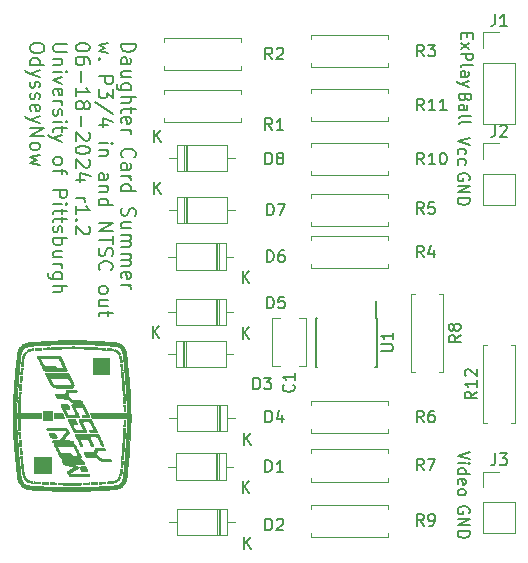
<source format=gbr>
G04 #@! TF.GenerationSoftware,KiCad,Pcbnew,8.0.1*
G04 #@! TF.CreationDate,2024-06-18T23:41:16-04:00*
G04 #@! TF.ProjectId,OdysseyDaughterCardSummer,4f647973-7365-4794-9461-756768746572,1.2*
G04 #@! TF.SameCoordinates,Original*
G04 #@! TF.FileFunction,Legend,Top*
G04 #@! TF.FilePolarity,Positive*
%FSLAX46Y46*%
G04 Gerber Fmt 4.6, Leading zero omitted, Abs format (unit mm)*
G04 Created by KiCad (PCBNEW 8.0.1) date 2024-06-18 23:41:16*
%MOMM*%
%LPD*%
G01*
G04 APERTURE LIST*
%ADD10C,0.150000*%
%ADD11C,0.200000*%
%ADD12C,0.010000*%
%ADD13C,0.120000*%
G04 APERTURE END LIST*
D10*
X162755990Y-84952317D02*
X162708371Y-85095174D01*
X162708371Y-85095174D02*
X162660752Y-85142793D01*
X162660752Y-85142793D02*
X162565514Y-85190412D01*
X162565514Y-85190412D02*
X162422657Y-85190412D01*
X162422657Y-85190412D02*
X162327419Y-85142793D01*
X162327419Y-85142793D02*
X162279800Y-85095174D01*
X162279800Y-85095174D02*
X162232180Y-84999936D01*
X162232180Y-84999936D02*
X162232180Y-84618984D01*
X162232180Y-84618984D02*
X163232180Y-84618984D01*
X163232180Y-84618984D02*
X163232180Y-84952317D01*
X163232180Y-84952317D02*
X163184561Y-85047555D01*
X163184561Y-85047555D02*
X163136942Y-85095174D01*
X163136942Y-85095174D02*
X163041704Y-85142793D01*
X163041704Y-85142793D02*
X162946466Y-85142793D01*
X162946466Y-85142793D02*
X162851228Y-85095174D01*
X162851228Y-85095174D02*
X162803609Y-85047555D01*
X162803609Y-85047555D02*
X162755990Y-84952317D01*
X162755990Y-84952317D02*
X162755990Y-84618984D01*
X162232180Y-86047555D02*
X162755990Y-86047555D01*
X162755990Y-86047555D02*
X162851228Y-85999936D01*
X162851228Y-85999936D02*
X162898847Y-85904698D01*
X162898847Y-85904698D02*
X162898847Y-85714222D01*
X162898847Y-85714222D02*
X162851228Y-85618984D01*
X162279800Y-86047555D02*
X162232180Y-85952317D01*
X162232180Y-85952317D02*
X162232180Y-85714222D01*
X162232180Y-85714222D02*
X162279800Y-85618984D01*
X162279800Y-85618984D02*
X162375038Y-85571365D01*
X162375038Y-85571365D02*
X162470276Y-85571365D01*
X162470276Y-85571365D02*
X162565514Y-85618984D01*
X162565514Y-85618984D02*
X162613133Y-85714222D01*
X162613133Y-85714222D02*
X162613133Y-85952317D01*
X162613133Y-85952317D02*
X162660752Y-86047555D01*
X162232180Y-86666603D02*
X162279800Y-86571365D01*
X162279800Y-86571365D02*
X162375038Y-86523746D01*
X162375038Y-86523746D02*
X163232180Y-86523746D01*
X162232180Y-87190413D02*
X162279800Y-87095175D01*
X162279800Y-87095175D02*
X162375038Y-87047556D01*
X162375038Y-87047556D02*
X163232180Y-87047556D01*
X163057561Y-91948095D02*
X163105180Y-91852857D01*
X163105180Y-91852857D02*
X163105180Y-91710000D01*
X163105180Y-91710000D02*
X163057561Y-91567143D01*
X163057561Y-91567143D02*
X162962323Y-91471905D01*
X162962323Y-91471905D02*
X162867085Y-91424286D01*
X162867085Y-91424286D02*
X162676609Y-91376667D01*
X162676609Y-91376667D02*
X162533752Y-91376667D01*
X162533752Y-91376667D02*
X162343276Y-91424286D01*
X162343276Y-91424286D02*
X162248038Y-91471905D01*
X162248038Y-91471905D02*
X162152800Y-91567143D01*
X162152800Y-91567143D02*
X162105180Y-91710000D01*
X162105180Y-91710000D02*
X162105180Y-91805238D01*
X162105180Y-91805238D02*
X162152800Y-91948095D01*
X162152800Y-91948095D02*
X162200419Y-91995714D01*
X162200419Y-91995714D02*
X162533752Y-91995714D01*
X162533752Y-91995714D02*
X162533752Y-91805238D01*
X162105180Y-92424286D02*
X163105180Y-92424286D01*
X163105180Y-92424286D02*
X162105180Y-92995714D01*
X162105180Y-92995714D02*
X163105180Y-92995714D01*
X162105180Y-93471905D02*
X163105180Y-93471905D01*
X163105180Y-93471905D02*
X163105180Y-93710000D01*
X163105180Y-93710000D02*
X163057561Y-93852857D01*
X163057561Y-93852857D02*
X162962323Y-93948095D01*
X162962323Y-93948095D02*
X162867085Y-93995714D01*
X162867085Y-93995714D02*
X162676609Y-94043333D01*
X162676609Y-94043333D02*
X162533752Y-94043333D01*
X162533752Y-94043333D02*
X162343276Y-93995714D01*
X162343276Y-93995714D02*
X162248038Y-93948095D01*
X162248038Y-93948095D02*
X162152800Y-93852857D01*
X162152800Y-93852857D02*
X162105180Y-93710000D01*
X162105180Y-93710000D02*
X162105180Y-93471905D01*
X163057561Y-120142095D02*
X163105180Y-120046857D01*
X163105180Y-120046857D02*
X163105180Y-119904000D01*
X163105180Y-119904000D02*
X163057561Y-119761143D01*
X163057561Y-119761143D02*
X162962323Y-119665905D01*
X162962323Y-119665905D02*
X162867085Y-119618286D01*
X162867085Y-119618286D02*
X162676609Y-119570667D01*
X162676609Y-119570667D02*
X162533752Y-119570667D01*
X162533752Y-119570667D02*
X162343276Y-119618286D01*
X162343276Y-119618286D02*
X162248038Y-119665905D01*
X162248038Y-119665905D02*
X162152800Y-119761143D01*
X162152800Y-119761143D02*
X162105180Y-119904000D01*
X162105180Y-119904000D02*
X162105180Y-119999238D01*
X162105180Y-119999238D02*
X162152800Y-120142095D01*
X162152800Y-120142095D02*
X162200419Y-120189714D01*
X162200419Y-120189714D02*
X162533752Y-120189714D01*
X162533752Y-120189714D02*
X162533752Y-119999238D01*
X162105180Y-120618286D02*
X163105180Y-120618286D01*
X163105180Y-120618286D02*
X162105180Y-121189714D01*
X162105180Y-121189714D02*
X163105180Y-121189714D01*
X162105180Y-121665905D02*
X163105180Y-121665905D01*
X163105180Y-121665905D02*
X163105180Y-121904000D01*
X163105180Y-121904000D02*
X163057561Y-122046857D01*
X163057561Y-122046857D02*
X162962323Y-122142095D01*
X162962323Y-122142095D02*
X162867085Y-122189714D01*
X162867085Y-122189714D02*
X162676609Y-122237333D01*
X162676609Y-122237333D02*
X162533752Y-122237333D01*
X162533752Y-122237333D02*
X162343276Y-122189714D01*
X162343276Y-122189714D02*
X162248038Y-122142095D01*
X162248038Y-122142095D02*
X162152800Y-122046857D01*
X162152800Y-122046857D02*
X162105180Y-121904000D01*
X162105180Y-121904000D02*
X162105180Y-121665905D01*
X163105180Y-114935238D02*
X162105180Y-115268571D01*
X162105180Y-115268571D02*
X163105180Y-115601904D01*
X162105180Y-115935238D02*
X162771847Y-115935238D01*
X163105180Y-115935238D02*
X163057561Y-115887619D01*
X163057561Y-115887619D02*
X163009942Y-115935238D01*
X163009942Y-115935238D02*
X163057561Y-115982857D01*
X163057561Y-115982857D02*
X163105180Y-115935238D01*
X163105180Y-115935238D02*
X163009942Y-115935238D01*
X162105180Y-116839999D02*
X163105180Y-116839999D01*
X162152800Y-116839999D02*
X162105180Y-116744761D01*
X162105180Y-116744761D02*
X162105180Y-116554285D01*
X162105180Y-116554285D02*
X162152800Y-116459047D01*
X162152800Y-116459047D02*
X162200419Y-116411428D01*
X162200419Y-116411428D02*
X162295657Y-116363809D01*
X162295657Y-116363809D02*
X162581371Y-116363809D01*
X162581371Y-116363809D02*
X162676609Y-116411428D01*
X162676609Y-116411428D02*
X162724228Y-116459047D01*
X162724228Y-116459047D02*
X162771847Y-116554285D01*
X162771847Y-116554285D02*
X162771847Y-116744761D01*
X162771847Y-116744761D02*
X162724228Y-116839999D01*
X162152800Y-117697142D02*
X162105180Y-117601904D01*
X162105180Y-117601904D02*
X162105180Y-117411428D01*
X162105180Y-117411428D02*
X162152800Y-117316190D01*
X162152800Y-117316190D02*
X162248038Y-117268571D01*
X162248038Y-117268571D02*
X162628990Y-117268571D01*
X162628990Y-117268571D02*
X162724228Y-117316190D01*
X162724228Y-117316190D02*
X162771847Y-117411428D01*
X162771847Y-117411428D02*
X162771847Y-117601904D01*
X162771847Y-117601904D02*
X162724228Y-117697142D01*
X162724228Y-117697142D02*
X162628990Y-117744761D01*
X162628990Y-117744761D02*
X162533752Y-117744761D01*
X162533752Y-117744761D02*
X162438514Y-117268571D01*
X162105180Y-118316190D02*
X162152800Y-118220952D01*
X162152800Y-118220952D02*
X162200419Y-118173333D01*
X162200419Y-118173333D02*
X162295657Y-118125714D01*
X162295657Y-118125714D02*
X162581371Y-118125714D01*
X162581371Y-118125714D02*
X162676609Y-118173333D01*
X162676609Y-118173333D02*
X162724228Y-118220952D01*
X162724228Y-118220952D02*
X162771847Y-118316190D01*
X162771847Y-118316190D02*
X162771847Y-118459047D01*
X162771847Y-118459047D02*
X162724228Y-118554285D01*
X162724228Y-118554285D02*
X162676609Y-118601904D01*
X162676609Y-118601904D02*
X162581371Y-118649523D01*
X162581371Y-118649523D02*
X162295657Y-118649523D01*
X162295657Y-118649523D02*
X162200419Y-118601904D01*
X162200419Y-118601904D02*
X162152800Y-118554285D01*
X162152800Y-118554285D02*
X162105180Y-118459047D01*
X162105180Y-118459047D02*
X162105180Y-118316190D01*
X162882990Y-79533074D02*
X162882990Y-79866407D01*
X162359180Y-80009264D02*
X162359180Y-79533074D01*
X162359180Y-79533074D02*
X163359180Y-79533074D01*
X163359180Y-79533074D02*
X163359180Y-80009264D01*
X162359180Y-80342598D02*
X163025847Y-80866407D01*
X163025847Y-80342598D02*
X162359180Y-80866407D01*
X162359180Y-81247360D02*
X163359180Y-81247360D01*
X163359180Y-81247360D02*
X163359180Y-81628312D01*
X163359180Y-81628312D02*
X163311561Y-81723550D01*
X163311561Y-81723550D02*
X163263942Y-81771169D01*
X163263942Y-81771169D02*
X163168704Y-81818788D01*
X163168704Y-81818788D02*
X163025847Y-81818788D01*
X163025847Y-81818788D02*
X162930609Y-81771169D01*
X162930609Y-81771169D02*
X162882990Y-81723550D01*
X162882990Y-81723550D02*
X162835371Y-81628312D01*
X162835371Y-81628312D02*
X162835371Y-81247360D01*
X162359180Y-82390217D02*
X162406800Y-82294979D01*
X162406800Y-82294979D02*
X162502038Y-82247360D01*
X162502038Y-82247360D02*
X163359180Y-82247360D01*
X162359180Y-83199741D02*
X162882990Y-83199741D01*
X162882990Y-83199741D02*
X162978228Y-83152122D01*
X162978228Y-83152122D02*
X163025847Y-83056884D01*
X163025847Y-83056884D02*
X163025847Y-82866408D01*
X163025847Y-82866408D02*
X162978228Y-82771170D01*
X162406800Y-83199741D02*
X162359180Y-83104503D01*
X162359180Y-83104503D02*
X162359180Y-82866408D01*
X162359180Y-82866408D02*
X162406800Y-82771170D01*
X162406800Y-82771170D02*
X162502038Y-82723551D01*
X162502038Y-82723551D02*
X162597276Y-82723551D01*
X162597276Y-82723551D02*
X162692514Y-82771170D01*
X162692514Y-82771170D02*
X162740133Y-82866408D01*
X162740133Y-82866408D02*
X162740133Y-83104503D01*
X162740133Y-83104503D02*
X162787752Y-83199741D01*
X163025847Y-83580694D02*
X162359180Y-83818789D01*
X163025847Y-84056884D02*
X162359180Y-83818789D01*
X162359180Y-83818789D02*
X162121085Y-83723551D01*
X162121085Y-83723551D02*
X162073466Y-83675932D01*
X162073466Y-83675932D02*
X162025847Y-83580694D01*
D11*
X133621123Y-80427292D02*
X134821123Y-80427292D01*
X134821123Y-80427292D02*
X134821123Y-80713006D01*
X134821123Y-80713006D02*
X134763980Y-80884435D01*
X134763980Y-80884435D02*
X134649694Y-80998720D01*
X134649694Y-80998720D02*
X134535408Y-81055863D01*
X134535408Y-81055863D02*
X134306837Y-81113006D01*
X134306837Y-81113006D02*
X134135408Y-81113006D01*
X134135408Y-81113006D02*
X133906837Y-81055863D01*
X133906837Y-81055863D02*
X133792551Y-80998720D01*
X133792551Y-80998720D02*
X133678266Y-80884435D01*
X133678266Y-80884435D02*
X133621123Y-80713006D01*
X133621123Y-80713006D02*
X133621123Y-80427292D01*
X133621123Y-82141578D02*
X134249694Y-82141578D01*
X134249694Y-82141578D02*
X134363980Y-82084435D01*
X134363980Y-82084435D02*
X134421123Y-81970149D01*
X134421123Y-81970149D02*
X134421123Y-81741578D01*
X134421123Y-81741578D02*
X134363980Y-81627292D01*
X133678266Y-82141578D02*
X133621123Y-82027292D01*
X133621123Y-82027292D02*
X133621123Y-81741578D01*
X133621123Y-81741578D02*
X133678266Y-81627292D01*
X133678266Y-81627292D02*
X133792551Y-81570149D01*
X133792551Y-81570149D02*
X133906837Y-81570149D01*
X133906837Y-81570149D02*
X134021123Y-81627292D01*
X134021123Y-81627292D02*
X134078266Y-81741578D01*
X134078266Y-81741578D02*
X134078266Y-82027292D01*
X134078266Y-82027292D02*
X134135408Y-82141578D01*
X134421123Y-83227292D02*
X133621123Y-83227292D01*
X134421123Y-82713006D02*
X133792551Y-82713006D01*
X133792551Y-82713006D02*
X133678266Y-82770149D01*
X133678266Y-82770149D02*
X133621123Y-82884434D01*
X133621123Y-82884434D02*
X133621123Y-83055863D01*
X133621123Y-83055863D02*
X133678266Y-83170149D01*
X133678266Y-83170149D02*
X133735408Y-83227292D01*
X134421123Y-84313006D02*
X133449694Y-84313006D01*
X133449694Y-84313006D02*
X133335408Y-84255863D01*
X133335408Y-84255863D02*
X133278266Y-84198720D01*
X133278266Y-84198720D02*
X133221123Y-84084434D01*
X133221123Y-84084434D02*
X133221123Y-83913006D01*
X133221123Y-83913006D02*
X133278266Y-83798720D01*
X133678266Y-84313006D02*
X133621123Y-84198720D01*
X133621123Y-84198720D02*
X133621123Y-83970148D01*
X133621123Y-83970148D02*
X133678266Y-83855863D01*
X133678266Y-83855863D02*
X133735408Y-83798720D01*
X133735408Y-83798720D02*
X133849694Y-83741577D01*
X133849694Y-83741577D02*
X134192551Y-83741577D01*
X134192551Y-83741577D02*
X134306837Y-83798720D01*
X134306837Y-83798720D02*
X134363980Y-83855863D01*
X134363980Y-83855863D02*
X134421123Y-83970148D01*
X134421123Y-83970148D02*
X134421123Y-84198720D01*
X134421123Y-84198720D02*
X134363980Y-84313006D01*
X133621123Y-84884434D02*
X134821123Y-84884434D01*
X133621123Y-85398720D02*
X134249694Y-85398720D01*
X134249694Y-85398720D02*
X134363980Y-85341577D01*
X134363980Y-85341577D02*
X134421123Y-85227291D01*
X134421123Y-85227291D02*
X134421123Y-85055862D01*
X134421123Y-85055862D02*
X134363980Y-84941577D01*
X134363980Y-84941577D02*
X134306837Y-84884434D01*
X134421123Y-85798719D02*
X134421123Y-86255862D01*
X134821123Y-85970148D02*
X133792551Y-85970148D01*
X133792551Y-85970148D02*
X133678266Y-86027291D01*
X133678266Y-86027291D02*
X133621123Y-86141576D01*
X133621123Y-86141576D02*
X133621123Y-86255862D01*
X133678266Y-87113005D02*
X133621123Y-86998719D01*
X133621123Y-86998719D02*
X133621123Y-86770148D01*
X133621123Y-86770148D02*
X133678266Y-86655862D01*
X133678266Y-86655862D02*
X133792551Y-86598719D01*
X133792551Y-86598719D02*
X134249694Y-86598719D01*
X134249694Y-86598719D02*
X134363980Y-86655862D01*
X134363980Y-86655862D02*
X134421123Y-86770148D01*
X134421123Y-86770148D02*
X134421123Y-86998719D01*
X134421123Y-86998719D02*
X134363980Y-87113005D01*
X134363980Y-87113005D02*
X134249694Y-87170148D01*
X134249694Y-87170148D02*
X134135408Y-87170148D01*
X134135408Y-87170148D02*
X134021123Y-86598719D01*
X133621123Y-87684433D02*
X134421123Y-87684433D01*
X134192551Y-87684433D02*
X134306837Y-87741576D01*
X134306837Y-87741576D02*
X134363980Y-87798719D01*
X134363980Y-87798719D02*
X134421123Y-87913004D01*
X134421123Y-87913004D02*
X134421123Y-88027290D01*
X133735408Y-90027290D02*
X133678266Y-89970147D01*
X133678266Y-89970147D02*
X133621123Y-89798719D01*
X133621123Y-89798719D02*
X133621123Y-89684433D01*
X133621123Y-89684433D02*
X133678266Y-89513004D01*
X133678266Y-89513004D02*
X133792551Y-89398719D01*
X133792551Y-89398719D02*
X133906837Y-89341576D01*
X133906837Y-89341576D02*
X134135408Y-89284433D01*
X134135408Y-89284433D02*
X134306837Y-89284433D01*
X134306837Y-89284433D02*
X134535408Y-89341576D01*
X134535408Y-89341576D02*
X134649694Y-89398719D01*
X134649694Y-89398719D02*
X134763980Y-89513004D01*
X134763980Y-89513004D02*
X134821123Y-89684433D01*
X134821123Y-89684433D02*
X134821123Y-89798719D01*
X134821123Y-89798719D02*
X134763980Y-89970147D01*
X134763980Y-89970147D02*
X134706837Y-90027290D01*
X133621123Y-91055862D02*
X134249694Y-91055862D01*
X134249694Y-91055862D02*
X134363980Y-90998719D01*
X134363980Y-90998719D02*
X134421123Y-90884433D01*
X134421123Y-90884433D02*
X134421123Y-90655862D01*
X134421123Y-90655862D02*
X134363980Y-90541576D01*
X133678266Y-91055862D02*
X133621123Y-90941576D01*
X133621123Y-90941576D02*
X133621123Y-90655862D01*
X133621123Y-90655862D02*
X133678266Y-90541576D01*
X133678266Y-90541576D02*
X133792551Y-90484433D01*
X133792551Y-90484433D02*
X133906837Y-90484433D01*
X133906837Y-90484433D02*
X134021123Y-90541576D01*
X134021123Y-90541576D02*
X134078266Y-90655862D01*
X134078266Y-90655862D02*
X134078266Y-90941576D01*
X134078266Y-90941576D02*
X134135408Y-91055862D01*
X133621123Y-91627290D02*
X134421123Y-91627290D01*
X134192551Y-91627290D02*
X134306837Y-91684433D01*
X134306837Y-91684433D02*
X134363980Y-91741576D01*
X134363980Y-91741576D02*
X134421123Y-91855861D01*
X134421123Y-91855861D02*
X134421123Y-91970147D01*
X133621123Y-92884433D02*
X134821123Y-92884433D01*
X133678266Y-92884433D02*
X133621123Y-92770147D01*
X133621123Y-92770147D02*
X133621123Y-92541575D01*
X133621123Y-92541575D02*
X133678266Y-92427290D01*
X133678266Y-92427290D02*
X133735408Y-92370147D01*
X133735408Y-92370147D02*
X133849694Y-92313004D01*
X133849694Y-92313004D02*
X134192551Y-92313004D01*
X134192551Y-92313004D02*
X134306837Y-92370147D01*
X134306837Y-92370147D02*
X134363980Y-92427290D01*
X134363980Y-92427290D02*
X134421123Y-92541575D01*
X134421123Y-92541575D02*
X134421123Y-92770147D01*
X134421123Y-92770147D02*
X134363980Y-92884433D01*
X133678266Y-94313004D02*
X133621123Y-94484433D01*
X133621123Y-94484433D02*
X133621123Y-94770147D01*
X133621123Y-94770147D02*
X133678266Y-94884433D01*
X133678266Y-94884433D02*
X133735408Y-94941575D01*
X133735408Y-94941575D02*
X133849694Y-94998718D01*
X133849694Y-94998718D02*
X133963980Y-94998718D01*
X133963980Y-94998718D02*
X134078266Y-94941575D01*
X134078266Y-94941575D02*
X134135408Y-94884433D01*
X134135408Y-94884433D02*
X134192551Y-94770147D01*
X134192551Y-94770147D02*
X134249694Y-94541575D01*
X134249694Y-94541575D02*
X134306837Y-94427290D01*
X134306837Y-94427290D02*
X134363980Y-94370147D01*
X134363980Y-94370147D02*
X134478266Y-94313004D01*
X134478266Y-94313004D02*
X134592551Y-94313004D01*
X134592551Y-94313004D02*
X134706837Y-94370147D01*
X134706837Y-94370147D02*
X134763980Y-94427290D01*
X134763980Y-94427290D02*
X134821123Y-94541575D01*
X134821123Y-94541575D02*
X134821123Y-94827290D01*
X134821123Y-94827290D02*
X134763980Y-94998718D01*
X134421123Y-96027290D02*
X133621123Y-96027290D01*
X134421123Y-95513004D02*
X133792551Y-95513004D01*
X133792551Y-95513004D02*
X133678266Y-95570147D01*
X133678266Y-95570147D02*
X133621123Y-95684432D01*
X133621123Y-95684432D02*
X133621123Y-95855861D01*
X133621123Y-95855861D02*
X133678266Y-95970147D01*
X133678266Y-95970147D02*
X133735408Y-96027290D01*
X133621123Y-96598718D02*
X134421123Y-96598718D01*
X134306837Y-96598718D02*
X134363980Y-96655861D01*
X134363980Y-96655861D02*
X134421123Y-96770146D01*
X134421123Y-96770146D02*
X134421123Y-96941575D01*
X134421123Y-96941575D02*
X134363980Y-97055861D01*
X134363980Y-97055861D02*
X134249694Y-97113004D01*
X134249694Y-97113004D02*
X133621123Y-97113004D01*
X134249694Y-97113004D02*
X134363980Y-97170146D01*
X134363980Y-97170146D02*
X134421123Y-97284432D01*
X134421123Y-97284432D02*
X134421123Y-97455861D01*
X134421123Y-97455861D02*
X134363980Y-97570146D01*
X134363980Y-97570146D02*
X134249694Y-97627289D01*
X134249694Y-97627289D02*
X133621123Y-97627289D01*
X133621123Y-98198718D02*
X134421123Y-98198718D01*
X134306837Y-98198718D02*
X134363980Y-98255861D01*
X134363980Y-98255861D02*
X134421123Y-98370146D01*
X134421123Y-98370146D02*
X134421123Y-98541575D01*
X134421123Y-98541575D02*
X134363980Y-98655861D01*
X134363980Y-98655861D02*
X134249694Y-98713004D01*
X134249694Y-98713004D02*
X133621123Y-98713004D01*
X134249694Y-98713004D02*
X134363980Y-98770146D01*
X134363980Y-98770146D02*
X134421123Y-98884432D01*
X134421123Y-98884432D02*
X134421123Y-99055861D01*
X134421123Y-99055861D02*
X134363980Y-99170146D01*
X134363980Y-99170146D02*
X134249694Y-99227289D01*
X134249694Y-99227289D02*
X133621123Y-99227289D01*
X133678266Y-100255861D02*
X133621123Y-100141575D01*
X133621123Y-100141575D02*
X133621123Y-99913004D01*
X133621123Y-99913004D02*
X133678266Y-99798718D01*
X133678266Y-99798718D02*
X133792551Y-99741575D01*
X133792551Y-99741575D02*
X134249694Y-99741575D01*
X134249694Y-99741575D02*
X134363980Y-99798718D01*
X134363980Y-99798718D02*
X134421123Y-99913004D01*
X134421123Y-99913004D02*
X134421123Y-100141575D01*
X134421123Y-100141575D02*
X134363980Y-100255861D01*
X134363980Y-100255861D02*
X134249694Y-100313004D01*
X134249694Y-100313004D02*
X134135408Y-100313004D01*
X134135408Y-100313004D02*
X134021123Y-99741575D01*
X133621123Y-100827289D02*
X134421123Y-100827289D01*
X134192551Y-100827289D02*
X134306837Y-100884432D01*
X134306837Y-100884432D02*
X134363980Y-100941575D01*
X134363980Y-100941575D02*
X134421123Y-101055860D01*
X134421123Y-101055860D02*
X134421123Y-101170146D01*
X132489190Y-80313006D02*
X131689190Y-80541578D01*
X131689190Y-80541578D02*
X132260618Y-80770149D01*
X132260618Y-80770149D02*
X131689190Y-80998720D01*
X131689190Y-80998720D02*
X132489190Y-81227292D01*
X131803475Y-81684435D02*
X131746333Y-81741578D01*
X131746333Y-81741578D02*
X131689190Y-81684435D01*
X131689190Y-81684435D02*
X131746333Y-81627292D01*
X131746333Y-81627292D02*
X131803475Y-81684435D01*
X131803475Y-81684435D02*
X131689190Y-81684435D01*
X131689190Y-83170150D02*
X132889190Y-83170150D01*
X132889190Y-83170150D02*
X132889190Y-83627293D01*
X132889190Y-83627293D02*
X132832047Y-83741578D01*
X132832047Y-83741578D02*
X132774904Y-83798721D01*
X132774904Y-83798721D02*
X132660618Y-83855864D01*
X132660618Y-83855864D02*
X132489190Y-83855864D01*
X132489190Y-83855864D02*
X132374904Y-83798721D01*
X132374904Y-83798721D02*
X132317761Y-83741578D01*
X132317761Y-83741578D02*
X132260618Y-83627293D01*
X132260618Y-83627293D02*
X132260618Y-83170150D01*
X132889190Y-84255864D02*
X132889190Y-84998721D01*
X132889190Y-84998721D02*
X132432047Y-84598721D01*
X132432047Y-84598721D02*
X132432047Y-84770150D01*
X132432047Y-84770150D02*
X132374904Y-84884436D01*
X132374904Y-84884436D02*
X132317761Y-84941578D01*
X132317761Y-84941578D02*
X132203475Y-84998721D01*
X132203475Y-84998721D02*
X131917761Y-84998721D01*
X131917761Y-84998721D02*
X131803475Y-84941578D01*
X131803475Y-84941578D02*
X131746333Y-84884436D01*
X131746333Y-84884436D02*
X131689190Y-84770150D01*
X131689190Y-84770150D02*
X131689190Y-84427293D01*
X131689190Y-84427293D02*
X131746333Y-84313007D01*
X131746333Y-84313007D02*
X131803475Y-84255864D01*
X132946333Y-86370150D02*
X131403475Y-85341578D01*
X132489190Y-87284436D02*
X131689190Y-87284436D01*
X132946333Y-86998721D02*
X132089190Y-86713007D01*
X132089190Y-86713007D02*
X132089190Y-87455864D01*
X131689190Y-88827293D02*
X132489190Y-88827293D01*
X132889190Y-88827293D02*
X132832047Y-88770150D01*
X132832047Y-88770150D02*
X132774904Y-88827293D01*
X132774904Y-88827293D02*
X132832047Y-88884436D01*
X132832047Y-88884436D02*
X132889190Y-88827293D01*
X132889190Y-88827293D02*
X132774904Y-88827293D01*
X132489190Y-89398722D02*
X131689190Y-89398722D01*
X132374904Y-89398722D02*
X132432047Y-89455865D01*
X132432047Y-89455865D02*
X132489190Y-89570150D01*
X132489190Y-89570150D02*
X132489190Y-89741579D01*
X132489190Y-89741579D02*
X132432047Y-89855865D01*
X132432047Y-89855865D02*
X132317761Y-89913008D01*
X132317761Y-89913008D02*
X131689190Y-89913008D01*
X131689190Y-91913008D02*
X132317761Y-91913008D01*
X132317761Y-91913008D02*
X132432047Y-91855865D01*
X132432047Y-91855865D02*
X132489190Y-91741579D01*
X132489190Y-91741579D02*
X132489190Y-91513008D01*
X132489190Y-91513008D02*
X132432047Y-91398722D01*
X131746333Y-91913008D02*
X131689190Y-91798722D01*
X131689190Y-91798722D02*
X131689190Y-91513008D01*
X131689190Y-91513008D02*
X131746333Y-91398722D01*
X131746333Y-91398722D02*
X131860618Y-91341579D01*
X131860618Y-91341579D02*
X131974904Y-91341579D01*
X131974904Y-91341579D02*
X132089190Y-91398722D01*
X132089190Y-91398722D02*
X132146333Y-91513008D01*
X132146333Y-91513008D02*
X132146333Y-91798722D01*
X132146333Y-91798722D02*
X132203475Y-91913008D01*
X132489190Y-92484436D02*
X131689190Y-92484436D01*
X132374904Y-92484436D02*
X132432047Y-92541579D01*
X132432047Y-92541579D02*
X132489190Y-92655864D01*
X132489190Y-92655864D02*
X132489190Y-92827293D01*
X132489190Y-92827293D02*
X132432047Y-92941579D01*
X132432047Y-92941579D02*
X132317761Y-92998722D01*
X132317761Y-92998722D02*
X131689190Y-92998722D01*
X131689190Y-94084436D02*
X132889190Y-94084436D01*
X131746333Y-94084436D02*
X131689190Y-93970150D01*
X131689190Y-93970150D02*
X131689190Y-93741578D01*
X131689190Y-93741578D02*
X131746333Y-93627293D01*
X131746333Y-93627293D02*
X131803475Y-93570150D01*
X131803475Y-93570150D02*
X131917761Y-93513007D01*
X131917761Y-93513007D02*
X132260618Y-93513007D01*
X132260618Y-93513007D02*
X132374904Y-93570150D01*
X132374904Y-93570150D02*
X132432047Y-93627293D01*
X132432047Y-93627293D02*
X132489190Y-93741578D01*
X132489190Y-93741578D02*
X132489190Y-93970150D01*
X132489190Y-93970150D02*
X132432047Y-94084436D01*
X131689190Y-95570150D02*
X132889190Y-95570150D01*
X132889190Y-95570150D02*
X131689190Y-96255864D01*
X131689190Y-96255864D02*
X132889190Y-96255864D01*
X132889190Y-96655864D02*
X132889190Y-97341579D01*
X131689190Y-96998721D02*
X132889190Y-96998721D01*
X131746333Y-97684436D02*
X131689190Y-97855865D01*
X131689190Y-97855865D02*
X131689190Y-98141579D01*
X131689190Y-98141579D02*
X131746333Y-98255865D01*
X131746333Y-98255865D02*
X131803475Y-98313007D01*
X131803475Y-98313007D02*
X131917761Y-98370150D01*
X131917761Y-98370150D02*
X132032047Y-98370150D01*
X132032047Y-98370150D02*
X132146333Y-98313007D01*
X132146333Y-98313007D02*
X132203475Y-98255865D01*
X132203475Y-98255865D02*
X132260618Y-98141579D01*
X132260618Y-98141579D02*
X132317761Y-97913007D01*
X132317761Y-97913007D02*
X132374904Y-97798722D01*
X132374904Y-97798722D02*
X132432047Y-97741579D01*
X132432047Y-97741579D02*
X132546333Y-97684436D01*
X132546333Y-97684436D02*
X132660618Y-97684436D01*
X132660618Y-97684436D02*
X132774904Y-97741579D01*
X132774904Y-97741579D02*
X132832047Y-97798722D01*
X132832047Y-97798722D02*
X132889190Y-97913007D01*
X132889190Y-97913007D02*
X132889190Y-98198722D01*
X132889190Y-98198722D02*
X132832047Y-98370150D01*
X131803475Y-99570150D02*
X131746333Y-99513007D01*
X131746333Y-99513007D02*
X131689190Y-99341579D01*
X131689190Y-99341579D02*
X131689190Y-99227293D01*
X131689190Y-99227293D02*
X131746333Y-99055864D01*
X131746333Y-99055864D02*
X131860618Y-98941579D01*
X131860618Y-98941579D02*
X131974904Y-98884436D01*
X131974904Y-98884436D02*
X132203475Y-98827293D01*
X132203475Y-98827293D02*
X132374904Y-98827293D01*
X132374904Y-98827293D02*
X132603475Y-98884436D01*
X132603475Y-98884436D02*
X132717761Y-98941579D01*
X132717761Y-98941579D02*
X132832047Y-99055864D01*
X132832047Y-99055864D02*
X132889190Y-99227293D01*
X132889190Y-99227293D02*
X132889190Y-99341579D01*
X132889190Y-99341579D02*
X132832047Y-99513007D01*
X132832047Y-99513007D02*
X132774904Y-99570150D01*
X131689190Y-101170150D02*
X131746333Y-101055865D01*
X131746333Y-101055865D02*
X131803475Y-100998722D01*
X131803475Y-100998722D02*
X131917761Y-100941579D01*
X131917761Y-100941579D02*
X132260618Y-100941579D01*
X132260618Y-100941579D02*
X132374904Y-100998722D01*
X132374904Y-100998722D02*
X132432047Y-101055865D01*
X132432047Y-101055865D02*
X132489190Y-101170150D01*
X132489190Y-101170150D02*
X132489190Y-101341579D01*
X132489190Y-101341579D02*
X132432047Y-101455865D01*
X132432047Y-101455865D02*
X132374904Y-101513008D01*
X132374904Y-101513008D02*
X132260618Y-101570150D01*
X132260618Y-101570150D02*
X131917761Y-101570150D01*
X131917761Y-101570150D02*
X131803475Y-101513008D01*
X131803475Y-101513008D02*
X131746333Y-101455865D01*
X131746333Y-101455865D02*
X131689190Y-101341579D01*
X131689190Y-101341579D02*
X131689190Y-101170150D01*
X132489190Y-102598722D02*
X131689190Y-102598722D01*
X132489190Y-102084436D02*
X131860618Y-102084436D01*
X131860618Y-102084436D02*
X131746333Y-102141579D01*
X131746333Y-102141579D02*
X131689190Y-102255864D01*
X131689190Y-102255864D02*
X131689190Y-102427293D01*
X131689190Y-102427293D02*
X131746333Y-102541579D01*
X131746333Y-102541579D02*
X131803475Y-102598722D01*
X132489190Y-102998721D02*
X132489190Y-103455864D01*
X132889190Y-103170150D02*
X131860618Y-103170150D01*
X131860618Y-103170150D02*
X131746333Y-103227293D01*
X131746333Y-103227293D02*
X131689190Y-103341578D01*
X131689190Y-103341578D02*
X131689190Y-103455864D01*
X130957257Y-80655863D02*
X130957257Y-80770149D01*
X130957257Y-80770149D02*
X130900114Y-80884435D01*
X130900114Y-80884435D02*
X130842971Y-80941578D01*
X130842971Y-80941578D02*
X130728685Y-80998720D01*
X130728685Y-80998720D02*
X130500114Y-81055863D01*
X130500114Y-81055863D02*
X130214400Y-81055863D01*
X130214400Y-81055863D02*
X129985828Y-80998720D01*
X129985828Y-80998720D02*
X129871542Y-80941578D01*
X129871542Y-80941578D02*
X129814400Y-80884435D01*
X129814400Y-80884435D02*
X129757257Y-80770149D01*
X129757257Y-80770149D02*
X129757257Y-80655863D01*
X129757257Y-80655863D02*
X129814400Y-80541578D01*
X129814400Y-80541578D02*
X129871542Y-80484435D01*
X129871542Y-80484435D02*
X129985828Y-80427292D01*
X129985828Y-80427292D02*
X130214400Y-80370149D01*
X130214400Y-80370149D02*
X130500114Y-80370149D01*
X130500114Y-80370149D02*
X130728685Y-80427292D01*
X130728685Y-80427292D02*
X130842971Y-80484435D01*
X130842971Y-80484435D02*
X130900114Y-80541578D01*
X130900114Y-80541578D02*
X130957257Y-80655863D01*
X130957257Y-82084435D02*
X130957257Y-81855863D01*
X130957257Y-81855863D02*
X130900114Y-81741577D01*
X130900114Y-81741577D02*
X130842971Y-81684435D01*
X130842971Y-81684435D02*
X130671542Y-81570149D01*
X130671542Y-81570149D02*
X130442971Y-81513006D01*
X130442971Y-81513006D02*
X129985828Y-81513006D01*
X129985828Y-81513006D02*
X129871542Y-81570149D01*
X129871542Y-81570149D02*
X129814400Y-81627292D01*
X129814400Y-81627292D02*
X129757257Y-81741577D01*
X129757257Y-81741577D02*
X129757257Y-81970149D01*
X129757257Y-81970149D02*
X129814400Y-82084435D01*
X129814400Y-82084435D02*
X129871542Y-82141577D01*
X129871542Y-82141577D02*
X129985828Y-82198720D01*
X129985828Y-82198720D02*
X130271542Y-82198720D01*
X130271542Y-82198720D02*
X130385828Y-82141577D01*
X130385828Y-82141577D02*
X130442971Y-82084435D01*
X130442971Y-82084435D02*
X130500114Y-81970149D01*
X130500114Y-81970149D02*
X130500114Y-81741577D01*
X130500114Y-81741577D02*
X130442971Y-81627292D01*
X130442971Y-81627292D02*
X130385828Y-81570149D01*
X130385828Y-81570149D02*
X130271542Y-81513006D01*
X130214400Y-82713006D02*
X130214400Y-83627292D01*
X129757257Y-84827291D02*
X129757257Y-84141577D01*
X129757257Y-84484434D02*
X130957257Y-84484434D01*
X130957257Y-84484434D02*
X130785828Y-84370148D01*
X130785828Y-84370148D02*
X130671542Y-84255863D01*
X130671542Y-84255863D02*
X130614400Y-84141577D01*
X130442971Y-85513005D02*
X130500114Y-85398720D01*
X130500114Y-85398720D02*
X130557257Y-85341577D01*
X130557257Y-85341577D02*
X130671542Y-85284434D01*
X130671542Y-85284434D02*
X130728685Y-85284434D01*
X130728685Y-85284434D02*
X130842971Y-85341577D01*
X130842971Y-85341577D02*
X130900114Y-85398720D01*
X130900114Y-85398720D02*
X130957257Y-85513005D01*
X130957257Y-85513005D02*
X130957257Y-85741577D01*
X130957257Y-85741577D02*
X130900114Y-85855863D01*
X130900114Y-85855863D02*
X130842971Y-85913005D01*
X130842971Y-85913005D02*
X130728685Y-85970148D01*
X130728685Y-85970148D02*
X130671542Y-85970148D01*
X130671542Y-85970148D02*
X130557257Y-85913005D01*
X130557257Y-85913005D02*
X130500114Y-85855863D01*
X130500114Y-85855863D02*
X130442971Y-85741577D01*
X130442971Y-85741577D02*
X130442971Y-85513005D01*
X130442971Y-85513005D02*
X130385828Y-85398720D01*
X130385828Y-85398720D02*
X130328685Y-85341577D01*
X130328685Y-85341577D02*
X130214400Y-85284434D01*
X130214400Y-85284434D02*
X129985828Y-85284434D01*
X129985828Y-85284434D02*
X129871542Y-85341577D01*
X129871542Y-85341577D02*
X129814400Y-85398720D01*
X129814400Y-85398720D02*
X129757257Y-85513005D01*
X129757257Y-85513005D02*
X129757257Y-85741577D01*
X129757257Y-85741577D02*
X129814400Y-85855863D01*
X129814400Y-85855863D02*
X129871542Y-85913005D01*
X129871542Y-85913005D02*
X129985828Y-85970148D01*
X129985828Y-85970148D02*
X130214400Y-85970148D01*
X130214400Y-85970148D02*
X130328685Y-85913005D01*
X130328685Y-85913005D02*
X130385828Y-85855863D01*
X130385828Y-85855863D02*
X130442971Y-85741577D01*
X130214400Y-86484434D02*
X130214400Y-87398720D01*
X130842971Y-87913005D02*
X130900114Y-87970148D01*
X130900114Y-87970148D02*
X130957257Y-88084434D01*
X130957257Y-88084434D02*
X130957257Y-88370148D01*
X130957257Y-88370148D02*
X130900114Y-88484434D01*
X130900114Y-88484434D02*
X130842971Y-88541576D01*
X130842971Y-88541576D02*
X130728685Y-88598719D01*
X130728685Y-88598719D02*
X130614400Y-88598719D01*
X130614400Y-88598719D02*
X130442971Y-88541576D01*
X130442971Y-88541576D02*
X129757257Y-87855862D01*
X129757257Y-87855862D02*
X129757257Y-88598719D01*
X130957257Y-89341576D02*
X130957257Y-89455862D01*
X130957257Y-89455862D02*
X130900114Y-89570148D01*
X130900114Y-89570148D02*
X130842971Y-89627291D01*
X130842971Y-89627291D02*
X130728685Y-89684433D01*
X130728685Y-89684433D02*
X130500114Y-89741576D01*
X130500114Y-89741576D02*
X130214400Y-89741576D01*
X130214400Y-89741576D02*
X129985828Y-89684433D01*
X129985828Y-89684433D02*
X129871542Y-89627291D01*
X129871542Y-89627291D02*
X129814400Y-89570148D01*
X129814400Y-89570148D02*
X129757257Y-89455862D01*
X129757257Y-89455862D02*
X129757257Y-89341576D01*
X129757257Y-89341576D02*
X129814400Y-89227291D01*
X129814400Y-89227291D02*
X129871542Y-89170148D01*
X129871542Y-89170148D02*
X129985828Y-89113005D01*
X129985828Y-89113005D02*
X130214400Y-89055862D01*
X130214400Y-89055862D02*
X130500114Y-89055862D01*
X130500114Y-89055862D02*
X130728685Y-89113005D01*
X130728685Y-89113005D02*
X130842971Y-89170148D01*
X130842971Y-89170148D02*
X130900114Y-89227291D01*
X130900114Y-89227291D02*
X130957257Y-89341576D01*
X130842971Y-90198719D02*
X130900114Y-90255862D01*
X130900114Y-90255862D02*
X130957257Y-90370148D01*
X130957257Y-90370148D02*
X130957257Y-90655862D01*
X130957257Y-90655862D02*
X130900114Y-90770148D01*
X130900114Y-90770148D02*
X130842971Y-90827290D01*
X130842971Y-90827290D02*
X130728685Y-90884433D01*
X130728685Y-90884433D02*
X130614400Y-90884433D01*
X130614400Y-90884433D02*
X130442971Y-90827290D01*
X130442971Y-90827290D02*
X129757257Y-90141576D01*
X129757257Y-90141576D02*
X129757257Y-90884433D01*
X130557257Y-91913005D02*
X129757257Y-91913005D01*
X131014400Y-91627290D02*
X130157257Y-91341576D01*
X130157257Y-91341576D02*
X130157257Y-92084433D01*
X129757257Y-93455862D02*
X130557257Y-93455862D01*
X130328685Y-93455862D02*
X130442971Y-93513005D01*
X130442971Y-93513005D02*
X130500114Y-93570148D01*
X130500114Y-93570148D02*
X130557257Y-93684433D01*
X130557257Y-93684433D02*
X130557257Y-93798719D01*
X129757257Y-94827290D02*
X129757257Y-94141576D01*
X129757257Y-94484433D02*
X130957257Y-94484433D01*
X130957257Y-94484433D02*
X130785828Y-94370147D01*
X130785828Y-94370147D02*
X130671542Y-94255862D01*
X130671542Y-94255862D02*
X130614400Y-94141576D01*
X129871542Y-95341576D02*
X129814400Y-95398719D01*
X129814400Y-95398719D02*
X129757257Y-95341576D01*
X129757257Y-95341576D02*
X129814400Y-95284433D01*
X129814400Y-95284433D02*
X129871542Y-95341576D01*
X129871542Y-95341576D02*
X129757257Y-95341576D01*
X130842971Y-95855862D02*
X130900114Y-95913005D01*
X130900114Y-95913005D02*
X130957257Y-96027291D01*
X130957257Y-96027291D02*
X130957257Y-96313005D01*
X130957257Y-96313005D02*
X130900114Y-96427291D01*
X130900114Y-96427291D02*
X130842971Y-96484433D01*
X130842971Y-96484433D02*
X130728685Y-96541576D01*
X130728685Y-96541576D02*
X130614400Y-96541576D01*
X130614400Y-96541576D02*
X130442971Y-96484433D01*
X130442971Y-96484433D02*
X129757257Y-95798719D01*
X129757257Y-95798719D02*
X129757257Y-96541576D01*
X129025324Y-80427292D02*
X128053895Y-80427292D01*
X128053895Y-80427292D02*
X127939609Y-80484435D01*
X127939609Y-80484435D02*
X127882467Y-80541578D01*
X127882467Y-80541578D02*
X127825324Y-80655863D01*
X127825324Y-80655863D02*
X127825324Y-80884435D01*
X127825324Y-80884435D02*
X127882467Y-80998720D01*
X127882467Y-80998720D02*
X127939609Y-81055863D01*
X127939609Y-81055863D02*
X128053895Y-81113006D01*
X128053895Y-81113006D02*
X129025324Y-81113006D01*
X128625324Y-81684435D02*
X127825324Y-81684435D01*
X128511038Y-81684435D02*
X128568181Y-81741578D01*
X128568181Y-81741578D02*
X128625324Y-81855863D01*
X128625324Y-81855863D02*
X128625324Y-82027292D01*
X128625324Y-82027292D02*
X128568181Y-82141578D01*
X128568181Y-82141578D02*
X128453895Y-82198721D01*
X128453895Y-82198721D02*
X127825324Y-82198721D01*
X127825324Y-82770149D02*
X128625324Y-82770149D01*
X129025324Y-82770149D02*
X128968181Y-82713006D01*
X128968181Y-82713006D02*
X128911038Y-82770149D01*
X128911038Y-82770149D02*
X128968181Y-82827292D01*
X128968181Y-82827292D02*
X129025324Y-82770149D01*
X129025324Y-82770149D02*
X128911038Y-82770149D01*
X128625324Y-83227292D02*
X127825324Y-83513006D01*
X127825324Y-83513006D02*
X128625324Y-83798721D01*
X127882467Y-84713007D02*
X127825324Y-84598721D01*
X127825324Y-84598721D02*
X127825324Y-84370150D01*
X127825324Y-84370150D02*
X127882467Y-84255864D01*
X127882467Y-84255864D02*
X127996752Y-84198721D01*
X127996752Y-84198721D02*
X128453895Y-84198721D01*
X128453895Y-84198721D02*
X128568181Y-84255864D01*
X128568181Y-84255864D02*
X128625324Y-84370150D01*
X128625324Y-84370150D02*
X128625324Y-84598721D01*
X128625324Y-84598721D02*
X128568181Y-84713007D01*
X128568181Y-84713007D02*
X128453895Y-84770150D01*
X128453895Y-84770150D02*
X128339609Y-84770150D01*
X128339609Y-84770150D02*
X128225324Y-84198721D01*
X127825324Y-85284435D02*
X128625324Y-85284435D01*
X128396752Y-85284435D02*
X128511038Y-85341578D01*
X128511038Y-85341578D02*
X128568181Y-85398721D01*
X128568181Y-85398721D02*
X128625324Y-85513006D01*
X128625324Y-85513006D02*
X128625324Y-85627292D01*
X127882467Y-85970149D02*
X127825324Y-86084435D01*
X127825324Y-86084435D02*
X127825324Y-86313006D01*
X127825324Y-86313006D02*
X127882467Y-86427292D01*
X127882467Y-86427292D02*
X127996752Y-86484435D01*
X127996752Y-86484435D02*
X128053895Y-86484435D01*
X128053895Y-86484435D02*
X128168181Y-86427292D01*
X128168181Y-86427292D02*
X128225324Y-86313006D01*
X128225324Y-86313006D02*
X128225324Y-86141578D01*
X128225324Y-86141578D02*
X128282467Y-86027292D01*
X128282467Y-86027292D02*
X128396752Y-85970149D01*
X128396752Y-85970149D02*
X128453895Y-85970149D01*
X128453895Y-85970149D02*
X128568181Y-86027292D01*
X128568181Y-86027292D02*
X128625324Y-86141578D01*
X128625324Y-86141578D02*
X128625324Y-86313006D01*
X128625324Y-86313006D02*
X128568181Y-86427292D01*
X127825324Y-86998721D02*
X128625324Y-86998721D01*
X129025324Y-86998721D02*
X128968181Y-86941578D01*
X128968181Y-86941578D02*
X128911038Y-86998721D01*
X128911038Y-86998721D02*
X128968181Y-87055864D01*
X128968181Y-87055864D02*
X129025324Y-86998721D01*
X129025324Y-86998721D02*
X128911038Y-86998721D01*
X128625324Y-87398721D02*
X128625324Y-87855864D01*
X129025324Y-87570150D02*
X127996752Y-87570150D01*
X127996752Y-87570150D02*
X127882467Y-87627293D01*
X127882467Y-87627293D02*
X127825324Y-87741578D01*
X127825324Y-87741578D02*
X127825324Y-87855864D01*
X128625324Y-88141578D02*
X127825324Y-88427292D01*
X128625324Y-88713007D02*
X127825324Y-88427292D01*
X127825324Y-88427292D02*
X127539609Y-88313007D01*
X127539609Y-88313007D02*
X127482467Y-88255864D01*
X127482467Y-88255864D02*
X127425324Y-88141578D01*
X127825324Y-90255864D02*
X127882467Y-90141579D01*
X127882467Y-90141579D02*
X127939609Y-90084436D01*
X127939609Y-90084436D02*
X128053895Y-90027293D01*
X128053895Y-90027293D02*
X128396752Y-90027293D01*
X128396752Y-90027293D02*
X128511038Y-90084436D01*
X128511038Y-90084436D02*
X128568181Y-90141579D01*
X128568181Y-90141579D02*
X128625324Y-90255864D01*
X128625324Y-90255864D02*
X128625324Y-90427293D01*
X128625324Y-90427293D02*
X128568181Y-90541579D01*
X128568181Y-90541579D02*
X128511038Y-90598722D01*
X128511038Y-90598722D02*
X128396752Y-90655864D01*
X128396752Y-90655864D02*
X128053895Y-90655864D01*
X128053895Y-90655864D02*
X127939609Y-90598722D01*
X127939609Y-90598722D02*
X127882467Y-90541579D01*
X127882467Y-90541579D02*
X127825324Y-90427293D01*
X127825324Y-90427293D02*
X127825324Y-90255864D01*
X128625324Y-90998721D02*
X128625324Y-91455864D01*
X127825324Y-91170150D02*
X128853895Y-91170150D01*
X128853895Y-91170150D02*
X128968181Y-91227293D01*
X128968181Y-91227293D02*
X129025324Y-91341578D01*
X129025324Y-91341578D02*
X129025324Y-91455864D01*
X127825324Y-92770150D02*
X129025324Y-92770150D01*
X129025324Y-92770150D02*
X129025324Y-93227293D01*
X129025324Y-93227293D02*
X128968181Y-93341578D01*
X128968181Y-93341578D02*
X128911038Y-93398721D01*
X128911038Y-93398721D02*
X128796752Y-93455864D01*
X128796752Y-93455864D02*
X128625324Y-93455864D01*
X128625324Y-93455864D02*
X128511038Y-93398721D01*
X128511038Y-93398721D02*
X128453895Y-93341578D01*
X128453895Y-93341578D02*
X128396752Y-93227293D01*
X128396752Y-93227293D02*
X128396752Y-92770150D01*
X127825324Y-93970150D02*
X128625324Y-93970150D01*
X129025324Y-93970150D02*
X128968181Y-93913007D01*
X128968181Y-93913007D02*
X128911038Y-93970150D01*
X128911038Y-93970150D02*
X128968181Y-94027293D01*
X128968181Y-94027293D02*
X129025324Y-93970150D01*
X129025324Y-93970150D02*
X128911038Y-93970150D01*
X128625324Y-94370150D02*
X128625324Y-94827293D01*
X129025324Y-94541579D02*
X127996752Y-94541579D01*
X127996752Y-94541579D02*
X127882467Y-94598722D01*
X127882467Y-94598722D02*
X127825324Y-94713007D01*
X127825324Y-94713007D02*
X127825324Y-94827293D01*
X128625324Y-95055864D02*
X128625324Y-95513007D01*
X129025324Y-95227293D02*
X127996752Y-95227293D01*
X127996752Y-95227293D02*
X127882467Y-95284436D01*
X127882467Y-95284436D02*
X127825324Y-95398721D01*
X127825324Y-95398721D02*
X127825324Y-95513007D01*
X127882467Y-95855864D02*
X127825324Y-95970150D01*
X127825324Y-95970150D02*
X127825324Y-96198721D01*
X127825324Y-96198721D02*
X127882467Y-96313007D01*
X127882467Y-96313007D02*
X127996752Y-96370150D01*
X127996752Y-96370150D02*
X128053895Y-96370150D01*
X128053895Y-96370150D02*
X128168181Y-96313007D01*
X128168181Y-96313007D02*
X128225324Y-96198721D01*
X128225324Y-96198721D02*
X128225324Y-96027293D01*
X128225324Y-96027293D02*
X128282467Y-95913007D01*
X128282467Y-95913007D02*
X128396752Y-95855864D01*
X128396752Y-95855864D02*
X128453895Y-95855864D01*
X128453895Y-95855864D02*
X128568181Y-95913007D01*
X128568181Y-95913007D02*
X128625324Y-96027293D01*
X128625324Y-96027293D02*
X128625324Y-96198721D01*
X128625324Y-96198721D02*
X128568181Y-96313007D01*
X127825324Y-96884436D02*
X129025324Y-96884436D01*
X128568181Y-96884436D02*
X128625324Y-96998722D01*
X128625324Y-96998722D02*
X128625324Y-97227293D01*
X128625324Y-97227293D02*
X128568181Y-97341579D01*
X128568181Y-97341579D02*
X128511038Y-97398722D01*
X128511038Y-97398722D02*
X128396752Y-97455864D01*
X128396752Y-97455864D02*
X128053895Y-97455864D01*
X128053895Y-97455864D02*
X127939609Y-97398722D01*
X127939609Y-97398722D02*
X127882467Y-97341579D01*
X127882467Y-97341579D02*
X127825324Y-97227293D01*
X127825324Y-97227293D02*
X127825324Y-96998722D01*
X127825324Y-96998722D02*
X127882467Y-96884436D01*
X128625324Y-98484436D02*
X127825324Y-98484436D01*
X128625324Y-97970150D02*
X127996752Y-97970150D01*
X127996752Y-97970150D02*
X127882467Y-98027293D01*
X127882467Y-98027293D02*
X127825324Y-98141578D01*
X127825324Y-98141578D02*
X127825324Y-98313007D01*
X127825324Y-98313007D02*
X127882467Y-98427293D01*
X127882467Y-98427293D02*
X127939609Y-98484436D01*
X127825324Y-99055864D02*
X128625324Y-99055864D01*
X128396752Y-99055864D02*
X128511038Y-99113007D01*
X128511038Y-99113007D02*
X128568181Y-99170150D01*
X128568181Y-99170150D02*
X128625324Y-99284435D01*
X128625324Y-99284435D02*
X128625324Y-99398721D01*
X128625324Y-100313007D02*
X127653895Y-100313007D01*
X127653895Y-100313007D02*
X127539609Y-100255864D01*
X127539609Y-100255864D02*
X127482467Y-100198721D01*
X127482467Y-100198721D02*
X127425324Y-100084435D01*
X127425324Y-100084435D02*
X127425324Y-99913007D01*
X127425324Y-99913007D02*
X127482467Y-99798721D01*
X127882467Y-100313007D02*
X127825324Y-100198721D01*
X127825324Y-100198721D02*
X127825324Y-99970149D01*
X127825324Y-99970149D02*
X127882467Y-99855864D01*
X127882467Y-99855864D02*
X127939609Y-99798721D01*
X127939609Y-99798721D02*
X128053895Y-99741578D01*
X128053895Y-99741578D02*
X128396752Y-99741578D01*
X128396752Y-99741578D02*
X128511038Y-99798721D01*
X128511038Y-99798721D02*
X128568181Y-99855864D01*
X128568181Y-99855864D02*
X128625324Y-99970149D01*
X128625324Y-99970149D02*
X128625324Y-100198721D01*
X128625324Y-100198721D02*
X128568181Y-100313007D01*
X127825324Y-100884435D02*
X129025324Y-100884435D01*
X127825324Y-101398721D02*
X128453895Y-101398721D01*
X128453895Y-101398721D02*
X128568181Y-101341578D01*
X128568181Y-101341578D02*
X128625324Y-101227292D01*
X128625324Y-101227292D02*
X128625324Y-101055863D01*
X128625324Y-101055863D02*
X128568181Y-100941578D01*
X128568181Y-100941578D02*
X128511038Y-100884435D01*
X127093391Y-80655863D02*
X127093391Y-80884435D01*
X127093391Y-80884435D02*
X127036248Y-80998720D01*
X127036248Y-80998720D02*
X126921962Y-81113006D01*
X126921962Y-81113006D02*
X126693391Y-81170149D01*
X126693391Y-81170149D02*
X126293391Y-81170149D01*
X126293391Y-81170149D02*
X126064819Y-81113006D01*
X126064819Y-81113006D02*
X125950534Y-80998720D01*
X125950534Y-80998720D02*
X125893391Y-80884435D01*
X125893391Y-80884435D02*
X125893391Y-80655863D01*
X125893391Y-80655863D02*
X125950534Y-80541578D01*
X125950534Y-80541578D02*
X126064819Y-80427292D01*
X126064819Y-80427292D02*
X126293391Y-80370149D01*
X126293391Y-80370149D02*
X126693391Y-80370149D01*
X126693391Y-80370149D02*
X126921962Y-80427292D01*
X126921962Y-80427292D02*
X127036248Y-80541578D01*
X127036248Y-80541578D02*
X127093391Y-80655863D01*
X125893391Y-82198721D02*
X127093391Y-82198721D01*
X125950534Y-82198721D02*
X125893391Y-82084435D01*
X125893391Y-82084435D02*
X125893391Y-81855863D01*
X125893391Y-81855863D02*
X125950534Y-81741578D01*
X125950534Y-81741578D02*
X126007676Y-81684435D01*
X126007676Y-81684435D02*
X126121962Y-81627292D01*
X126121962Y-81627292D02*
X126464819Y-81627292D01*
X126464819Y-81627292D02*
X126579105Y-81684435D01*
X126579105Y-81684435D02*
X126636248Y-81741578D01*
X126636248Y-81741578D02*
X126693391Y-81855863D01*
X126693391Y-81855863D02*
X126693391Y-82084435D01*
X126693391Y-82084435D02*
X126636248Y-82198721D01*
X126693391Y-82655863D02*
X125893391Y-82941577D01*
X126693391Y-83227292D02*
X125893391Y-82941577D01*
X125893391Y-82941577D02*
X125607676Y-82827292D01*
X125607676Y-82827292D02*
X125550534Y-82770149D01*
X125550534Y-82770149D02*
X125493391Y-82655863D01*
X125950534Y-83627292D02*
X125893391Y-83741578D01*
X125893391Y-83741578D02*
X125893391Y-83970149D01*
X125893391Y-83970149D02*
X125950534Y-84084435D01*
X125950534Y-84084435D02*
X126064819Y-84141578D01*
X126064819Y-84141578D02*
X126121962Y-84141578D01*
X126121962Y-84141578D02*
X126236248Y-84084435D01*
X126236248Y-84084435D02*
X126293391Y-83970149D01*
X126293391Y-83970149D02*
X126293391Y-83798721D01*
X126293391Y-83798721D02*
X126350534Y-83684435D01*
X126350534Y-83684435D02*
X126464819Y-83627292D01*
X126464819Y-83627292D02*
X126521962Y-83627292D01*
X126521962Y-83627292D02*
X126636248Y-83684435D01*
X126636248Y-83684435D02*
X126693391Y-83798721D01*
X126693391Y-83798721D02*
X126693391Y-83970149D01*
X126693391Y-83970149D02*
X126636248Y-84084435D01*
X125950534Y-84598721D02*
X125893391Y-84713007D01*
X125893391Y-84713007D02*
X125893391Y-84941578D01*
X125893391Y-84941578D02*
X125950534Y-85055864D01*
X125950534Y-85055864D02*
X126064819Y-85113007D01*
X126064819Y-85113007D02*
X126121962Y-85113007D01*
X126121962Y-85113007D02*
X126236248Y-85055864D01*
X126236248Y-85055864D02*
X126293391Y-84941578D01*
X126293391Y-84941578D02*
X126293391Y-84770150D01*
X126293391Y-84770150D02*
X126350534Y-84655864D01*
X126350534Y-84655864D02*
X126464819Y-84598721D01*
X126464819Y-84598721D02*
X126521962Y-84598721D01*
X126521962Y-84598721D02*
X126636248Y-84655864D01*
X126636248Y-84655864D02*
X126693391Y-84770150D01*
X126693391Y-84770150D02*
X126693391Y-84941578D01*
X126693391Y-84941578D02*
X126636248Y-85055864D01*
X125950534Y-86084436D02*
X125893391Y-85970150D01*
X125893391Y-85970150D02*
X125893391Y-85741579D01*
X125893391Y-85741579D02*
X125950534Y-85627293D01*
X125950534Y-85627293D02*
X126064819Y-85570150D01*
X126064819Y-85570150D02*
X126521962Y-85570150D01*
X126521962Y-85570150D02*
X126636248Y-85627293D01*
X126636248Y-85627293D02*
X126693391Y-85741579D01*
X126693391Y-85741579D02*
X126693391Y-85970150D01*
X126693391Y-85970150D02*
X126636248Y-86084436D01*
X126636248Y-86084436D02*
X126521962Y-86141579D01*
X126521962Y-86141579D02*
X126407676Y-86141579D01*
X126407676Y-86141579D02*
X126293391Y-85570150D01*
X126693391Y-86541578D02*
X125893391Y-86827292D01*
X126693391Y-87113007D02*
X125893391Y-86827292D01*
X125893391Y-86827292D02*
X125607676Y-86713007D01*
X125607676Y-86713007D02*
X125550534Y-86655864D01*
X125550534Y-86655864D02*
X125493391Y-86541578D01*
X125893391Y-87570150D02*
X127093391Y-87570150D01*
X127093391Y-87570150D02*
X125893391Y-88255864D01*
X125893391Y-88255864D02*
X127093391Y-88255864D01*
X125893391Y-88998721D02*
X125950534Y-88884436D01*
X125950534Y-88884436D02*
X126007676Y-88827293D01*
X126007676Y-88827293D02*
X126121962Y-88770150D01*
X126121962Y-88770150D02*
X126464819Y-88770150D01*
X126464819Y-88770150D02*
X126579105Y-88827293D01*
X126579105Y-88827293D02*
X126636248Y-88884436D01*
X126636248Y-88884436D02*
X126693391Y-88998721D01*
X126693391Y-88998721D02*
X126693391Y-89170150D01*
X126693391Y-89170150D02*
X126636248Y-89284436D01*
X126636248Y-89284436D02*
X126579105Y-89341579D01*
X126579105Y-89341579D02*
X126464819Y-89398721D01*
X126464819Y-89398721D02*
X126121962Y-89398721D01*
X126121962Y-89398721D02*
X126007676Y-89341579D01*
X126007676Y-89341579D02*
X125950534Y-89284436D01*
X125950534Y-89284436D02*
X125893391Y-89170150D01*
X125893391Y-89170150D02*
X125893391Y-88998721D01*
X126693391Y-89798721D02*
X125893391Y-90027293D01*
X125893391Y-90027293D02*
X126464819Y-90255864D01*
X126464819Y-90255864D02*
X125893391Y-90484435D01*
X125893391Y-90484435D02*
X126693391Y-90713007D01*
D10*
X163105180Y-88344524D02*
X162105180Y-88677857D01*
X162105180Y-88677857D02*
X163105180Y-89011190D01*
X162152800Y-89773095D02*
X162105180Y-89677857D01*
X162105180Y-89677857D02*
X162105180Y-89487381D01*
X162105180Y-89487381D02*
X162152800Y-89392143D01*
X162152800Y-89392143D02*
X162200419Y-89344524D01*
X162200419Y-89344524D02*
X162295657Y-89296905D01*
X162295657Y-89296905D02*
X162581371Y-89296905D01*
X162581371Y-89296905D02*
X162676609Y-89344524D01*
X162676609Y-89344524D02*
X162724228Y-89392143D01*
X162724228Y-89392143D02*
X162771847Y-89487381D01*
X162771847Y-89487381D02*
X162771847Y-89677857D01*
X162771847Y-89677857D02*
X162724228Y-89773095D01*
X162152800Y-90630238D02*
X162105180Y-90535000D01*
X162105180Y-90535000D02*
X162105180Y-90344524D01*
X162105180Y-90344524D02*
X162152800Y-90249286D01*
X162152800Y-90249286D02*
X162200419Y-90201667D01*
X162200419Y-90201667D02*
X162295657Y-90154048D01*
X162295657Y-90154048D02*
X162581371Y-90154048D01*
X162581371Y-90154048D02*
X162676609Y-90201667D01*
X162676609Y-90201667D02*
X162724228Y-90249286D01*
X162724228Y-90249286D02*
X162771847Y-90344524D01*
X162771847Y-90344524D02*
X162771847Y-90535000D01*
X162771847Y-90535000D02*
X162724228Y-90630238D01*
X145819905Y-116659819D02*
X145819905Y-115659819D01*
X145819905Y-115659819D02*
X146058000Y-115659819D01*
X146058000Y-115659819D02*
X146200857Y-115707438D01*
X146200857Y-115707438D02*
X146296095Y-115802676D01*
X146296095Y-115802676D02*
X146343714Y-115897914D01*
X146343714Y-115897914D02*
X146391333Y-116088390D01*
X146391333Y-116088390D02*
X146391333Y-116231247D01*
X146391333Y-116231247D02*
X146343714Y-116421723D01*
X146343714Y-116421723D02*
X146296095Y-116516961D01*
X146296095Y-116516961D02*
X146200857Y-116612200D01*
X146200857Y-116612200D02*
X146058000Y-116659819D01*
X146058000Y-116659819D02*
X145819905Y-116659819D01*
X147343714Y-116659819D02*
X146772286Y-116659819D01*
X147058000Y-116659819D02*
X147058000Y-115659819D01*
X147058000Y-115659819D02*
X146962762Y-115802676D01*
X146962762Y-115802676D02*
X146867524Y-115897914D01*
X146867524Y-115897914D02*
X146772286Y-115945533D01*
X143883095Y-118459819D02*
X143883095Y-117459819D01*
X144454523Y-118459819D02*
X144025952Y-117888390D01*
X144454523Y-117459819D02*
X143883095Y-118031247D01*
X145819905Y-121612825D02*
X145819905Y-120612825D01*
X145819905Y-120612825D02*
X146058000Y-120612825D01*
X146058000Y-120612825D02*
X146200857Y-120660444D01*
X146200857Y-120660444D02*
X146296095Y-120755682D01*
X146296095Y-120755682D02*
X146343714Y-120850920D01*
X146343714Y-120850920D02*
X146391333Y-121041396D01*
X146391333Y-121041396D02*
X146391333Y-121184253D01*
X146391333Y-121184253D02*
X146343714Y-121374729D01*
X146343714Y-121374729D02*
X146296095Y-121469967D01*
X146296095Y-121469967D02*
X146200857Y-121565206D01*
X146200857Y-121565206D02*
X146058000Y-121612825D01*
X146058000Y-121612825D02*
X145819905Y-121612825D01*
X146772286Y-120708063D02*
X146819905Y-120660444D01*
X146819905Y-120660444D02*
X146915143Y-120612825D01*
X146915143Y-120612825D02*
X147153238Y-120612825D01*
X147153238Y-120612825D02*
X147248476Y-120660444D01*
X147248476Y-120660444D02*
X147296095Y-120708063D01*
X147296095Y-120708063D02*
X147343714Y-120803301D01*
X147343714Y-120803301D02*
X147343714Y-120898539D01*
X147343714Y-120898539D02*
X147296095Y-121041396D01*
X147296095Y-121041396D02*
X146724667Y-121612825D01*
X146724667Y-121612825D02*
X147343714Y-121612825D01*
X144010095Y-123158819D02*
X144010095Y-122158819D01*
X144581523Y-123158819D02*
X144152952Y-122587390D01*
X144581523Y-122158819D02*
X144010095Y-122730247D01*
X144803905Y-109674819D02*
X144803905Y-108674819D01*
X144803905Y-108674819D02*
X145042000Y-108674819D01*
X145042000Y-108674819D02*
X145184857Y-108722438D01*
X145184857Y-108722438D02*
X145280095Y-108817676D01*
X145280095Y-108817676D02*
X145327714Y-108912914D01*
X145327714Y-108912914D02*
X145375333Y-109103390D01*
X145375333Y-109103390D02*
X145375333Y-109246247D01*
X145375333Y-109246247D02*
X145327714Y-109436723D01*
X145327714Y-109436723D02*
X145280095Y-109531961D01*
X145280095Y-109531961D02*
X145184857Y-109627200D01*
X145184857Y-109627200D02*
X145042000Y-109674819D01*
X145042000Y-109674819D02*
X144803905Y-109674819D01*
X145708667Y-108674819D02*
X146327714Y-108674819D01*
X146327714Y-108674819D02*
X145994381Y-109055771D01*
X145994381Y-109055771D02*
X146137238Y-109055771D01*
X146137238Y-109055771D02*
X146232476Y-109103390D01*
X146232476Y-109103390D02*
X146280095Y-109151009D01*
X146280095Y-109151009D02*
X146327714Y-109246247D01*
X146327714Y-109246247D02*
X146327714Y-109484342D01*
X146327714Y-109484342D02*
X146280095Y-109579580D01*
X146280095Y-109579580D02*
X146232476Y-109627200D01*
X146232476Y-109627200D02*
X146137238Y-109674819D01*
X146137238Y-109674819D02*
X145851524Y-109674819D01*
X145851524Y-109674819D02*
X145756286Y-109627200D01*
X145756286Y-109627200D02*
X145708667Y-109579580D01*
X136263095Y-105334819D02*
X136263095Y-104334819D01*
X136834523Y-105334819D02*
X136405952Y-104763390D01*
X136834523Y-104334819D02*
X136263095Y-104906247D01*
X145819905Y-112469157D02*
X145819905Y-111469157D01*
X145819905Y-111469157D02*
X146058000Y-111469157D01*
X146058000Y-111469157D02*
X146200857Y-111516776D01*
X146200857Y-111516776D02*
X146296095Y-111612014D01*
X146296095Y-111612014D02*
X146343714Y-111707252D01*
X146343714Y-111707252D02*
X146391333Y-111897728D01*
X146391333Y-111897728D02*
X146391333Y-112040585D01*
X146391333Y-112040585D02*
X146343714Y-112231061D01*
X146343714Y-112231061D02*
X146296095Y-112326299D01*
X146296095Y-112326299D02*
X146200857Y-112421538D01*
X146200857Y-112421538D02*
X146058000Y-112469157D01*
X146058000Y-112469157D02*
X145819905Y-112469157D01*
X147248476Y-111802490D02*
X147248476Y-112469157D01*
X147010381Y-111421538D02*
X146772286Y-112135823D01*
X146772286Y-112135823D02*
X147391333Y-112135823D01*
X144010095Y-114353819D02*
X144010095Y-113353819D01*
X144581523Y-114353819D02*
X144152952Y-113782390D01*
X144581523Y-113353819D02*
X144010095Y-113925247D01*
X145946905Y-102816819D02*
X145946905Y-101816819D01*
X145946905Y-101816819D02*
X146185000Y-101816819D01*
X146185000Y-101816819D02*
X146327857Y-101864438D01*
X146327857Y-101864438D02*
X146423095Y-101959676D01*
X146423095Y-101959676D02*
X146470714Y-102054914D01*
X146470714Y-102054914D02*
X146518333Y-102245390D01*
X146518333Y-102245390D02*
X146518333Y-102388247D01*
X146518333Y-102388247D02*
X146470714Y-102578723D01*
X146470714Y-102578723D02*
X146423095Y-102673961D01*
X146423095Y-102673961D02*
X146327857Y-102769200D01*
X146327857Y-102769200D02*
X146185000Y-102816819D01*
X146185000Y-102816819D02*
X145946905Y-102816819D01*
X147423095Y-101816819D02*
X146946905Y-101816819D01*
X146946905Y-101816819D02*
X146899286Y-102293009D01*
X146899286Y-102293009D02*
X146946905Y-102245390D01*
X146946905Y-102245390D02*
X147042143Y-102197771D01*
X147042143Y-102197771D02*
X147280238Y-102197771D01*
X147280238Y-102197771D02*
X147375476Y-102245390D01*
X147375476Y-102245390D02*
X147423095Y-102293009D01*
X147423095Y-102293009D02*
X147470714Y-102388247D01*
X147470714Y-102388247D02*
X147470714Y-102626342D01*
X147470714Y-102626342D02*
X147423095Y-102721580D01*
X147423095Y-102721580D02*
X147375476Y-102769200D01*
X147375476Y-102769200D02*
X147280238Y-102816819D01*
X147280238Y-102816819D02*
X147042143Y-102816819D01*
X147042143Y-102816819D02*
X146946905Y-102769200D01*
X146946905Y-102769200D02*
X146899286Y-102721580D01*
X143883095Y-105378819D02*
X143883095Y-104378819D01*
X144454523Y-105378819D02*
X144025952Y-104807390D01*
X144454523Y-104378819D02*
X143883095Y-104950247D01*
X145946905Y-98879819D02*
X145946905Y-97879819D01*
X145946905Y-97879819D02*
X146185000Y-97879819D01*
X146185000Y-97879819D02*
X146327857Y-97927438D01*
X146327857Y-97927438D02*
X146423095Y-98022676D01*
X146423095Y-98022676D02*
X146470714Y-98117914D01*
X146470714Y-98117914D02*
X146518333Y-98308390D01*
X146518333Y-98308390D02*
X146518333Y-98451247D01*
X146518333Y-98451247D02*
X146470714Y-98641723D01*
X146470714Y-98641723D02*
X146423095Y-98736961D01*
X146423095Y-98736961D02*
X146327857Y-98832200D01*
X146327857Y-98832200D02*
X146185000Y-98879819D01*
X146185000Y-98879819D02*
X145946905Y-98879819D01*
X147375476Y-97879819D02*
X147185000Y-97879819D01*
X147185000Y-97879819D02*
X147089762Y-97927438D01*
X147089762Y-97927438D02*
X147042143Y-97975057D01*
X147042143Y-97975057D02*
X146946905Y-98117914D01*
X146946905Y-98117914D02*
X146899286Y-98308390D01*
X146899286Y-98308390D02*
X146899286Y-98689342D01*
X146899286Y-98689342D02*
X146946905Y-98784580D01*
X146946905Y-98784580D02*
X146994524Y-98832200D01*
X146994524Y-98832200D02*
X147089762Y-98879819D01*
X147089762Y-98879819D02*
X147280238Y-98879819D01*
X147280238Y-98879819D02*
X147375476Y-98832200D01*
X147375476Y-98832200D02*
X147423095Y-98784580D01*
X147423095Y-98784580D02*
X147470714Y-98689342D01*
X147470714Y-98689342D02*
X147470714Y-98451247D01*
X147470714Y-98451247D02*
X147423095Y-98356009D01*
X147423095Y-98356009D02*
X147375476Y-98308390D01*
X147375476Y-98308390D02*
X147280238Y-98260771D01*
X147280238Y-98260771D02*
X147089762Y-98260771D01*
X147089762Y-98260771D02*
X146994524Y-98308390D01*
X146994524Y-98308390D02*
X146946905Y-98356009D01*
X146946905Y-98356009D02*
X146899286Y-98451247D01*
X143883095Y-100679819D02*
X143883095Y-99679819D01*
X144454523Y-100679819D02*
X144025952Y-100108390D01*
X144454523Y-99679819D02*
X143883095Y-100251247D01*
X145946905Y-94942821D02*
X145946905Y-93942821D01*
X145946905Y-93942821D02*
X146185000Y-93942821D01*
X146185000Y-93942821D02*
X146327857Y-93990440D01*
X146327857Y-93990440D02*
X146423095Y-94085678D01*
X146423095Y-94085678D02*
X146470714Y-94180916D01*
X146470714Y-94180916D02*
X146518333Y-94371392D01*
X146518333Y-94371392D02*
X146518333Y-94514249D01*
X146518333Y-94514249D02*
X146470714Y-94704725D01*
X146470714Y-94704725D02*
X146423095Y-94799963D01*
X146423095Y-94799963D02*
X146327857Y-94895202D01*
X146327857Y-94895202D02*
X146185000Y-94942821D01*
X146185000Y-94942821D02*
X145946905Y-94942821D01*
X146851667Y-93942821D02*
X147518333Y-93942821D01*
X147518333Y-93942821D02*
X147089762Y-94942821D01*
X136390095Y-93142819D02*
X136390095Y-92142819D01*
X136961523Y-93142819D02*
X136532952Y-92571390D01*
X136961523Y-92142819D02*
X136390095Y-92714247D01*
X145819905Y-90624787D02*
X145819905Y-89624787D01*
X145819905Y-89624787D02*
X146058000Y-89624787D01*
X146058000Y-89624787D02*
X146200857Y-89672406D01*
X146200857Y-89672406D02*
X146296095Y-89767644D01*
X146296095Y-89767644D02*
X146343714Y-89862882D01*
X146343714Y-89862882D02*
X146391333Y-90053358D01*
X146391333Y-90053358D02*
X146391333Y-90196215D01*
X146391333Y-90196215D02*
X146343714Y-90386691D01*
X146343714Y-90386691D02*
X146296095Y-90481929D01*
X146296095Y-90481929D02*
X146200857Y-90577168D01*
X146200857Y-90577168D02*
X146058000Y-90624787D01*
X146058000Y-90624787D02*
X145819905Y-90624787D01*
X146962762Y-90053358D02*
X146867524Y-90005739D01*
X146867524Y-90005739D02*
X146819905Y-89958120D01*
X146819905Y-89958120D02*
X146772286Y-89862882D01*
X146772286Y-89862882D02*
X146772286Y-89815263D01*
X146772286Y-89815263D02*
X146819905Y-89720025D01*
X146819905Y-89720025D02*
X146867524Y-89672406D01*
X146867524Y-89672406D02*
X146962762Y-89624787D01*
X146962762Y-89624787D02*
X147153238Y-89624787D01*
X147153238Y-89624787D02*
X147248476Y-89672406D01*
X147248476Y-89672406D02*
X147296095Y-89720025D01*
X147296095Y-89720025D02*
X147343714Y-89815263D01*
X147343714Y-89815263D02*
X147343714Y-89862882D01*
X147343714Y-89862882D02*
X147296095Y-89958120D01*
X147296095Y-89958120D02*
X147248476Y-90005739D01*
X147248476Y-90005739D02*
X147153238Y-90053358D01*
X147153238Y-90053358D02*
X146962762Y-90053358D01*
X146962762Y-90053358D02*
X146867524Y-90100977D01*
X146867524Y-90100977D02*
X146819905Y-90148596D01*
X146819905Y-90148596D02*
X146772286Y-90243834D01*
X146772286Y-90243834D02*
X146772286Y-90434310D01*
X146772286Y-90434310D02*
X146819905Y-90529548D01*
X146819905Y-90529548D02*
X146867524Y-90577168D01*
X146867524Y-90577168D02*
X146962762Y-90624787D01*
X146962762Y-90624787D02*
X147153238Y-90624787D01*
X147153238Y-90624787D02*
X147248476Y-90577168D01*
X147248476Y-90577168D02*
X147296095Y-90529548D01*
X147296095Y-90529548D02*
X147343714Y-90434310D01*
X147343714Y-90434310D02*
X147343714Y-90243834D01*
X147343714Y-90243834D02*
X147296095Y-90148596D01*
X147296095Y-90148596D02*
X147248476Y-90100977D01*
X147248476Y-90100977D02*
X147153238Y-90053358D01*
X136390095Y-88740119D02*
X136390095Y-87740119D01*
X136961523Y-88740119D02*
X136532952Y-88168690D01*
X136961523Y-87740119D02*
X136390095Y-88311547D01*
X146391333Y-87703853D02*
X146058000Y-87227662D01*
X145819905Y-87703853D02*
X145819905Y-86703853D01*
X145819905Y-86703853D02*
X146200857Y-86703853D01*
X146200857Y-86703853D02*
X146296095Y-86751472D01*
X146296095Y-86751472D02*
X146343714Y-86799091D01*
X146343714Y-86799091D02*
X146391333Y-86894329D01*
X146391333Y-86894329D02*
X146391333Y-87037186D01*
X146391333Y-87037186D02*
X146343714Y-87132424D01*
X146343714Y-87132424D02*
X146296095Y-87180043D01*
X146296095Y-87180043D02*
X146200857Y-87227662D01*
X146200857Y-87227662D02*
X145819905Y-87227662D01*
X147343714Y-87703853D02*
X146772286Y-87703853D01*
X147058000Y-87703853D02*
X147058000Y-86703853D01*
X147058000Y-86703853D02*
X146962762Y-86846710D01*
X146962762Y-86846710D02*
X146867524Y-86941948D01*
X146867524Y-86941948D02*
X146772286Y-86989567D01*
X146391333Y-81734819D02*
X146058000Y-81258628D01*
X145819905Y-81734819D02*
X145819905Y-80734819D01*
X145819905Y-80734819D02*
X146200857Y-80734819D01*
X146200857Y-80734819D02*
X146296095Y-80782438D01*
X146296095Y-80782438D02*
X146343714Y-80830057D01*
X146343714Y-80830057D02*
X146391333Y-80925295D01*
X146391333Y-80925295D02*
X146391333Y-81068152D01*
X146391333Y-81068152D02*
X146343714Y-81163390D01*
X146343714Y-81163390D02*
X146296095Y-81211009D01*
X146296095Y-81211009D02*
X146200857Y-81258628D01*
X146200857Y-81258628D02*
X145819905Y-81258628D01*
X146772286Y-80830057D02*
X146819905Y-80782438D01*
X146819905Y-80782438D02*
X146915143Y-80734819D01*
X146915143Y-80734819D02*
X147153238Y-80734819D01*
X147153238Y-80734819D02*
X147248476Y-80782438D01*
X147248476Y-80782438D02*
X147296095Y-80830057D01*
X147296095Y-80830057D02*
X147343714Y-80925295D01*
X147343714Y-80925295D02*
X147343714Y-81020533D01*
X147343714Y-81020533D02*
X147296095Y-81163390D01*
X147296095Y-81163390D02*
X146724667Y-81734819D01*
X146724667Y-81734819D02*
X147343714Y-81734819D01*
X159250142Y-81480819D02*
X158916809Y-81004628D01*
X158678714Y-81480819D02*
X158678714Y-80480819D01*
X158678714Y-80480819D02*
X159059666Y-80480819D01*
X159059666Y-80480819D02*
X159154904Y-80528438D01*
X159154904Y-80528438D02*
X159202523Y-80576057D01*
X159202523Y-80576057D02*
X159250142Y-80671295D01*
X159250142Y-80671295D02*
X159250142Y-80814152D01*
X159250142Y-80814152D02*
X159202523Y-80909390D01*
X159202523Y-80909390D02*
X159154904Y-80957009D01*
X159154904Y-80957009D02*
X159059666Y-81004628D01*
X159059666Y-81004628D02*
X158678714Y-81004628D01*
X159583476Y-80480819D02*
X160202523Y-80480819D01*
X160202523Y-80480819D02*
X159869190Y-80861771D01*
X159869190Y-80861771D02*
X160012047Y-80861771D01*
X160012047Y-80861771D02*
X160107285Y-80909390D01*
X160107285Y-80909390D02*
X160154904Y-80957009D01*
X160154904Y-80957009D02*
X160202523Y-81052247D01*
X160202523Y-81052247D02*
X160202523Y-81290342D01*
X160202523Y-81290342D02*
X160154904Y-81385580D01*
X160154904Y-81385580D02*
X160107285Y-81433200D01*
X160107285Y-81433200D02*
X160012047Y-81480819D01*
X160012047Y-81480819D02*
X159726333Y-81480819D01*
X159726333Y-81480819D02*
X159631095Y-81433200D01*
X159631095Y-81433200D02*
X159583476Y-81385580D01*
X148187580Y-109259666D02*
X148235200Y-109307285D01*
X148235200Y-109307285D02*
X148282819Y-109450142D01*
X148282819Y-109450142D02*
X148282819Y-109545380D01*
X148282819Y-109545380D02*
X148235200Y-109688237D01*
X148235200Y-109688237D02*
X148139961Y-109783475D01*
X148139961Y-109783475D02*
X148044723Y-109831094D01*
X148044723Y-109831094D02*
X147854247Y-109878713D01*
X147854247Y-109878713D02*
X147711390Y-109878713D01*
X147711390Y-109878713D02*
X147520914Y-109831094D01*
X147520914Y-109831094D02*
X147425676Y-109783475D01*
X147425676Y-109783475D02*
X147330438Y-109688237D01*
X147330438Y-109688237D02*
X147282819Y-109545380D01*
X147282819Y-109545380D02*
X147282819Y-109450142D01*
X147282819Y-109450142D02*
X147330438Y-109307285D01*
X147330438Y-109307285D02*
X147378057Y-109259666D01*
X148282819Y-108307285D02*
X148282819Y-108878713D01*
X148282819Y-108592999D02*
X147282819Y-108592999D01*
X147282819Y-108592999D02*
X147425676Y-108688237D01*
X147425676Y-108688237D02*
X147520914Y-108783475D01*
X147520914Y-108783475D02*
X147568533Y-108878713D01*
X165274666Y-87294819D02*
X165274666Y-88009104D01*
X165274666Y-88009104D02*
X165227047Y-88151961D01*
X165227047Y-88151961D02*
X165131809Y-88247200D01*
X165131809Y-88247200D02*
X164988952Y-88294819D01*
X164988952Y-88294819D02*
X164893714Y-88294819D01*
X165703238Y-87390057D02*
X165750857Y-87342438D01*
X165750857Y-87342438D02*
X165846095Y-87294819D01*
X165846095Y-87294819D02*
X166084190Y-87294819D01*
X166084190Y-87294819D02*
X166179428Y-87342438D01*
X166179428Y-87342438D02*
X166227047Y-87390057D01*
X166227047Y-87390057D02*
X166274666Y-87485295D01*
X166274666Y-87485295D02*
X166274666Y-87580533D01*
X166274666Y-87580533D02*
X166227047Y-87723390D01*
X166227047Y-87723390D02*
X165655619Y-88294819D01*
X165655619Y-88294819D02*
X166274666Y-88294819D01*
X159218333Y-98498819D02*
X158885000Y-98022628D01*
X158646905Y-98498819D02*
X158646905Y-97498819D01*
X158646905Y-97498819D02*
X159027857Y-97498819D01*
X159027857Y-97498819D02*
X159123095Y-97546438D01*
X159123095Y-97546438D02*
X159170714Y-97594057D01*
X159170714Y-97594057D02*
X159218333Y-97689295D01*
X159218333Y-97689295D02*
X159218333Y-97832152D01*
X159218333Y-97832152D02*
X159170714Y-97927390D01*
X159170714Y-97927390D02*
X159123095Y-97975009D01*
X159123095Y-97975009D02*
X159027857Y-98022628D01*
X159027857Y-98022628D02*
X158646905Y-98022628D01*
X160075476Y-97832152D02*
X160075476Y-98498819D01*
X159837381Y-97451200D02*
X159599286Y-98165485D01*
X159599286Y-98165485D02*
X160218333Y-98165485D01*
X159218333Y-94815819D02*
X158885000Y-94339628D01*
X158646905Y-94815819D02*
X158646905Y-93815819D01*
X158646905Y-93815819D02*
X159027857Y-93815819D01*
X159027857Y-93815819D02*
X159123095Y-93863438D01*
X159123095Y-93863438D02*
X159170714Y-93911057D01*
X159170714Y-93911057D02*
X159218333Y-94006295D01*
X159218333Y-94006295D02*
X159218333Y-94149152D01*
X159218333Y-94149152D02*
X159170714Y-94244390D01*
X159170714Y-94244390D02*
X159123095Y-94292009D01*
X159123095Y-94292009D02*
X159027857Y-94339628D01*
X159027857Y-94339628D02*
X158646905Y-94339628D01*
X160123095Y-93815819D02*
X159646905Y-93815819D01*
X159646905Y-93815819D02*
X159599286Y-94292009D01*
X159599286Y-94292009D02*
X159646905Y-94244390D01*
X159646905Y-94244390D02*
X159742143Y-94196771D01*
X159742143Y-94196771D02*
X159980238Y-94196771D01*
X159980238Y-94196771D02*
X160075476Y-94244390D01*
X160075476Y-94244390D02*
X160123095Y-94292009D01*
X160123095Y-94292009D02*
X160170714Y-94387247D01*
X160170714Y-94387247D02*
X160170714Y-94625342D01*
X160170714Y-94625342D02*
X160123095Y-94720580D01*
X160123095Y-94720580D02*
X160075476Y-94768200D01*
X160075476Y-94768200D02*
X159980238Y-94815819D01*
X159980238Y-94815819D02*
X159742143Y-94815819D01*
X159742143Y-94815819D02*
X159646905Y-94768200D01*
X159646905Y-94768200D02*
X159599286Y-94720580D01*
X159218333Y-112468819D02*
X158885000Y-111992628D01*
X158646905Y-112468819D02*
X158646905Y-111468819D01*
X158646905Y-111468819D02*
X159027857Y-111468819D01*
X159027857Y-111468819D02*
X159123095Y-111516438D01*
X159123095Y-111516438D02*
X159170714Y-111564057D01*
X159170714Y-111564057D02*
X159218333Y-111659295D01*
X159218333Y-111659295D02*
X159218333Y-111802152D01*
X159218333Y-111802152D02*
X159170714Y-111897390D01*
X159170714Y-111897390D02*
X159123095Y-111945009D01*
X159123095Y-111945009D02*
X159027857Y-111992628D01*
X159027857Y-111992628D02*
X158646905Y-111992628D01*
X160075476Y-111468819D02*
X159885000Y-111468819D01*
X159885000Y-111468819D02*
X159789762Y-111516438D01*
X159789762Y-111516438D02*
X159742143Y-111564057D01*
X159742143Y-111564057D02*
X159646905Y-111706914D01*
X159646905Y-111706914D02*
X159599286Y-111897390D01*
X159599286Y-111897390D02*
X159599286Y-112278342D01*
X159599286Y-112278342D02*
X159646905Y-112373580D01*
X159646905Y-112373580D02*
X159694524Y-112421200D01*
X159694524Y-112421200D02*
X159789762Y-112468819D01*
X159789762Y-112468819D02*
X159980238Y-112468819D01*
X159980238Y-112468819D02*
X160075476Y-112421200D01*
X160075476Y-112421200D02*
X160123095Y-112373580D01*
X160123095Y-112373580D02*
X160170714Y-112278342D01*
X160170714Y-112278342D02*
X160170714Y-112040247D01*
X160170714Y-112040247D02*
X160123095Y-111945009D01*
X160123095Y-111945009D02*
X160075476Y-111897390D01*
X160075476Y-111897390D02*
X159980238Y-111849771D01*
X159980238Y-111849771D02*
X159789762Y-111849771D01*
X159789762Y-111849771D02*
X159694524Y-111897390D01*
X159694524Y-111897390D02*
X159646905Y-111945009D01*
X159646905Y-111945009D02*
X159599286Y-112040247D01*
X159218333Y-116532819D02*
X158885000Y-116056628D01*
X158646905Y-116532819D02*
X158646905Y-115532819D01*
X158646905Y-115532819D02*
X159027857Y-115532819D01*
X159027857Y-115532819D02*
X159123095Y-115580438D01*
X159123095Y-115580438D02*
X159170714Y-115628057D01*
X159170714Y-115628057D02*
X159218333Y-115723295D01*
X159218333Y-115723295D02*
X159218333Y-115866152D01*
X159218333Y-115866152D02*
X159170714Y-115961390D01*
X159170714Y-115961390D02*
X159123095Y-116009009D01*
X159123095Y-116009009D02*
X159027857Y-116056628D01*
X159027857Y-116056628D02*
X158646905Y-116056628D01*
X159551667Y-115532819D02*
X160218333Y-115532819D01*
X160218333Y-115532819D02*
X159789762Y-116532819D01*
X162336819Y-105068666D02*
X161860628Y-105401999D01*
X162336819Y-105640094D02*
X161336819Y-105640094D01*
X161336819Y-105640094D02*
X161336819Y-105259142D01*
X161336819Y-105259142D02*
X161384438Y-105163904D01*
X161384438Y-105163904D02*
X161432057Y-105116285D01*
X161432057Y-105116285D02*
X161527295Y-105068666D01*
X161527295Y-105068666D02*
X161670152Y-105068666D01*
X161670152Y-105068666D02*
X161765390Y-105116285D01*
X161765390Y-105116285D02*
X161813009Y-105163904D01*
X161813009Y-105163904D02*
X161860628Y-105259142D01*
X161860628Y-105259142D02*
X161860628Y-105640094D01*
X161765390Y-104497237D02*
X161717771Y-104592475D01*
X161717771Y-104592475D02*
X161670152Y-104640094D01*
X161670152Y-104640094D02*
X161574914Y-104687713D01*
X161574914Y-104687713D02*
X161527295Y-104687713D01*
X161527295Y-104687713D02*
X161432057Y-104640094D01*
X161432057Y-104640094D02*
X161384438Y-104592475D01*
X161384438Y-104592475D02*
X161336819Y-104497237D01*
X161336819Y-104497237D02*
X161336819Y-104306761D01*
X161336819Y-104306761D02*
X161384438Y-104211523D01*
X161384438Y-104211523D02*
X161432057Y-104163904D01*
X161432057Y-104163904D02*
X161527295Y-104116285D01*
X161527295Y-104116285D02*
X161574914Y-104116285D01*
X161574914Y-104116285D02*
X161670152Y-104163904D01*
X161670152Y-104163904D02*
X161717771Y-104211523D01*
X161717771Y-104211523D02*
X161765390Y-104306761D01*
X161765390Y-104306761D02*
X161765390Y-104497237D01*
X161765390Y-104497237D02*
X161813009Y-104592475D01*
X161813009Y-104592475D02*
X161860628Y-104640094D01*
X161860628Y-104640094D02*
X161955866Y-104687713D01*
X161955866Y-104687713D02*
X162146342Y-104687713D01*
X162146342Y-104687713D02*
X162241580Y-104640094D01*
X162241580Y-104640094D02*
X162289200Y-104592475D01*
X162289200Y-104592475D02*
X162336819Y-104497237D01*
X162336819Y-104497237D02*
X162336819Y-104306761D01*
X162336819Y-104306761D02*
X162289200Y-104211523D01*
X162289200Y-104211523D02*
X162241580Y-104163904D01*
X162241580Y-104163904D02*
X162146342Y-104116285D01*
X162146342Y-104116285D02*
X161955866Y-104116285D01*
X161955866Y-104116285D02*
X161860628Y-104163904D01*
X161860628Y-104163904D02*
X161813009Y-104211523D01*
X161813009Y-104211523D02*
X161765390Y-104306761D01*
X159218333Y-121231819D02*
X158885000Y-120755628D01*
X158646905Y-121231819D02*
X158646905Y-120231819D01*
X158646905Y-120231819D02*
X159027857Y-120231819D01*
X159027857Y-120231819D02*
X159123095Y-120279438D01*
X159123095Y-120279438D02*
X159170714Y-120327057D01*
X159170714Y-120327057D02*
X159218333Y-120422295D01*
X159218333Y-120422295D02*
X159218333Y-120565152D01*
X159218333Y-120565152D02*
X159170714Y-120660390D01*
X159170714Y-120660390D02*
X159123095Y-120708009D01*
X159123095Y-120708009D02*
X159027857Y-120755628D01*
X159027857Y-120755628D02*
X158646905Y-120755628D01*
X159694524Y-121231819D02*
X159885000Y-121231819D01*
X159885000Y-121231819D02*
X159980238Y-121184200D01*
X159980238Y-121184200D02*
X160027857Y-121136580D01*
X160027857Y-121136580D02*
X160123095Y-120993723D01*
X160123095Y-120993723D02*
X160170714Y-120803247D01*
X160170714Y-120803247D02*
X160170714Y-120422295D01*
X160170714Y-120422295D02*
X160123095Y-120327057D01*
X160123095Y-120327057D02*
X160075476Y-120279438D01*
X160075476Y-120279438D02*
X159980238Y-120231819D01*
X159980238Y-120231819D02*
X159789762Y-120231819D01*
X159789762Y-120231819D02*
X159694524Y-120279438D01*
X159694524Y-120279438D02*
X159646905Y-120327057D01*
X159646905Y-120327057D02*
X159599286Y-120422295D01*
X159599286Y-120422295D02*
X159599286Y-120660390D01*
X159599286Y-120660390D02*
X159646905Y-120755628D01*
X159646905Y-120755628D02*
X159694524Y-120803247D01*
X159694524Y-120803247D02*
X159789762Y-120850866D01*
X159789762Y-120850866D02*
X159980238Y-120850866D01*
X159980238Y-120850866D02*
X160075476Y-120803247D01*
X160075476Y-120803247D02*
X160123095Y-120755628D01*
X160123095Y-120755628D02*
X160170714Y-120660390D01*
X159250142Y-90624819D02*
X158916809Y-90148628D01*
X158678714Y-90624819D02*
X158678714Y-89624819D01*
X158678714Y-89624819D02*
X159059666Y-89624819D01*
X159059666Y-89624819D02*
X159154904Y-89672438D01*
X159154904Y-89672438D02*
X159202523Y-89720057D01*
X159202523Y-89720057D02*
X159250142Y-89815295D01*
X159250142Y-89815295D02*
X159250142Y-89958152D01*
X159250142Y-89958152D02*
X159202523Y-90053390D01*
X159202523Y-90053390D02*
X159154904Y-90101009D01*
X159154904Y-90101009D02*
X159059666Y-90148628D01*
X159059666Y-90148628D02*
X158678714Y-90148628D01*
X160202523Y-90624819D02*
X159631095Y-90624819D01*
X159916809Y-90624819D02*
X159916809Y-89624819D01*
X159916809Y-89624819D02*
X159821571Y-89767676D01*
X159821571Y-89767676D02*
X159726333Y-89862914D01*
X159726333Y-89862914D02*
X159631095Y-89910533D01*
X160821571Y-89624819D02*
X160916809Y-89624819D01*
X160916809Y-89624819D02*
X161012047Y-89672438D01*
X161012047Y-89672438D02*
X161059666Y-89720057D01*
X161059666Y-89720057D02*
X161107285Y-89815295D01*
X161107285Y-89815295D02*
X161154904Y-90005771D01*
X161154904Y-90005771D02*
X161154904Y-90243866D01*
X161154904Y-90243866D02*
X161107285Y-90434342D01*
X161107285Y-90434342D02*
X161059666Y-90529580D01*
X161059666Y-90529580D02*
X161012047Y-90577200D01*
X161012047Y-90577200D02*
X160916809Y-90624819D01*
X160916809Y-90624819D02*
X160821571Y-90624819D01*
X160821571Y-90624819D02*
X160726333Y-90577200D01*
X160726333Y-90577200D02*
X160678714Y-90529580D01*
X160678714Y-90529580D02*
X160631095Y-90434342D01*
X160631095Y-90434342D02*
X160583476Y-90243866D01*
X160583476Y-90243866D02*
X160583476Y-90005771D01*
X160583476Y-90005771D02*
X160631095Y-89815295D01*
X160631095Y-89815295D02*
X160678714Y-89720057D01*
X160678714Y-89720057D02*
X160726333Y-89672438D01*
X160726333Y-89672438D02*
X160821571Y-89624819D01*
X159250142Y-86052819D02*
X158916809Y-85576628D01*
X158678714Y-86052819D02*
X158678714Y-85052819D01*
X158678714Y-85052819D02*
X159059666Y-85052819D01*
X159059666Y-85052819D02*
X159154904Y-85100438D01*
X159154904Y-85100438D02*
X159202523Y-85148057D01*
X159202523Y-85148057D02*
X159250142Y-85243295D01*
X159250142Y-85243295D02*
X159250142Y-85386152D01*
X159250142Y-85386152D02*
X159202523Y-85481390D01*
X159202523Y-85481390D02*
X159154904Y-85529009D01*
X159154904Y-85529009D02*
X159059666Y-85576628D01*
X159059666Y-85576628D02*
X158678714Y-85576628D01*
X160202523Y-86052819D02*
X159631095Y-86052819D01*
X159916809Y-86052819D02*
X159916809Y-85052819D01*
X159916809Y-85052819D02*
X159821571Y-85195676D01*
X159821571Y-85195676D02*
X159726333Y-85290914D01*
X159726333Y-85290914D02*
X159631095Y-85338533D01*
X161154904Y-86052819D02*
X160583476Y-86052819D01*
X160869190Y-86052819D02*
X160869190Y-85052819D01*
X160869190Y-85052819D02*
X160773952Y-85195676D01*
X160773952Y-85195676D02*
X160678714Y-85290914D01*
X160678714Y-85290914D02*
X160583476Y-85338533D01*
X163692819Y-109862857D02*
X163216628Y-110196190D01*
X163692819Y-110434285D02*
X162692819Y-110434285D01*
X162692819Y-110434285D02*
X162692819Y-110053333D01*
X162692819Y-110053333D02*
X162740438Y-109958095D01*
X162740438Y-109958095D02*
X162788057Y-109910476D01*
X162788057Y-109910476D02*
X162883295Y-109862857D01*
X162883295Y-109862857D02*
X163026152Y-109862857D01*
X163026152Y-109862857D02*
X163121390Y-109910476D01*
X163121390Y-109910476D02*
X163169009Y-109958095D01*
X163169009Y-109958095D02*
X163216628Y-110053333D01*
X163216628Y-110053333D02*
X163216628Y-110434285D01*
X163692819Y-108910476D02*
X163692819Y-109481904D01*
X163692819Y-109196190D02*
X162692819Y-109196190D01*
X162692819Y-109196190D02*
X162835676Y-109291428D01*
X162835676Y-109291428D02*
X162930914Y-109386666D01*
X162930914Y-109386666D02*
X162978533Y-109481904D01*
X162788057Y-108529523D02*
X162740438Y-108481904D01*
X162740438Y-108481904D02*
X162692819Y-108386666D01*
X162692819Y-108386666D02*
X162692819Y-108148571D01*
X162692819Y-108148571D02*
X162740438Y-108053333D01*
X162740438Y-108053333D02*
X162788057Y-108005714D01*
X162788057Y-108005714D02*
X162883295Y-107958095D01*
X162883295Y-107958095D02*
X162978533Y-107958095D01*
X162978533Y-107958095D02*
X163121390Y-108005714D01*
X163121390Y-108005714D02*
X163692819Y-108577142D01*
X163692819Y-108577142D02*
X163692819Y-107958095D01*
X155608819Y-106425904D02*
X156418342Y-106425904D01*
X156418342Y-106425904D02*
X156513580Y-106378285D01*
X156513580Y-106378285D02*
X156561200Y-106330666D01*
X156561200Y-106330666D02*
X156608819Y-106235428D01*
X156608819Y-106235428D02*
X156608819Y-106044952D01*
X156608819Y-106044952D02*
X156561200Y-105949714D01*
X156561200Y-105949714D02*
X156513580Y-105902095D01*
X156513580Y-105902095D02*
X156418342Y-105854476D01*
X156418342Y-105854476D02*
X155608819Y-105854476D01*
X156608819Y-104854476D02*
X156608819Y-105425904D01*
X156608819Y-105140190D02*
X155608819Y-105140190D01*
X155608819Y-105140190D02*
X155751676Y-105235428D01*
X155751676Y-105235428D02*
X155846914Y-105330666D01*
X155846914Y-105330666D02*
X155894533Y-105425904D01*
X165274666Y-115078819D02*
X165274666Y-115793104D01*
X165274666Y-115793104D02*
X165227047Y-115935961D01*
X165227047Y-115935961D02*
X165131809Y-116031200D01*
X165131809Y-116031200D02*
X164988952Y-116078819D01*
X164988952Y-116078819D02*
X164893714Y-116078819D01*
X165655619Y-115078819D02*
X166274666Y-115078819D01*
X166274666Y-115078819D02*
X165941333Y-115459771D01*
X165941333Y-115459771D02*
X166084190Y-115459771D01*
X166084190Y-115459771D02*
X166179428Y-115507390D01*
X166179428Y-115507390D02*
X166227047Y-115555009D01*
X166227047Y-115555009D02*
X166274666Y-115650247D01*
X166274666Y-115650247D02*
X166274666Y-115888342D01*
X166274666Y-115888342D02*
X166227047Y-115983580D01*
X166227047Y-115983580D02*
X166179428Y-116031200D01*
X166179428Y-116031200D02*
X166084190Y-116078819D01*
X166084190Y-116078819D02*
X165798476Y-116078819D01*
X165798476Y-116078819D02*
X165703238Y-116031200D01*
X165703238Y-116031200D02*
X165655619Y-115983580D01*
X165269586Y-77901899D02*
X165269586Y-78616184D01*
X165269586Y-78616184D02*
X165221967Y-78759041D01*
X165221967Y-78759041D02*
X165126729Y-78854280D01*
X165126729Y-78854280D02*
X164983872Y-78901899D01*
X164983872Y-78901899D02*
X164888634Y-78901899D01*
X166269586Y-78901899D02*
X165698158Y-78901899D01*
X165983872Y-78901899D02*
X165983872Y-77901899D01*
X165983872Y-77901899D02*
X165888634Y-78044756D01*
X165888634Y-78044756D02*
X165793396Y-78139994D01*
X165793396Y-78139994D02*
X165698158Y-78187613D01*
D12*
X132595055Y-108387445D02*
X131191000Y-108387445D01*
X131191000Y-106983389D01*
X132595055Y-106983389D01*
X132595055Y-108387445D01*
G36*
X132595055Y-108387445D02*
G01*
X131191000Y-108387445D01*
X131191000Y-106983389D01*
X132595055Y-106983389D01*
X132595055Y-108387445D01*
G37*
X127754944Y-112260945D02*
X127000000Y-112260945D01*
X127000000Y-111513056D01*
X127754944Y-111513056D01*
X127754944Y-112260945D01*
G36*
X127754944Y-112260945D02*
G01*
X127000000Y-112260945D01*
X127000000Y-111513056D01*
X127754944Y-111513056D01*
X127754944Y-112260945D01*
G37*
X126924152Y-115388285D02*
X127624416Y-115390084D01*
X127626215Y-116090348D01*
X127628013Y-116790611D01*
X126223889Y-116790611D01*
X126223889Y-115386487D01*
X126924152Y-115388285D01*
G36*
X126924152Y-115388285D02*
G01*
X127624416Y-115390084D01*
X127626215Y-116090348D01*
X127628013Y-116790611D01*
X126223889Y-116790611D01*
X126223889Y-115386487D01*
X126924152Y-115388285D01*
G37*
X128658257Y-111849959D02*
X128682706Y-111899619D01*
X128705914Y-111946955D01*
X128726919Y-111989984D01*
X128744754Y-112026726D01*
X128758457Y-112055197D01*
X128767062Y-112073417D01*
X128768123Y-112075736D01*
X128784877Y-112112778D01*
X127881944Y-112112778D01*
X127881944Y-111661223D01*
X128565145Y-111661223D01*
X128658257Y-111849959D01*
G36*
X128658257Y-111849959D02*
G01*
X128682706Y-111899619D01*
X128705914Y-111946955D01*
X128726919Y-111989984D01*
X128744754Y-112026726D01*
X128758457Y-112055197D01*
X128767062Y-112073417D01*
X128768123Y-112075736D01*
X128784877Y-112112778D01*
X127881944Y-112112778D01*
X127881944Y-111661223D01*
X128565145Y-111661223D01*
X128658257Y-111849959D01*
G37*
X129231319Y-117589942D02*
X129508250Y-117593848D01*
X129510260Y-117664952D01*
X129512271Y-117736056D01*
X129308511Y-117736056D01*
X129251642Y-117735890D01*
X129195252Y-117735422D01*
X129142079Y-117734697D01*
X129094857Y-117733761D01*
X129056322Y-117732658D01*
X129029570Y-117731456D01*
X128954389Y-117726856D01*
X128954389Y-117586036D01*
X129231319Y-117589942D01*
G36*
X129231319Y-117589942D02*
G01*
X129508250Y-117593848D01*
X129510260Y-117664952D01*
X129512271Y-117736056D01*
X129308511Y-117736056D01*
X129251642Y-117735890D01*
X129195252Y-117735422D01*
X129142079Y-117734697D01*
X129094857Y-117733761D01*
X129056322Y-117732658D01*
X129029570Y-117731456D01*
X128954389Y-117726856D01*
X128954389Y-117586036D01*
X129231319Y-117589942D01*
G37*
X130203698Y-117720344D02*
X130028835Y-117724649D01*
X129972887Y-117726086D01*
X129914619Y-117727687D01*
X129857775Y-117729342D01*
X129806096Y-117730940D01*
X129763326Y-117732371D01*
X129749902Y-117732859D01*
X129645833Y-117736764D01*
X129645833Y-117589936D01*
X129901597Y-117584433D01*
X129961185Y-117583142D01*
X130017023Y-117581913D01*
X130067364Y-117580787D01*
X130110462Y-117579803D01*
X130144571Y-117579002D01*
X130167945Y-117578423D01*
X130178527Y-117578118D01*
X130199694Y-117577306D01*
X130203698Y-117720344D01*
G36*
X130203698Y-117720344D02*
G01*
X130028835Y-117724649D01*
X129972887Y-117726086D01*
X129914619Y-117727687D01*
X129857775Y-117729342D01*
X129806096Y-117730940D01*
X129763326Y-117732371D01*
X129749902Y-117732859D01*
X129645833Y-117736764D01*
X129645833Y-117589936D01*
X129901597Y-117584433D01*
X129961185Y-117583142D01*
X130017023Y-117581913D01*
X130067364Y-117580787D01*
X130110462Y-117579803D01*
X130144571Y-117579002D01*
X130167945Y-117578423D01*
X130178527Y-117578118D01*
X130199694Y-117577306D01*
X130203698Y-117720344D01*
G37*
X128363764Y-117569143D02*
X128400508Y-117570630D01*
X128447771Y-117572334D01*
X128501965Y-117574136D01*
X128559502Y-117575920D01*
X128616793Y-117577568D01*
X128642180Y-117578251D01*
X128820333Y-117582924D01*
X128820333Y-117730190D01*
X128744486Y-117726194D01*
X128714277Y-117724822D01*
X128673365Y-117723279D01*
X128625158Y-117721676D01*
X128573059Y-117720125D01*
X128520477Y-117718738D01*
X128506361Y-117718399D01*
X128431130Y-117716372D01*
X128369749Y-117714130D01*
X128321957Y-117711656D01*
X128287493Y-117708933D01*
X128266096Y-117705942D01*
X128257506Y-117702667D01*
X128257353Y-117701720D01*
X128258224Y-117693142D01*
X128259350Y-117673823D01*
X128260550Y-117647125D01*
X128261159Y-117630979D01*
X128263500Y-117564707D01*
X128363764Y-117569143D01*
G36*
X128363764Y-117569143D02*
G01*
X128400508Y-117570630D01*
X128447771Y-117572334D01*
X128501965Y-117574136D01*
X128559502Y-117575920D01*
X128616793Y-117577568D01*
X128642180Y-117578251D01*
X128820333Y-117582924D01*
X128820333Y-117730190D01*
X128744486Y-117726194D01*
X128714277Y-117724822D01*
X128673365Y-117723279D01*
X128625158Y-117721676D01*
X128573059Y-117720125D01*
X128520477Y-117718738D01*
X128506361Y-117718399D01*
X128431130Y-117716372D01*
X128369749Y-117714130D01*
X128321957Y-117711656D01*
X128287493Y-117708933D01*
X128266096Y-117705942D01*
X128257506Y-117702667D01*
X128257353Y-117701720D01*
X128258224Y-117693142D01*
X128259350Y-117673823D01*
X128260550Y-117647125D01*
X128261159Y-117630979D01*
X128263500Y-117564707D01*
X128363764Y-117569143D01*
G37*
X126844514Y-106155259D02*
X126846368Y-106163502D01*
X126848263Y-106182593D01*
X126849920Y-106209270D01*
X126850680Y-106227414D01*
X126853055Y-106295793D01*
X126579041Y-106313896D01*
X126518277Y-106317800D01*
X126461968Y-106321205D01*
X126411656Y-106324034D01*
X126368885Y-106326210D01*
X126335197Y-106327655D01*
X126312135Y-106328292D01*
X126301243Y-106328043D01*
X126300614Y-106327847D01*
X126298347Y-106319433D01*
X126295865Y-106300216D01*
X126293542Y-106273492D01*
X126292418Y-106255869D01*
X126288635Y-106188043D01*
X126356803Y-106183414D01*
X126463576Y-106176226D01*
X126556554Y-106170097D01*
X126636017Y-106165013D01*
X126702240Y-106160957D01*
X126755500Y-106157914D01*
X126796074Y-106155867D01*
X126824239Y-106154801D01*
X126840271Y-106154699D01*
X126844514Y-106155259D01*
G36*
X126844514Y-106155259D02*
G01*
X126846368Y-106163502D01*
X126848263Y-106182593D01*
X126849920Y-106209270D01*
X126850680Y-106227414D01*
X126853055Y-106295793D01*
X126579041Y-106313896D01*
X126518277Y-106317800D01*
X126461968Y-106321205D01*
X126411656Y-106324034D01*
X126368885Y-106326210D01*
X126335197Y-106327655D01*
X126312135Y-106328292D01*
X126301243Y-106328043D01*
X126300614Y-106327847D01*
X126298347Y-106319433D01*
X126295865Y-106300216D01*
X126293542Y-106273492D01*
X126292418Y-106255869D01*
X126288635Y-106188043D01*
X126356803Y-106183414D01*
X126463576Y-106176226D01*
X126556554Y-106170097D01*
X126636017Y-106165013D01*
X126702240Y-106160957D01*
X126755500Y-106157914D01*
X126796074Y-106155867D01*
X126824239Y-106154801D01*
X126840271Y-106154699D01*
X126844514Y-106155259D01*
G37*
X133702777Y-115004056D02*
X133731802Y-115005773D01*
X133759391Y-115008115D01*
X133775089Y-115009967D01*
X133801539Y-115013849D01*
X133797284Y-115060855D01*
X133795657Y-115079498D01*
X133793063Y-115110075D01*
X133789678Y-115150455D01*
X133785680Y-115198507D01*
X133781247Y-115252102D01*
X133776556Y-115309107D01*
X133774256Y-115337167D01*
X133755484Y-115566473D01*
X133720311Y-115564734D01*
X133690754Y-115562798D01*
X133658530Y-115560011D01*
X133648097Y-115558935D01*
X133626387Y-115555843D01*
X133615460Y-115551561D01*
X133612000Y-115544305D01*
X133612001Y-115539506D01*
X133612794Y-115529149D01*
X133614637Y-115506399D01*
X133617391Y-115472924D01*
X133620919Y-115430393D01*
X133625082Y-115380474D01*
X133629741Y-115324834D01*
X133634758Y-115265143D01*
X133634931Y-115263084D01*
X133656916Y-115002028D01*
X133702777Y-115004056D01*
G36*
X133702777Y-115004056D02*
G01*
X133731802Y-115005773D01*
X133759391Y-115008115D01*
X133775089Y-115009967D01*
X133801539Y-115013849D01*
X133797284Y-115060855D01*
X133795657Y-115079498D01*
X133793063Y-115110075D01*
X133789678Y-115150455D01*
X133785680Y-115198507D01*
X133781247Y-115252102D01*
X133776556Y-115309107D01*
X133774256Y-115337167D01*
X133755484Y-115566473D01*
X133720311Y-115564734D01*
X133690754Y-115562798D01*
X133658530Y-115560011D01*
X133648097Y-115558935D01*
X133626387Y-115555843D01*
X133615460Y-115551561D01*
X133612000Y-115544305D01*
X133612001Y-115539506D01*
X133612794Y-115529149D01*
X133614637Y-115506399D01*
X133617391Y-115472924D01*
X133620919Y-115430393D01*
X133625082Y-115380474D01*
X133629741Y-115324834D01*
X133634758Y-115265143D01*
X133634931Y-115263084D01*
X133656916Y-115002028D01*
X133702777Y-115004056D01*
G37*
X129673530Y-106039703D02*
X129772046Y-106040830D01*
X129866829Y-106042513D01*
X129955071Y-106044723D01*
X130033959Y-106047431D01*
X130081514Y-106049575D01*
X130167944Y-106053967D01*
X130167836Y-106114747D01*
X130167216Y-106143203D01*
X130165657Y-106166439D01*
X130163451Y-106180697D01*
X130162544Y-106182922D01*
X130155273Y-106184469D01*
X130135626Y-106185820D01*
X130103393Y-106186976D01*
X130058361Y-106187941D01*
X130000320Y-106188718D01*
X129929058Y-106189308D01*
X129844363Y-106189715D01*
X129746024Y-106189941D01*
X129633829Y-106189989D01*
X129609436Y-106189977D01*
X129061512Y-106189639D01*
X129057417Y-106164945D01*
X129055222Y-106144526D01*
X129053705Y-106116752D01*
X129053244Y-106093444D01*
X129053166Y-106046638D01*
X129298347Y-106041347D01*
X129383690Y-106039954D01*
X129476541Y-106039235D01*
X129574091Y-106039161D01*
X129673530Y-106039703D01*
G36*
X129673530Y-106039703D02*
G01*
X129772046Y-106040830D01*
X129866829Y-106042513D01*
X129955071Y-106044723D01*
X130033959Y-106047431D01*
X130081514Y-106049575D01*
X130167944Y-106053967D01*
X130167836Y-106114747D01*
X130167216Y-106143203D01*
X130165657Y-106166439D01*
X130163451Y-106180697D01*
X130162544Y-106182922D01*
X130155273Y-106184469D01*
X130135626Y-106185820D01*
X130103393Y-106186976D01*
X130058361Y-106187941D01*
X130000320Y-106188718D01*
X129929058Y-106189308D01*
X129844363Y-106189715D01*
X129746024Y-106189941D01*
X129633829Y-106189989D01*
X129609436Y-106189977D01*
X129061512Y-106189639D01*
X129057417Y-106164945D01*
X129055222Y-106144526D01*
X129053705Y-106116752D01*
X129053244Y-106093444D01*
X129053166Y-106046638D01*
X129298347Y-106041347D01*
X129383690Y-106039954D01*
X129476541Y-106039235D01*
X129574091Y-106039161D01*
X129673530Y-106039703D01*
G37*
X130399377Y-106061428D02*
X130434558Y-106063036D01*
X130480414Y-106065152D01*
X130533526Y-106067617D01*
X130590476Y-106070272D01*
X130647842Y-106072958D01*
X130678659Y-106074407D01*
X130861290Y-106083004D01*
X130857448Y-106152736D01*
X130855575Y-106182509D01*
X130853628Y-106206502D01*
X130851888Y-106221564D01*
X130851011Y-106225063D01*
X130843677Y-106225323D01*
X130824156Y-106224951D01*
X130794351Y-106224029D01*
X130756168Y-106222642D01*
X130711512Y-106220874D01*
X130662287Y-106218809D01*
X130610400Y-106216531D01*
X130557754Y-106214123D01*
X130506255Y-106211670D01*
X130457808Y-106209255D01*
X130414317Y-106206963D01*
X130377688Y-106204877D01*
X130349825Y-106203082D01*
X130346097Y-106202811D01*
X130294944Y-106199019D01*
X130296304Y-106173162D01*
X130297453Y-106151787D01*
X130299006Y-106123513D01*
X130300195Y-106102176D01*
X130302727Y-106057045D01*
X130399377Y-106061428D01*
G36*
X130399377Y-106061428D02*
G01*
X130434558Y-106063036D01*
X130480414Y-106065152D01*
X130533526Y-106067617D01*
X130590476Y-106070272D01*
X130647842Y-106072958D01*
X130678659Y-106074407D01*
X130861290Y-106083004D01*
X130857448Y-106152736D01*
X130855575Y-106182509D01*
X130853628Y-106206502D01*
X130851888Y-106221564D01*
X130851011Y-106225063D01*
X130843677Y-106225323D01*
X130824156Y-106224951D01*
X130794351Y-106224029D01*
X130756168Y-106222642D01*
X130711512Y-106220874D01*
X130662287Y-106218809D01*
X130610400Y-106216531D01*
X130557754Y-106214123D01*
X130506255Y-106211670D01*
X130457808Y-106209255D01*
X130414317Y-106206963D01*
X130377688Y-106204877D01*
X130349825Y-106203082D01*
X130346097Y-106202811D01*
X130294944Y-106199019D01*
X130296304Y-106173162D01*
X130297453Y-106151787D01*
X130299006Y-106123513D01*
X130300195Y-106102176D01*
X130302727Y-106057045D01*
X130399377Y-106061428D01*
G37*
X128230091Y-106111961D02*
X128232908Y-106140361D01*
X128234550Y-106172108D01*
X128234722Y-106183568D01*
X128234722Y-106221389D01*
X128211791Y-106221623D01*
X128199561Y-106222038D01*
X128175006Y-106223113D01*
X128139890Y-106224763D01*
X128095980Y-106226903D01*
X128045042Y-106229445D01*
X127988841Y-106232304D01*
X127934861Y-106235096D01*
X127876563Y-106238103D01*
X127822925Y-106240809D01*
X127775524Y-106243140D01*
X127735941Y-106245019D01*
X127705753Y-106246373D01*
X127686541Y-106247126D01*
X127679884Y-106247209D01*
X127679014Y-106240171D01*
X127677447Y-106222082D01*
X127675431Y-106195973D01*
X127673921Y-106175023D01*
X127668936Y-106103962D01*
X127844232Y-106095314D01*
X127900100Y-106092594D01*
X127958183Y-106089831D01*
X128014779Y-106087197D01*
X128066183Y-106084862D01*
X128108693Y-106082999D01*
X128122494Y-106082420D01*
X128225460Y-106078175D01*
X128230091Y-106111961D01*
G36*
X128230091Y-106111961D02*
G01*
X128232908Y-106140361D01*
X128234550Y-106172108D01*
X128234722Y-106183568D01*
X128234722Y-106221389D01*
X128211791Y-106221623D01*
X128199561Y-106222038D01*
X128175006Y-106223113D01*
X128139890Y-106224763D01*
X128095980Y-106226903D01*
X128045042Y-106229445D01*
X127988841Y-106232304D01*
X127934861Y-106235096D01*
X127876563Y-106238103D01*
X127822925Y-106240809D01*
X127775524Y-106243140D01*
X127735941Y-106245019D01*
X127705753Y-106246373D01*
X127686541Y-106247126D01*
X127679884Y-106247209D01*
X127679014Y-106240171D01*
X127677447Y-106222082D01*
X127675431Y-106195973D01*
X127673921Y-106175023D01*
X127668936Y-106103962D01*
X127844232Y-106095314D01*
X127900100Y-106092594D01*
X127958183Y-106089831D01*
X128014779Y-106087197D01*
X128066183Y-106084862D01*
X128108693Y-106082999D01*
X128122494Y-106082420D01*
X128225460Y-106078175D01*
X128230091Y-106111961D01*
G37*
X133667026Y-115693675D02*
X133696542Y-115696211D01*
X133720494Y-115699045D01*
X133735567Y-115701743D01*
X133738916Y-115703056D01*
X133739783Y-115705857D01*
X133740117Y-115712643D01*
X133739840Y-115724419D01*
X133738872Y-115742185D01*
X133737134Y-115766946D01*
X133734547Y-115799702D01*
X133731030Y-115841457D01*
X133726506Y-115893212D01*
X133720894Y-115955971D01*
X133714116Y-116030736D01*
X133706091Y-116118508D01*
X133705762Y-116122098D01*
X133693631Y-116254389D01*
X133661163Y-116253691D01*
X133627125Y-116252069D01*
X133596166Y-116248991D01*
X133571232Y-116244910D01*
X133555271Y-116240279D01*
X133550967Y-116236750D01*
X133551319Y-116228367D01*
X133552853Y-116207504D01*
X133555434Y-116175728D01*
X133558929Y-116134610D01*
X133563205Y-116085718D01*
X133568126Y-116030621D01*
X133573560Y-115970889D01*
X133574629Y-115959258D01*
X133599525Y-115688821D01*
X133667026Y-115693675D01*
G36*
X133667026Y-115693675D02*
G01*
X133696542Y-115696211D01*
X133720494Y-115699045D01*
X133735567Y-115701743D01*
X133738916Y-115703056D01*
X133739783Y-115705857D01*
X133740117Y-115712643D01*
X133739840Y-115724419D01*
X133738872Y-115742185D01*
X133737134Y-115766946D01*
X133734547Y-115799702D01*
X133731030Y-115841457D01*
X133726506Y-115893212D01*
X133720894Y-115955971D01*
X133714116Y-116030736D01*
X133706091Y-116118508D01*
X133705762Y-116122098D01*
X133693631Y-116254389D01*
X133661163Y-116253691D01*
X133627125Y-116252069D01*
X133596166Y-116248991D01*
X133571232Y-116244910D01*
X133555271Y-116240279D01*
X133550967Y-116236750D01*
X133551319Y-116228367D01*
X133552853Y-116207504D01*
X133555434Y-116175728D01*
X133558929Y-116134610D01*
X133563205Y-116085718D01*
X133568126Y-116030621D01*
X133573560Y-115970889D01*
X133574629Y-115959258D01*
X133599525Y-115688821D01*
X133667026Y-115693675D01*
G37*
X133897501Y-110269130D02*
X133901281Y-110270225D01*
X133902742Y-110278153D01*
X133904755Y-110298434D01*
X133907195Y-110329328D01*
X133909940Y-110369093D01*
X133912864Y-110415987D01*
X133915843Y-110468271D01*
X133917192Y-110493528D01*
X133920224Y-110550689D01*
X133923238Y-110605934D01*
X133926100Y-110656960D01*
X133928679Y-110701469D01*
X133930844Y-110737158D01*
X133932462Y-110761729D01*
X133932813Y-110766481D01*
X133937000Y-110820711D01*
X133913375Y-110825097D01*
X133893978Y-110827051D01*
X133866729Y-110827812D01*
X133840361Y-110827311D01*
X133790972Y-110825139D01*
X133779307Y-110606417D01*
X133776201Y-110549067D01*
X133773101Y-110493464D01*
X133770145Y-110441945D01*
X133767469Y-110396847D01*
X133765210Y-110360507D01*
X133763505Y-110335262D01*
X133763143Y-110330463D01*
X133758644Y-110273231D01*
X133827725Y-110269438D01*
X133857596Y-110268261D01*
X133881945Y-110268170D01*
X133897501Y-110269130D01*
G36*
X133897501Y-110269130D02*
G01*
X133901281Y-110270225D01*
X133902742Y-110278153D01*
X133904755Y-110298434D01*
X133907195Y-110329328D01*
X133909940Y-110369093D01*
X133912864Y-110415987D01*
X133915843Y-110468271D01*
X133917192Y-110493528D01*
X133920224Y-110550689D01*
X133923238Y-110605934D01*
X133926100Y-110656960D01*
X133928679Y-110701469D01*
X133930844Y-110737158D01*
X133932462Y-110761729D01*
X133932813Y-110766481D01*
X133937000Y-110820711D01*
X133913375Y-110825097D01*
X133893978Y-110827051D01*
X133866729Y-110827812D01*
X133840361Y-110827311D01*
X133790972Y-110825139D01*
X133779307Y-110606417D01*
X133776201Y-110549067D01*
X133773101Y-110493464D01*
X133770145Y-110441945D01*
X133767469Y-110396847D01*
X133765210Y-110360507D01*
X133763505Y-110335262D01*
X133763143Y-110330463D01*
X133758644Y-110273231D01*
X133827725Y-110269438D01*
X133857596Y-110268261D01*
X133881945Y-110268170D01*
X133897501Y-110269130D01*
G37*
X133889608Y-112246280D02*
X133919285Y-112247011D01*
X133942928Y-112247825D01*
X133957508Y-112248603D01*
X133960699Y-112249044D01*
X133960854Y-112256538D01*
X133960563Y-112276143D01*
X133959888Y-112305864D01*
X133958891Y-112343710D01*
X133957636Y-112387688D01*
X133956185Y-112435806D01*
X133954601Y-112486072D01*
X133952945Y-112536492D01*
X133951281Y-112585075D01*
X133949671Y-112629828D01*
X133948178Y-112668758D01*
X133946864Y-112699874D01*
X133945984Y-112717792D01*
X133941245Y-112804223D01*
X133801555Y-112804223D01*
X133802639Y-112724848D01*
X133803247Y-112692888D01*
X133804305Y-112650472D01*
X133805708Y-112601242D01*
X133807351Y-112548842D01*
X133809131Y-112496914D01*
X133809371Y-112490250D01*
X133811161Y-112441639D01*
X133812920Y-112394867D01*
X133814539Y-112352806D01*
X133815906Y-112318324D01*
X133816910Y-112294293D01*
X133817107Y-112289931D01*
X133819194Y-112244835D01*
X133889608Y-112246280D01*
G36*
X133889608Y-112246280D02*
G01*
X133919285Y-112247011D01*
X133942928Y-112247825D01*
X133957508Y-112248603D01*
X133960699Y-112249044D01*
X133960854Y-112256538D01*
X133960563Y-112276143D01*
X133959888Y-112305864D01*
X133958891Y-112343710D01*
X133957636Y-112387688D01*
X133956185Y-112435806D01*
X133954601Y-112486072D01*
X133952945Y-112536492D01*
X133951281Y-112585075D01*
X133949671Y-112629828D01*
X133948178Y-112668758D01*
X133946864Y-112699874D01*
X133945984Y-112717792D01*
X133941245Y-112804223D01*
X133801555Y-112804223D01*
X133802639Y-112724848D01*
X133803247Y-112692888D01*
X133804305Y-112650472D01*
X133805708Y-112601242D01*
X133807351Y-112548842D01*
X133809131Y-112496914D01*
X133809371Y-112490250D01*
X133811161Y-112441639D01*
X133812920Y-112394867D01*
X133814539Y-112352806D01*
X133815906Y-112318324D01*
X133816910Y-112294293D01*
X133817107Y-112289931D01*
X133819194Y-112244835D01*
X133889608Y-112246280D01*
G37*
X133939768Y-110957642D02*
X133940587Y-110965051D01*
X133941773Y-110984589D01*
X133943250Y-111014280D01*
X133944944Y-111052150D01*
X133946780Y-111096223D01*
X133948684Y-111144523D01*
X133950580Y-111195075D01*
X133952394Y-111245905D01*
X133954052Y-111295036D01*
X133955477Y-111340493D01*
X133956597Y-111380301D01*
X133957336Y-111412485D01*
X133957576Y-111428389D01*
X133958461Y-111516584D01*
X133887064Y-111518594D01*
X133815666Y-111520605D01*
X133815666Y-111478944D01*
X133815397Y-111457866D01*
X133814645Y-111425628D01*
X133813491Y-111384549D01*
X133812018Y-111336948D01*
X133810309Y-111285144D01*
X133808445Y-111231458D01*
X133806508Y-111178208D01*
X133804582Y-111127715D01*
X133802748Y-111082298D01*
X133801088Y-111044275D01*
X133799685Y-111015968D01*
X133798716Y-111000792D01*
X133795732Y-110964779D01*
X133867058Y-110960434D01*
X133897009Y-110958760D01*
X133921053Y-110957702D01*
X133936152Y-110957377D01*
X133939768Y-110957642D01*
G36*
X133939768Y-110957642D02*
G01*
X133940587Y-110965051D01*
X133941773Y-110984589D01*
X133943250Y-111014280D01*
X133944944Y-111052150D01*
X133946780Y-111096223D01*
X133948684Y-111144523D01*
X133950580Y-111195075D01*
X133952394Y-111245905D01*
X133954052Y-111295036D01*
X133955477Y-111340493D01*
X133956597Y-111380301D01*
X133957336Y-111412485D01*
X133957576Y-111428389D01*
X133958461Y-111516584D01*
X133887064Y-111518594D01*
X133815666Y-111520605D01*
X133815666Y-111478944D01*
X133815397Y-111457866D01*
X133814645Y-111425628D01*
X133813491Y-111384549D01*
X133812018Y-111336948D01*
X133810309Y-111285144D01*
X133808445Y-111231458D01*
X133806508Y-111178208D01*
X133804582Y-111127715D01*
X133802748Y-111082298D01*
X133801088Y-111044275D01*
X133799685Y-111015968D01*
X133798716Y-111000792D01*
X133795732Y-110964779D01*
X133867058Y-110960434D01*
X133897009Y-110958760D01*
X133921053Y-110957702D01*
X133936152Y-110957377D01*
X133939768Y-110957642D01*
G37*
X125003888Y-112550926D02*
X125006944Y-112551537D01*
X125007971Y-112559057D01*
X125009497Y-112579016D01*
X125011425Y-112609755D01*
X125013662Y-112649615D01*
X125016113Y-112696935D01*
X125018685Y-112750057D01*
X125020538Y-112790525D01*
X125023211Y-112848813D01*
X125025878Y-112904284D01*
X125028433Y-112954922D01*
X125030770Y-112998711D01*
X125032782Y-113033635D01*
X125034363Y-113057677D01*
X125035057Y-113066000D01*
X125039020Y-113105527D01*
X124991163Y-113110047D01*
X124962086Y-113112436D01*
X124934724Y-113114094D01*
X124917799Y-113114617D01*
X124892293Y-113114667D01*
X124887537Y-113021181D01*
X124883087Y-112932347D01*
X124879184Y-112851629D01*
X124875871Y-112780006D01*
X124873189Y-112718454D01*
X124871182Y-112667950D01*
X124869891Y-112629473D01*
X124869359Y-112603999D01*
X124869349Y-112602034D01*
X124869222Y-112558595D01*
X124936563Y-112553546D01*
X124965822Y-112551672D01*
X124989339Y-112550768D01*
X125003888Y-112550926D01*
G36*
X125003888Y-112550926D02*
G01*
X125006944Y-112551537D01*
X125007971Y-112559057D01*
X125009497Y-112579016D01*
X125011425Y-112609755D01*
X125013662Y-112649615D01*
X125016113Y-112696935D01*
X125018685Y-112750057D01*
X125020538Y-112790525D01*
X125023211Y-112848813D01*
X125025878Y-112904284D01*
X125028433Y-112954922D01*
X125030770Y-112998711D01*
X125032782Y-113033635D01*
X125034363Y-113057677D01*
X125035057Y-113066000D01*
X125039020Y-113105527D01*
X124991163Y-113110047D01*
X124962086Y-113112436D01*
X124934724Y-113114094D01*
X124917799Y-113114617D01*
X124892293Y-113114667D01*
X124887537Y-113021181D01*
X124883087Y-112932347D01*
X124879184Y-112851629D01*
X124875871Y-112780006D01*
X124873189Y-112718454D01*
X124871182Y-112667950D01*
X124869891Y-112629473D01*
X124869359Y-112603999D01*
X124869349Y-112602034D01*
X124869222Y-112558595D01*
X124936563Y-112553546D01*
X124965822Y-112551672D01*
X124989339Y-112550768D01*
X125003888Y-112550926D01*
G37*
X126147328Y-106204335D02*
X126152593Y-106211535D01*
X126156499Y-106225990D01*
X126159832Y-106249790D01*
X126163375Y-106285026D01*
X126164411Y-106296148D01*
X126169053Y-106346213D01*
X126120624Y-106350845D01*
X126048984Y-106360384D01*
X125973532Y-106375210D01*
X125898120Y-106394279D01*
X125826601Y-106416545D01*
X125762830Y-106440964D01*
X125727362Y-106457494D01*
X125669915Y-106486806D01*
X125629804Y-106428712D01*
X125610666Y-106399883D01*
X125599709Y-106380370D01*
X125596157Y-106368580D01*
X125598110Y-106363654D01*
X125611679Y-106354982D01*
X125635033Y-106342542D01*
X125664883Y-106327882D01*
X125697943Y-106312553D01*
X125730926Y-106298102D01*
X125760545Y-106286080D01*
X125770837Y-106282254D01*
X125832127Y-106262669D01*
X125902263Y-106244255D01*
X125975980Y-106228296D01*
X126033389Y-106218253D01*
X126066674Y-106213104D01*
X126096977Y-106208409D01*
X126120175Y-106204810D01*
X126129586Y-106203344D01*
X126139920Y-106202302D01*
X126147328Y-106204335D01*
G36*
X126147328Y-106204335D02*
G01*
X126152593Y-106211535D01*
X126156499Y-106225990D01*
X126159832Y-106249790D01*
X126163375Y-106285026D01*
X126164411Y-106296148D01*
X126169053Y-106346213D01*
X126120624Y-106350845D01*
X126048984Y-106360384D01*
X125973532Y-106375210D01*
X125898120Y-106394279D01*
X125826601Y-106416545D01*
X125762830Y-106440964D01*
X125727362Y-106457494D01*
X125669915Y-106486806D01*
X125629804Y-106428712D01*
X125610666Y-106399883D01*
X125599709Y-106380370D01*
X125596157Y-106368580D01*
X125598110Y-106363654D01*
X125611679Y-106354982D01*
X125635033Y-106342542D01*
X125664883Y-106327882D01*
X125697943Y-106312553D01*
X125730926Y-106298102D01*
X125760545Y-106286080D01*
X125770837Y-106282254D01*
X125832127Y-106262669D01*
X125902263Y-106244255D01*
X125975980Y-106228296D01*
X126033389Y-106218253D01*
X126066674Y-106213104D01*
X126096977Y-106208409D01*
X126120175Y-106204810D01*
X126129586Y-106203344D01*
X126139920Y-106202302D01*
X126147328Y-106204335D01*
G37*
X125126197Y-108510436D02*
X125156075Y-108512642D01*
X125180081Y-108514694D01*
X125195143Y-108516314D01*
X125198707Y-108517022D01*
X125198671Y-108524253D01*
X125197477Y-108543151D01*
X125195305Y-108571336D01*
X125192333Y-108606428D01*
X125189967Y-108632806D01*
X125186042Y-108676150D01*
X125181314Y-108729169D01*
X125176167Y-108787481D01*
X125170990Y-108846701D01*
X125166169Y-108902445D01*
X125165806Y-108906680D01*
X125161755Y-108952600D01*
X125157927Y-108993612D01*
X125154526Y-109027696D01*
X125151760Y-109052828D01*
X125149834Y-109066986D01*
X125149227Y-109069347D01*
X125141409Y-109070045D01*
X125122784Y-109069555D01*
X125096592Y-109068000D01*
X125080110Y-109066733D01*
X125013861Y-109061250D01*
X125012779Y-109029500D01*
X125013142Y-109015057D01*
X125014663Y-108988437D01*
X125017202Y-108951515D01*
X125020620Y-108906164D01*
X125024775Y-108854259D01*
X125029528Y-108797675D01*
X125033547Y-108751655D01*
X125055396Y-108505560D01*
X125126197Y-108510436D01*
G36*
X125126197Y-108510436D02*
G01*
X125156075Y-108512642D01*
X125180081Y-108514694D01*
X125195143Y-108516314D01*
X125198707Y-108517022D01*
X125198671Y-108524253D01*
X125197477Y-108543151D01*
X125195305Y-108571336D01*
X125192333Y-108606428D01*
X125189967Y-108632806D01*
X125186042Y-108676150D01*
X125181314Y-108729169D01*
X125176167Y-108787481D01*
X125170990Y-108846701D01*
X125166169Y-108902445D01*
X125165806Y-108906680D01*
X125161755Y-108952600D01*
X125157927Y-108993612D01*
X125154526Y-109027696D01*
X125151760Y-109052828D01*
X125149834Y-109066986D01*
X125149227Y-109069347D01*
X125141409Y-109070045D01*
X125122784Y-109069555D01*
X125096592Y-109068000D01*
X125080110Y-109066733D01*
X125013861Y-109061250D01*
X125012779Y-109029500D01*
X125013142Y-109015057D01*
X125014663Y-108988437D01*
X125017202Y-108951515D01*
X125020620Y-108906164D01*
X125024775Y-108854259D01*
X125029528Y-108797675D01*
X125033547Y-108751655D01*
X125055396Y-108505560D01*
X125126197Y-108510436D01*
G37*
X133859953Y-109620616D02*
X133864801Y-109680775D01*
X133869487Y-109742994D01*
X133873918Y-109805661D01*
X133878003Y-109867163D01*
X133881649Y-109925890D01*
X133884763Y-109980228D01*
X133887253Y-110028567D01*
X133889027Y-110069294D01*
X133889993Y-110100798D01*
X133890057Y-110121466D01*
X133889128Y-110129687D01*
X133889119Y-110129696D01*
X133879620Y-110132643D01*
X133859540Y-110135500D01*
X133832403Y-110137826D01*
X133817430Y-110138647D01*
X133786833Y-110139831D01*
X133767645Y-110139738D01*
X133757187Y-110137894D01*
X133752781Y-110133828D01*
X133751747Y-110127065D01*
X133751747Y-110127048D01*
X133751155Y-110116892D01*
X133749656Y-110094319D01*
X133747363Y-110060988D01*
X133744394Y-110018556D01*
X133740864Y-109968682D01*
X133736890Y-109913022D01*
X133732587Y-109853235D01*
X133732344Y-109849873D01*
X133713361Y-109587217D01*
X133741583Y-109583857D01*
X133764805Y-109581348D01*
X133794123Y-109578514D01*
X133812897Y-109576850D01*
X133855989Y-109573205D01*
X133859953Y-109620616D01*
G36*
X133859953Y-109620616D02*
G01*
X133864801Y-109680775D01*
X133869487Y-109742994D01*
X133873918Y-109805661D01*
X133878003Y-109867163D01*
X133881649Y-109925890D01*
X133884763Y-109980228D01*
X133887253Y-110028567D01*
X133889027Y-110069294D01*
X133889993Y-110100798D01*
X133890057Y-110121466D01*
X133889128Y-110129687D01*
X133889119Y-110129696D01*
X133879620Y-110132643D01*
X133859540Y-110135500D01*
X133832403Y-110137826D01*
X133817430Y-110138647D01*
X133786833Y-110139831D01*
X133767645Y-110139738D01*
X133757187Y-110137894D01*
X133752781Y-110133828D01*
X133751747Y-110127065D01*
X133751747Y-110127048D01*
X133751155Y-110116892D01*
X133749656Y-110094319D01*
X133747363Y-110060988D01*
X133744394Y-110018556D01*
X133740864Y-109968682D01*
X133736890Y-109913022D01*
X133732587Y-109853235D01*
X133732344Y-109849873D01*
X133713361Y-109587217D01*
X133741583Y-109583857D01*
X133764805Y-109581348D01*
X133794123Y-109578514D01*
X133812897Y-109576850D01*
X133855989Y-109573205D01*
X133859953Y-109620616D01*
G37*
X127598214Y-117538625D02*
X127611600Y-117538974D01*
X127637146Y-117539905D01*
X127672919Y-117541337D01*
X127716982Y-117543190D01*
X127767401Y-117545383D01*
X127822241Y-117547836D01*
X127850194Y-117549111D01*
X127906526Y-117551662D01*
X127959412Y-117553991D01*
X128006914Y-117556017D01*
X128047090Y-117557661D01*
X128078001Y-117558842D01*
X128097705Y-117559480D01*
X128102677Y-117559570D01*
X128129382Y-117559667D01*
X128127372Y-117631210D01*
X128125361Y-117702753D01*
X128054805Y-117701357D01*
X128026563Y-117700612D01*
X127989745Y-117699362D01*
X127946277Y-117697697D01*
X127898083Y-117695709D01*
X127847090Y-117693488D01*
X127795222Y-117691125D01*
X127744405Y-117688712D01*
X127696564Y-117686339D01*
X127653625Y-117684097D01*
X127617513Y-117682078D01*
X127590152Y-117680372D01*
X127573470Y-117679071D01*
X127569109Y-117678397D01*
X127568818Y-117670816D01*
X127568958Y-117652292D01*
X127569488Y-117625983D01*
X127569991Y-117607292D01*
X127572011Y-117538500D01*
X127598214Y-117538625D01*
G36*
X127598214Y-117538625D02*
G01*
X127611600Y-117538974D01*
X127637146Y-117539905D01*
X127672919Y-117541337D01*
X127716982Y-117543190D01*
X127767401Y-117545383D01*
X127822241Y-117547836D01*
X127850194Y-117549111D01*
X127906526Y-117551662D01*
X127959412Y-117553991D01*
X128006914Y-117556017D01*
X128047090Y-117557661D01*
X128078001Y-117558842D01*
X128097705Y-117559480D01*
X128102677Y-117559570D01*
X128129382Y-117559667D01*
X128127372Y-117631210D01*
X128125361Y-117702753D01*
X128054805Y-117701357D01*
X128026563Y-117700612D01*
X127989745Y-117699362D01*
X127946277Y-117697697D01*
X127898083Y-117695709D01*
X127847090Y-117693488D01*
X127795222Y-117691125D01*
X127744405Y-117688712D01*
X127696564Y-117686339D01*
X127653625Y-117684097D01*
X127617513Y-117682078D01*
X127590152Y-117680372D01*
X127573470Y-117679071D01*
X127569109Y-117678397D01*
X127568818Y-117670816D01*
X127568958Y-117652292D01*
X127569488Y-117625983D01*
X127569991Y-117607292D01*
X127572011Y-117538500D01*
X127598214Y-117538625D01*
G37*
X127531195Y-106117059D02*
X127533428Y-106117466D01*
X127535839Y-106126168D01*
X127538379Y-106145587D01*
X127540658Y-106172340D01*
X127541626Y-106188325D01*
X127545084Y-106254446D01*
X127485972Y-106258762D01*
X127449292Y-106261295D01*
X127405573Y-106264078D01*
X127356679Y-106267014D01*
X127304475Y-106270008D01*
X127250824Y-106272963D01*
X127197591Y-106275784D01*
X127146640Y-106278374D01*
X127099836Y-106280636D01*
X127059042Y-106282476D01*
X127026122Y-106283796D01*
X127002942Y-106284501D01*
X126991364Y-106284495D01*
X126990406Y-106284319D01*
X126988857Y-106276452D01*
X126986794Y-106257717D01*
X126984541Y-106231332D01*
X126983260Y-106213550D01*
X126978686Y-106145738D01*
X127029912Y-106141511D01*
X127065028Y-106138850D01*
X127107597Y-106136004D01*
X127155748Y-106133063D01*
X127207606Y-106130116D01*
X127261299Y-106127253D01*
X127314954Y-106124562D01*
X127366698Y-106122134D01*
X127414658Y-106120057D01*
X127456961Y-106118422D01*
X127491733Y-106117318D01*
X127517102Y-106116834D01*
X127531195Y-106117059D01*
G36*
X127531195Y-106117059D02*
G01*
X127533428Y-106117466D01*
X127535839Y-106126168D01*
X127538379Y-106145587D01*
X127540658Y-106172340D01*
X127541626Y-106188325D01*
X127545084Y-106254446D01*
X127485972Y-106258762D01*
X127449292Y-106261295D01*
X127405573Y-106264078D01*
X127356679Y-106267014D01*
X127304475Y-106270008D01*
X127250824Y-106272963D01*
X127197591Y-106275784D01*
X127146640Y-106278374D01*
X127099836Y-106280636D01*
X127059042Y-106282476D01*
X127026122Y-106283796D01*
X127002942Y-106284501D01*
X126991364Y-106284495D01*
X126990406Y-106284319D01*
X126988857Y-106276452D01*
X126986794Y-106257717D01*
X126984541Y-106231332D01*
X126983260Y-106213550D01*
X126978686Y-106145738D01*
X127029912Y-106141511D01*
X127065028Y-106138850D01*
X127107597Y-106136004D01*
X127155748Y-106133063D01*
X127207606Y-106130116D01*
X127261299Y-106127253D01*
X127314954Y-106124562D01*
X127366698Y-106122134D01*
X127414658Y-106120057D01*
X127456961Y-106118422D01*
X127491733Y-106117318D01*
X127517102Y-106116834D01*
X127531195Y-106117059D01*
G37*
X133765576Y-108473988D02*
X133770807Y-108534587D01*
X133775483Y-108590686D01*
X133779491Y-108640755D01*
X133782716Y-108683263D01*
X133785041Y-108716677D01*
X133786353Y-108739468D01*
X133786534Y-108750103D01*
X133786397Y-108750677D01*
X133778434Y-108752502D01*
X133759615Y-108754819D01*
X133733174Y-108757266D01*
X133715411Y-108758616D01*
X133647598Y-108763383D01*
X133643307Y-108725344D01*
X133641597Y-108708454D01*
X133638908Y-108679706D01*
X133635435Y-108641305D01*
X133631375Y-108595456D01*
X133626926Y-108544363D01*
X133622284Y-108490230D01*
X133621644Y-108482695D01*
X133617003Y-108428626D01*
X133612527Y-108377573D01*
X133608412Y-108331681D01*
X133604851Y-108293091D01*
X133602041Y-108263948D01*
X133600176Y-108246394D01*
X133599986Y-108244860D01*
X133598007Y-108224588D01*
X133599820Y-108214125D01*
X133606779Y-108209383D01*
X133612197Y-108207971D01*
X133627021Y-108205982D01*
X133651181Y-108204063D01*
X133679905Y-108202580D01*
X133685139Y-108202389D01*
X133741583Y-108200473D01*
X133765576Y-108473988D01*
G36*
X133765576Y-108473988D02*
G01*
X133770807Y-108534587D01*
X133775483Y-108590686D01*
X133779491Y-108640755D01*
X133782716Y-108683263D01*
X133785041Y-108716677D01*
X133786353Y-108739468D01*
X133786534Y-108750103D01*
X133786397Y-108750677D01*
X133778434Y-108752502D01*
X133759615Y-108754819D01*
X133733174Y-108757266D01*
X133715411Y-108758616D01*
X133647598Y-108763383D01*
X133643307Y-108725344D01*
X133641597Y-108708454D01*
X133638908Y-108679706D01*
X133635435Y-108641305D01*
X133631375Y-108595456D01*
X133626926Y-108544363D01*
X133622284Y-108490230D01*
X133621644Y-108482695D01*
X133617003Y-108428626D01*
X133612527Y-108377573D01*
X133608412Y-108331681D01*
X133604851Y-108293091D01*
X133602041Y-108263948D01*
X133600176Y-108246394D01*
X133599986Y-108244860D01*
X133598007Y-108224588D01*
X133599820Y-108214125D01*
X133606779Y-108209383D01*
X133612197Y-108207971D01*
X133627021Y-108205982D01*
X133651181Y-108204063D01*
X133679905Y-108202580D01*
X133685139Y-108202389D01*
X133741583Y-108200473D01*
X133765576Y-108473988D01*
G37*
X133567612Y-106820750D02*
X133573656Y-106839629D01*
X133580934Y-106868884D01*
X133589147Y-106906707D01*
X133597997Y-106951291D01*
X133607187Y-107000827D01*
X133616417Y-107053507D01*
X133625389Y-107107525D01*
X133633806Y-107161071D01*
X133641368Y-107212339D01*
X133647778Y-107259519D01*
X133652738Y-107300805D01*
X133655948Y-107334388D01*
X133657111Y-107358461D01*
X133655929Y-107371216D01*
X133655226Y-107372430D01*
X133646190Y-107375010D01*
X133626455Y-107377417D01*
X133599431Y-107379294D01*
X133582837Y-107379968D01*
X133515926Y-107382028D01*
X133510301Y-107329111D01*
X133502416Y-107261965D01*
X133492775Y-107191258D01*
X133481855Y-107119752D01*
X133470127Y-107050208D01*
X133458068Y-106985387D01*
X133446151Y-106928048D01*
X133434850Y-106880954D01*
X133430817Y-106866323D01*
X133430018Y-106859180D01*
X133433922Y-106853387D01*
X133444835Y-106847692D01*
X133465064Y-106840844D01*
X133492628Y-106832809D01*
X133521311Y-106824789D01*
X133544679Y-106818482D01*
X133559561Y-106814730D01*
X133563100Y-106814056D01*
X133567612Y-106820750D01*
G36*
X133567612Y-106820750D02*
G01*
X133573656Y-106839629D01*
X133580934Y-106868884D01*
X133589147Y-106906707D01*
X133597997Y-106951291D01*
X133607187Y-107000827D01*
X133616417Y-107053507D01*
X133625389Y-107107525D01*
X133633806Y-107161071D01*
X133641368Y-107212339D01*
X133647778Y-107259519D01*
X133652738Y-107300805D01*
X133655948Y-107334388D01*
X133657111Y-107358461D01*
X133655929Y-107371216D01*
X133655226Y-107372430D01*
X133646190Y-107375010D01*
X133626455Y-107377417D01*
X133599431Y-107379294D01*
X133582837Y-107379968D01*
X133515926Y-107382028D01*
X133510301Y-107329111D01*
X133502416Y-107261965D01*
X133492775Y-107191258D01*
X133481855Y-107119752D01*
X133470127Y-107050208D01*
X133458068Y-106985387D01*
X133446151Y-106928048D01*
X133434850Y-106880954D01*
X133430817Y-106866323D01*
X133430018Y-106859180D01*
X133433922Y-106853387D01*
X133444835Y-106847692D01*
X133465064Y-106840844D01*
X133492628Y-106832809D01*
X133521311Y-106824789D01*
X133544679Y-106818482D01*
X133559561Y-106814730D01*
X133563100Y-106814056D01*
X133567612Y-106820750D01*
G37*
X125040319Y-109195745D02*
X125069490Y-109198390D01*
X125097782Y-109201218D01*
X125112778Y-109202881D01*
X125141140Y-109206267D01*
X125121243Y-109461842D01*
X125116563Y-109521395D01*
X125112086Y-109577267D01*
X125107961Y-109627707D01*
X125104333Y-109670964D01*
X125101350Y-109705287D01*
X125099158Y-109728927D01*
X125097954Y-109739815D01*
X125094560Y-109762213D01*
X125054210Y-109758897D01*
X125025131Y-109756286D01*
X124996259Y-109753352D01*
X124983875Y-109751941D01*
X124975661Y-109751352D01*
X124968924Y-109750910D01*
X124963626Y-109749337D01*
X124959731Y-109745356D01*
X124957200Y-109737690D01*
X124955997Y-109725062D01*
X124956084Y-109706195D01*
X124957423Y-109679810D01*
X124959977Y-109644632D01*
X124963709Y-109599383D01*
X124968581Y-109542786D01*
X124974556Y-109473563D01*
X124975425Y-109463417D01*
X124980237Y-109406732D01*
X124984657Y-109353863D01*
X124988538Y-109306631D01*
X124991733Y-109266858D01*
X124994096Y-109236363D01*
X124995478Y-109216967D01*
X124995779Y-109211289D01*
X124996222Y-109191994D01*
X125040319Y-109195745D01*
G36*
X125040319Y-109195745D02*
G01*
X125069490Y-109198390D01*
X125097782Y-109201218D01*
X125112778Y-109202881D01*
X125141140Y-109206267D01*
X125121243Y-109461842D01*
X125116563Y-109521395D01*
X125112086Y-109577267D01*
X125107961Y-109627707D01*
X125104333Y-109670964D01*
X125101350Y-109705287D01*
X125099158Y-109728927D01*
X125097954Y-109739815D01*
X125094560Y-109762213D01*
X125054210Y-109758897D01*
X125025131Y-109756286D01*
X124996259Y-109753352D01*
X124983875Y-109751941D01*
X124975661Y-109751352D01*
X124968924Y-109750910D01*
X124963626Y-109749337D01*
X124959731Y-109745356D01*
X124957200Y-109737690D01*
X124955997Y-109725062D01*
X124956084Y-109706195D01*
X124957423Y-109679810D01*
X124959977Y-109644632D01*
X124963709Y-109599383D01*
X124968581Y-109542786D01*
X124974556Y-109473563D01*
X124975425Y-109463417D01*
X124980237Y-109406732D01*
X124984657Y-109353863D01*
X124988538Y-109306631D01*
X124991733Y-109266858D01*
X124994096Y-109236363D01*
X124995478Y-109216967D01*
X124995779Y-109211289D01*
X124996222Y-109191994D01*
X125040319Y-109195745D01*
G37*
X124970661Y-110578006D02*
X125000513Y-110580206D01*
X125024342Y-110582150D01*
X125039163Y-110583582D01*
X125042578Y-110584143D01*
X125042340Y-110591184D01*
X125041394Y-110610260D01*
X125039850Y-110639320D01*
X125037818Y-110676312D01*
X125035409Y-110719184D01*
X125034397Y-110736945D01*
X125031322Y-110792677D01*
X125028139Y-110853790D01*
X125025099Y-110915259D01*
X125022450Y-110972056D01*
X125020653Y-111013875D01*
X125015587Y-111139111D01*
X124985773Y-111139111D01*
X124961646Y-111138332D01*
X124931665Y-111136329D01*
X124912590Y-111134579D01*
X124888823Y-111131698D01*
X124875945Y-111128241D01*
X124870781Y-111122487D01*
X124870154Y-111112719D01*
X124870209Y-111111648D01*
X124870838Y-111099575D01*
X124872070Y-111075623D01*
X124873792Y-111042004D01*
X124875890Y-111000932D01*
X124878252Y-110954619D01*
X124879816Y-110923917D01*
X124882610Y-110869733D01*
X124885540Y-110814100D01*
X124888413Y-110760596D01*
X124891038Y-110712798D01*
X124893221Y-110674280D01*
X124893838Y-110663780D01*
X124899239Y-110572976D01*
X124970661Y-110578006D01*
G36*
X124970661Y-110578006D02*
G01*
X125000513Y-110580206D01*
X125024342Y-110582150D01*
X125039163Y-110583582D01*
X125042578Y-110584143D01*
X125042340Y-110591184D01*
X125041394Y-110610260D01*
X125039850Y-110639320D01*
X125037818Y-110676312D01*
X125035409Y-110719184D01*
X125034397Y-110736945D01*
X125031322Y-110792677D01*
X125028139Y-110853790D01*
X125025099Y-110915259D01*
X125022450Y-110972056D01*
X125020653Y-111013875D01*
X125015587Y-111139111D01*
X124985773Y-111139111D01*
X124961646Y-111138332D01*
X124931665Y-111136329D01*
X124912590Y-111134579D01*
X124888823Y-111131698D01*
X124875945Y-111128241D01*
X124870781Y-111122487D01*
X124870154Y-111112719D01*
X124870209Y-111111648D01*
X124870838Y-111099575D01*
X124872070Y-111075623D01*
X124873792Y-111042004D01*
X124875890Y-111000932D01*
X124878252Y-110954619D01*
X124879816Y-110923917D01*
X124882610Y-110869733D01*
X124885540Y-110814100D01*
X124888413Y-110760596D01*
X124891038Y-110712798D01*
X124893221Y-110674280D01*
X124893838Y-110663780D01*
X124899239Y-110572976D01*
X124970661Y-110578006D01*
G37*
X131581484Y-117549043D02*
X131584330Y-117577692D01*
X131585961Y-117609368D01*
X131586111Y-117619795D01*
X131586111Y-117656787D01*
X131534958Y-117661142D01*
X131512981Y-117662763D01*
X131481208Y-117664766D01*
X131441556Y-117667057D01*
X131395947Y-117669545D01*
X131346299Y-117672137D01*
X131294532Y-117674741D01*
X131242565Y-117677264D01*
X131192318Y-117679614D01*
X131145711Y-117681698D01*
X131104662Y-117683424D01*
X131071092Y-117684699D01*
X131046920Y-117685432D01*
X131034065Y-117685528D01*
X131032486Y-117685343D01*
X131031265Y-117677819D01*
X131029459Y-117659369D01*
X131027355Y-117633150D01*
X131026056Y-117614796D01*
X131021445Y-117546454D01*
X131051542Y-117542727D01*
X131067179Y-117541340D01*
X131094470Y-117539501D01*
X131130968Y-117537350D01*
X131174228Y-117535028D01*
X131221803Y-117532675D01*
X131247444Y-117531485D01*
X131300464Y-117529053D01*
X131354319Y-117526532D01*
X131405550Y-117524086D01*
X131450698Y-117521882D01*
X131486305Y-117520085D01*
X131495053Y-117519627D01*
X131576856Y-117515283D01*
X131581484Y-117549043D01*
G36*
X131581484Y-117549043D02*
G01*
X131584330Y-117577692D01*
X131585961Y-117609368D01*
X131586111Y-117619795D01*
X131586111Y-117656787D01*
X131534958Y-117661142D01*
X131512981Y-117662763D01*
X131481208Y-117664766D01*
X131441556Y-117667057D01*
X131395947Y-117669545D01*
X131346299Y-117672137D01*
X131294532Y-117674741D01*
X131242565Y-117677264D01*
X131192318Y-117679614D01*
X131145711Y-117681698D01*
X131104662Y-117683424D01*
X131071092Y-117684699D01*
X131046920Y-117685432D01*
X131034065Y-117685528D01*
X131032486Y-117685343D01*
X131031265Y-117677819D01*
X131029459Y-117659369D01*
X131027355Y-117633150D01*
X131026056Y-117614796D01*
X131021445Y-117546454D01*
X131051542Y-117542727D01*
X131067179Y-117541340D01*
X131094470Y-117539501D01*
X131130968Y-117537350D01*
X131174228Y-117535028D01*
X131221803Y-117532675D01*
X131247444Y-117531485D01*
X131300464Y-117529053D01*
X131354319Y-117526532D01*
X131405550Y-117524086D01*
X131450698Y-117521882D01*
X131486305Y-117520085D01*
X131495053Y-117519627D01*
X131576856Y-117515283D01*
X131581484Y-117549043D01*
G37*
X128908385Y-106052678D02*
X128915561Y-106053210D01*
X128917341Y-106061126D01*
X128919621Y-106079900D01*
X128922045Y-106106306D01*
X128923388Y-106124005D01*
X128928149Y-106191735D01*
X128868949Y-106195615D01*
X128842213Y-106197156D01*
X128806520Y-106198900D01*
X128763791Y-106200781D01*
X128715945Y-106202735D01*
X128664902Y-106204695D01*
X128612582Y-106206594D01*
X128560904Y-106208368D01*
X128511788Y-106209950D01*
X128467154Y-106211274D01*
X128428921Y-106212275D01*
X128399010Y-106212887D01*
X128379338Y-106213044D01*
X128371828Y-106212679D01*
X128371821Y-106212673D01*
X128370258Y-106204986D01*
X128368151Y-106186416D01*
X128365832Y-106160163D01*
X128364516Y-106142603D01*
X128359771Y-106075092D01*
X128397788Y-106070839D01*
X128414810Y-106069463D01*
X128442557Y-106067844D01*
X128479117Y-106066049D01*
X128522575Y-106064141D01*
X128571019Y-106062186D01*
X128622533Y-106060250D01*
X128675205Y-106058397D01*
X128727121Y-106056693D01*
X128776368Y-106055202D01*
X128821031Y-106053990D01*
X128859197Y-106053122D01*
X128888953Y-106052663D01*
X128908385Y-106052678D01*
G36*
X128908385Y-106052678D02*
G01*
X128915561Y-106053210D01*
X128917341Y-106061126D01*
X128919621Y-106079900D01*
X128922045Y-106106306D01*
X128923388Y-106124005D01*
X128928149Y-106191735D01*
X128868949Y-106195615D01*
X128842213Y-106197156D01*
X128806520Y-106198900D01*
X128763791Y-106200781D01*
X128715945Y-106202735D01*
X128664902Y-106204695D01*
X128612582Y-106206594D01*
X128560904Y-106208368D01*
X128511788Y-106209950D01*
X128467154Y-106211274D01*
X128428921Y-106212275D01*
X128399010Y-106212887D01*
X128379338Y-106213044D01*
X128371828Y-106212679D01*
X128371821Y-106212673D01*
X128370258Y-106204986D01*
X128368151Y-106186416D01*
X128365832Y-106160163D01*
X128364516Y-106142603D01*
X128359771Y-106075092D01*
X128397788Y-106070839D01*
X128414810Y-106069463D01*
X128442557Y-106067844D01*
X128479117Y-106066049D01*
X128522575Y-106064141D01*
X128571019Y-106062186D01*
X128622533Y-106060250D01*
X128675205Y-106058397D01*
X128727121Y-106056693D01*
X128776368Y-106055202D01*
X128821031Y-106053990D01*
X128859197Y-106053122D01*
X128888953Y-106052663D01*
X128908385Y-106052678D01*
G37*
X133822632Y-112933711D02*
X133849011Y-112934829D01*
X133867302Y-112935919D01*
X133935611Y-112940406D01*
X133935611Y-112962766D01*
X133935222Y-112977636D01*
X133934135Y-113004380D01*
X133932466Y-113040785D01*
X133930333Y-113084637D01*
X133927851Y-113133722D01*
X133925139Y-113185828D01*
X133922313Y-113238740D01*
X133919491Y-113290245D01*
X133916788Y-113338130D01*
X133914323Y-113380182D01*
X133912212Y-113414186D01*
X133910572Y-113437929D01*
X133910333Y-113440986D01*
X133905920Y-113495667D01*
X133862557Y-113495589D01*
X133833950Y-113494803D01*
X133806643Y-113492863D01*
X133792736Y-113491138D01*
X133766277Y-113486765D01*
X133767272Y-113436535D01*
X133767915Y-113416900D01*
X133769259Y-113385382D01*
X133771197Y-113344189D01*
X133773619Y-113295527D01*
X133776418Y-113241603D01*
X133779485Y-113184622D01*
X133780747Y-113161752D01*
X133783875Y-113106948D01*
X133786896Y-113056803D01*
X133789694Y-113013015D01*
X133792154Y-112977286D01*
X133794161Y-112951314D01*
X133795602Y-112936799D01*
X133796111Y-112934315D01*
X133803934Y-112933516D01*
X133822632Y-112933711D01*
G36*
X133822632Y-112933711D02*
G01*
X133849011Y-112934829D01*
X133867302Y-112935919D01*
X133935611Y-112940406D01*
X133935611Y-112962766D01*
X133935222Y-112977636D01*
X133934135Y-113004380D01*
X133932466Y-113040785D01*
X133930333Y-113084637D01*
X133927851Y-113133722D01*
X133925139Y-113185828D01*
X133922313Y-113238740D01*
X133919491Y-113290245D01*
X133916788Y-113338130D01*
X133914323Y-113380182D01*
X133912212Y-113414186D01*
X133910572Y-113437929D01*
X133910333Y-113440986D01*
X133905920Y-113495667D01*
X133862557Y-113495589D01*
X133833950Y-113494803D01*
X133806643Y-113492863D01*
X133792736Y-113491138D01*
X133766277Y-113486765D01*
X133767272Y-113436535D01*
X133767915Y-113416900D01*
X133769259Y-113385382D01*
X133771197Y-113344189D01*
X133773619Y-113295527D01*
X133776418Y-113241603D01*
X133779485Y-113184622D01*
X133780747Y-113161752D01*
X133783875Y-113106948D01*
X133786896Y-113056803D01*
X133789694Y-113013015D01*
X133792154Y-112977286D01*
X133794161Y-112951314D01*
X133795602Y-112936799D01*
X133796111Y-112934315D01*
X133803934Y-112933516D01*
X133822632Y-112933711D01*
G37*
X133826401Y-113628579D02*
X133856212Y-113629740D01*
X133880129Y-113630956D01*
X133895066Y-113632055D01*
X133898508Y-113632633D01*
X133898442Y-113639801D01*
X133897520Y-113659506D01*
X133895833Y-113690205D01*
X133893472Y-113730357D01*
X133890528Y-113778419D01*
X133887092Y-113832849D01*
X133883255Y-113892104D01*
X133882633Y-113901592D01*
X133878687Y-113961828D01*
X133875050Y-114017795D01*
X133871824Y-114067893D01*
X133869111Y-114110522D01*
X133867012Y-114144082D01*
X133865629Y-114166974D01*
X133865063Y-114177596D01*
X133865055Y-114177996D01*
X133860903Y-114183510D01*
X133847554Y-114186404D01*
X133823667Y-114186739D01*
X133787903Y-114184574D01*
X133764514Y-114182513D01*
X133738596Y-114178975D01*
X133722433Y-114174442D01*
X133718121Y-114170216D01*
X133719541Y-114158583D01*
X133721519Y-114139486D01*
X133722029Y-114134195D01*
X133723121Y-114120509D01*
X133724992Y-114094619D01*
X133727513Y-114058404D01*
X133730557Y-114013742D01*
X133733994Y-113962509D01*
X133737697Y-113906586D01*
X133740350Y-113866084D01*
X133755996Y-113626195D01*
X133826401Y-113628579D01*
G36*
X133826401Y-113628579D02*
G01*
X133856212Y-113629740D01*
X133880129Y-113630956D01*
X133895066Y-113632055D01*
X133898508Y-113632633D01*
X133898442Y-113639801D01*
X133897520Y-113659506D01*
X133895833Y-113690205D01*
X133893472Y-113730357D01*
X133890528Y-113778419D01*
X133887092Y-113832849D01*
X133883255Y-113892104D01*
X133882633Y-113901592D01*
X133878687Y-113961828D01*
X133875050Y-114017795D01*
X133871824Y-114067893D01*
X133869111Y-114110522D01*
X133867012Y-114144082D01*
X133865629Y-114166974D01*
X133865063Y-114177596D01*
X133865055Y-114177996D01*
X133860903Y-114183510D01*
X133847554Y-114186404D01*
X133823667Y-114186739D01*
X133787903Y-114184574D01*
X133764514Y-114182513D01*
X133738596Y-114178975D01*
X133722433Y-114174442D01*
X133718121Y-114170216D01*
X133719541Y-114158583D01*
X133721519Y-114139486D01*
X133722029Y-114134195D01*
X133723121Y-114120509D01*
X133724992Y-114094619D01*
X133727513Y-114058404D01*
X133730557Y-114013742D01*
X133733994Y-113962509D01*
X133737697Y-113906586D01*
X133740350Y-113866084D01*
X133755996Y-113626195D01*
X133826401Y-113628579D01*
G37*
X125606393Y-117267391D02*
X125621401Y-117277993D01*
X125639461Y-117291827D01*
X125686679Y-117323443D01*
X125745846Y-117353661D01*
X125814813Y-117381633D01*
X125891428Y-117406513D01*
X125973543Y-117427456D01*
X125996533Y-117432357D01*
X126025500Y-117438550D01*
X126048892Y-117444070D01*
X126063506Y-117448132D01*
X126066700Y-117449515D01*
X126067273Y-117457828D01*
X126065483Y-117476982D01*
X126061742Y-117503987D01*
X126056465Y-117535848D01*
X126050182Y-117568993D01*
X126046651Y-117581372D01*
X126039901Y-117586192D01*
X126025485Y-117585470D01*
X126016842Y-117584124D01*
X125951356Y-117571204D01*
X125880019Y-117553283D01*
X125807881Y-117531857D01*
X125739991Y-117508418D01*
X125684139Y-117485698D01*
X125656185Y-117471634D01*
X125623407Y-117452812D01*
X125589261Y-117431476D01*
X125557205Y-117409870D01*
X125530694Y-117390237D01*
X125513186Y-117374820D01*
X125512967Y-117374587D01*
X125497017Y-117357515D01*
X125545795Y-117310424D01*
X125567177Y-117290198D01*
X125584781Y-117274321D01*
X125596178Y-117264946D01*
X125598993Y-117263334D01*
X125606393Y-117267391D01*
G36*
X125606393Y-117267391D02*
G01*
X125621401Y-117277993D01*
X125639461Y-117291827D01*
X125686679Y-117323443D01*
X125745846Y-117353661D01*
X125814813Y-117381633D01*
X125891428Y-117406513D01*
X125973543Y-117427456D01*
X125996533Y-117432357D01*
X126025500Y-117438550D01*
X126048892Y-117444070D01*
X126063506Y-117448132D01*
X126066700Y-117449515D01*
X126067273Y-117457828D01*
X126065483Y-117476982D01*
X126061742Y-117503987D01*
X126056465Y-117535848D01*
X126050182Y-117568993D01*
X126046651Y-117581372D01*
X126039901Y-117586192D01*
X126025485Y-117585470D01*
X126016842Y-117584124D01*
X125951356Y-117571204D01*
X125880019Y-117553283D01*
X125807881Y-117531857D01*
X125739991Y-117508418D01*
X125684139Y-117485698D01*
X125656185Y-117471634D01*
X125623407Y-117452812D01*
X125589261Y-117431476D01*
X125557205Y-117409870D01*
X125530694Y-117390237D01*
X125513186Y-117374820D01*
X125512967Y-117374587D01*
X125497017Y-117357515D01*
X125545795Y-117310424D01*
X125567177Y-117290198D01*
X125584781Y-117274321D01*
X125596178Y-117264946D01*
X125598993Y-117263334D01*
X125606393Y-117267391D01*
G37*
X133084991Y-106274117D02*
X133102178Y-106280728D01*
X133126543Y-106291294D01*
X133149139Y-106301737D01*
X133238308Y-106350685D01*
X133316956Y-106408361D01*
X133386421Y-106475843D01*
X133427991Y-106526415D01*
X133448728Y-106555475D01*
X133468959Y-106586505D01*
X133487041Y-106616671D01*
X133501331Y-106643140D01*
X133510187Y-106663075D01*
X133512277Y-106671864D01*
X133506460Y-106676707D01*
X133491226Y-106685881D01*
X133469901Y-106697653D01*
X133445811Y-106710291D01*
X133422281Y-106722065D01*
X133402638Y-106731241D01*
X133390207Y-106736090D01*
X133388247Y-106736445D01*
X133383896Y-106730684D01*
X133375404Y-106715748D01*
X133366914Y-106699403D01*
X133322047Y-106625489D01*
X133265553Y-106558296D01*
X133198839Y-106499146D01*
X133123314Y-106449358D01*
X133073069Y-106423946D01*
X133052129Y-106413621D01*
X133037669Y-106404838D01*
X133033031Y-106399932D01*
X133035444Y-106391106D01*
X133041441Y-106372347D01*
X133049927Y-106347038D01*
X133054061Y-106335002D01*
X133063536Y-106308251D01*
X133071472Y-106287007D01*
X133076646Y-106274492D01*
X133077731Y-106272583D01*
X133084991Y-106274117D01*
G36*
X133084991Y-106274117D02*
G01*
X133102178Y-106280728D01*
X133126543Y-106291294D01*
X133149139Y-106301737D01*
X133238308Y-106350685D01*
X133316956Y-106408361D01*
X133386421Y-106475843D01*
X133427991Y-106526415D01*
X133448728Y-106555475D01*
X133468959Y-106586505D01*
X133487041Y-106616671D01*
X133501331Y-106643140D01*
X133510187Y-106663075D01*
X133512277Y-106671864D01*
X133506460Y-106676707D01*
X133491226Y-106685881D01*
X133469901Y-106697653D01*
X133445811Y-106710291D01*
X133422281Y-106722065D01*
X133402638Y-106731241D01*
X133390207Y-106736090D01*
X133388247Y-106736445D01*
X133383896Y-106730684D01*
X133375404Y-106715748D01*
X133366914Y-106699403D01*
X133322047Y-106625489D01*
X133265553Y-106558296D01*
X133198839Y-106499146D01*
X133123314Y-106449358D01*
X133073069Y-106423946D01*
X133052129Y-106413621D01*
X133037669Y-106404838D01*
X133033031Y-106399932D01*
X133035444Y-106391106D01*
X133041441Y-106372347D01*
X133049927Y-106347038D01*
X133054061Y-106335002D01*
X133063536Y-106308251D01*
X133071472Y-106287007D01*
X133076646Y-106274492D01*
X133077731Y-106272583D01*
X133084991Y-106274117D01*
G37*
X125347835Y-116686373D02*
X125354121Y-116698569D01*
X125357873Y-116719792D01*
X125359588Y-116733487D01*
X125365684Y-116770051D01*
X125375590Y-116815380D01*
X125388142Y-116865035D01*
X125402172Y-116914579D01*
X125416514Y-116959572D01*
X125425596Y-116984652D01*
X125439511Y-117017268D01*
X125457664Y-117055284D01*
X125476854Y-117092108D01*
X125483413Y-117103824D01*
X125499479Y-117131582D01*
X125509195Y-117150855D01*
X125511707Y-117164821D01*
X125506164Y-117176655D01*
X125491712Y-117189537D01*
X125467496Y-117206644D01*
X125453130Y-117216607D01*
X125405565Y-117249849D01*
X125373211Y-117199835D01*
X125329036Y-117121628D01*
X125289982Y-117032090D01*
X125256833Y-116933315D01*
X125230372Y-116827401D01*
X125226088Y-116806247D01*
X125218208Y-116765674D01*
X125212837Y-116736856D01*
X125209795Y-116717693D01*
X125208905Y-116706086D01*
X125209989Y-116699938D01*
X125212868Y-116697149D01*
X125216708Y-116695817D01*
X125227430Y-116693742D01*
X125248275Y-116690514D01*
X125275362Y-116686722D01*
X125285073Y-116685439D01*
X125316183Y-116681660D01*
X125336147Y-116681354D01*
X125347835Y-116686373D01*
G36*
X125347835Y-116686373D02*
G01*
X125354121Y-116698569D01*
X125357873Y-116719792D01*
X125359588Y-116733487D01*
X125365684Y-116770051D01*
X125375590Y-116815380D01*
X125388142Y-116865035D01*
X125402172Y-116914579D01*
X125416514Y-116959572D01*
X125425596Y-116984652D01*
X125439511Y-117017268D01*
X125457664Y-117055284D01*
X125476854Y-117092108D01*
X125483413Y-117103824D01*
X125499479Y-117131582D01*
X125509195Y-117150855D01*
X125511707Y-117164821D01*
X125506164Y-117176655D01*
X125491712Y-117189537D01*
X125467496Y-117206644D01*
X125453130Y-117216607D01*
X125405565Y-117249849D01*
X125373211Y-117199835D01*
X125329036Y-117121628D01*
X125289982Y-117032090D01*
X125256833Y-116933315D01*
X125230372Y-116827401D01*
X125226088Y-116806247D01*
X125218208Y-116765674D01*
X125212837Y-116736856D01*
X125209795Y-116717693D01*
X125208905Y-116706086D01*
X125209989Y-116699938D01*
X125212868Y-116697149D01*
X125216708Y-116695817D01*
X125227430Y-116693742D01*
X125248275Y-116690514D01*
X125275362Y-116686722D01*
X125285073Y-116685439D01*
X125316183Y-116681660D01*
X125336147Y-116681354D01*
X125347835Y-116686373D01*
G37*
X130862453Y-117554273D02*
X130876087Y-117555479D01*
X130884126Y-117557408D01*
X130887987Y-117560069D01*
X130888204Y-117560385D01*
X130891066Y-117571638D01*
X130893266Y-117593052D01*
X130894450Y-117620682D01*
X130894558Y-117631144D01*
X130894666Y-117692037D01*
X130822347Y-117696357D01*
X130786736Y-117698329D01*
X130743983Y-117700446D01*
X130695988Y-117702638D01*
X130644651Y-117704836D01*
X130591874Y-117706969D01*
X130539556Y-117708967D01*
X130489599Y-117710760D01*
X130443901Y-117712278D01*
X130404365Y-117713451D01*
X130372890Y-117714208D01*
X130351377Y-117714481D01*
X130341726Y-117714198D01*
X130341398Y-117714086D01*
X130340048Y-117706318D01*
X130338458Y-117687647D01*
X130336870Y-117661272D01*
X130336022Y-117643174D01*
X130333150Y-117574988D01*
X130386367Y-117570943D01*
X130406909Y-117569660D01*
X130439282Y-117567988D01*
X130481217Y-117566026D01*
X130530442Y-117563878D01*
X130584687Y-117561643D01*
X130641681Y-117559423D01*
X130660770Y-117558709D01*
X130723631Y-117556461D01*
X130773813Y-117554883D01*
X130812733Y-117553985D01*
X130841807Y-117553778D01*
X130862453Y-117554273D01*
G36*
X130862453Y-117554273D02*
G01*
X130876087Y-117555479D01*
X130884126Y-117557408D01*
X130887987Y-117560069D01*
X130888204Y-117560385D01*
X130891066Y-117571638D01*
X130893266Y-117593052D01*
X130894450Y-117620682D01*
X130894558Y-117631144D01*
X130894666Y-117692037D01*
X130822347Y-117696357D01*
X130786736Y-117698329D01*
X130743983Y-117700446D01*
X130695988Y-117702638D01*
X130644651Y-117704836D01*
X130591874Y-117706969D01*
X130539556Y-117708967D01*
X130489599Y-117710760D01*
X130443901Y-117712278D01*
X130404365Y-117713451D01*
X130372890Y-117714208D01*
X130351377Y-117714481D01*
X130341726Y-117714198D01*
X130341398Y-117714086D01*
X130340048Y-117706318D01*
X130338458Y-117687647D01*
X130336870Y-117661272D01*
X130336022Y-117643174D01*
X130333150Y-117574988D01*
X130386367Y-117570943D01*
X130406909Y-117569660D01*
X130439282Y-117567988D01*
X130481217Y-117566026D01*
X130530442Y-117563878D01*
X130584687Y-117561643D01*
X130641681Y-117559423D01*
X130660770Y-117558709D01*
X130723631Y-117556461D01*
X130773813Y-117554883D01*
X130812733Y-117553985D01*
X130841807Y-117553778D01*
X130862453Y-117554273D01*
G37*
X125495322Y-106482741D02*
X125528189Y-106512243D01*
X125553073Y-106536253D01*
X125568943Y-106553721D01*
X125574768Y-106563593D01*
X125574777Y-106563823D01*
X125570023Y-106573540D01*
X125558384Y-106586956D01*
X125556441Y-106588812D01*
X125506661Y-106643455D01*
X125461527Y-106709328D01*
X125422337Y-106783956D01*
X125390386Y-106864862D01*
X125366971Y-106949568D01*
X125366522Y-106951639D01*
X125360369Y-106978385D01*
X125354760Y-106999567D01*
X125350675Y-107011570D01*
X125349920Y-107012814D01*
X125341547Y-107013402D01*
X125322719Y-107011090D01*
X125296684Y-107006345D01*
X125280208Y-107002807D01*
X125252669Y-106996570D01*
X125233389Y-106990769D01*
X125221569Y-106983140D01*
X125216409Y-106971416D01*
X125217108Y-106953331D01*
X125222867Y-106926619D01*
X125232884Y-106889014D01*
X125235985Y-106877556D01*
X125245957Y-106842075D01*
X125256497Y-106807028D01*
X125266039Y-106777515D01*
X125270604Y-106764667D01*
X125291331Y-106718139D01*
X125319716Y-106666194D01*
X125353178Y-106612769D01*
X125389136Y-106561799D01*
X125425010Y-106517221D01*
X125450713Y-106489958D01*
X125475838Y-106465722D01*
X125495322Y-106482741D01*
G36*
X125495322Y-106482741D02*
G01*
X125528189Y-106512243D01*
X125553073Y-106536253D01*
X125568943Y-106553721D01*
X125574768Y-106563593D01*
X125574777Y-106563823D01*
X125570023Y-106573540D01*
X125558384Y-106586956D01*
X125556441Y-106588812D01*
X125506661Y-106643455D01*
X125461527Y-106709328D01*
X125422337Y-106783956D01*
X125390386Y-106864862D01*
X125366971Y-106949568D01*
X125366522Y-106951639D01*
X125360369Y-106978385D01*
X125354760Y-106999567D01*
X125350675Y-107011570D01*
X125349920Y-107012814D01*
X125341547Y-107013402D01*
X125322719Y-107011090D01*
X125296684Y-107006345D01*
X125280208Y-107002807D01*
X125252669Y-106996570D01*
X125233389Y-106990769D01*
X125221569Y-106983140D01*
X125216409Y-106971416D01*
X125217108Y-106953331D01*
X125222867Y-106926619D01*
X125232884Y-106889014D01*
X125235985Y-106877556D01*
X125245957Y-106842075D01*
X125256497Y-106807028D01*
X125266039Y-106777515D01*
X125270604Y-106764667D01*
X125291331Y-106718139D01*
X125319716Y-106666194D01*
X125353178Y-106612769D01*
X125389136Y-106561799D01*
X125425010Y-106517221D01*
X125450713Y-106489958D01*
X125475838Y-106465722D01*
X125495322Y-106482741D01*
G37*
X125001137Y-109886910D02*
X125020020Y-109887945D01*
X125089155Y-109892486D01*
X125084760Y-109939007D01*
X125082955Y-109960292D01*
X125080523Y-109992151D01*
X125077605Y-110032438D01*
X125074342Y-110079005D01*
X125070876Y-110129704D01*
X125067349Y-110182387D01*
X125063903Y-110234908D01*
X125060679Y-110285117D01*
X125057818Y-110330868D01*
X125055464Y-110370014D01*
X125053756Y-110400405D01*
X125052838Y-110419896D01*
X125052719Y-110424736D01*
X125052666Y-110447667D01*
X125011318Y-110447667D01*
X124966662Y-110446385D01*
X124933624Y-110442635D01*
X124912960Y-110436562D01*
X124905427Y-110428313D01*
X124905430Y-110427305D01*
X124906102Y-110417870D01*
X124907609Y-110395994D01*
X124909840Y-110363317D01*
X124912683Y-110321478D01*
X124916027Y-110272115D01*
X124919760Y-110216868D01*
X124923771Y-110157375D01*
X124923940Y-110154861D01*
X124928048Y-110095537D01*
X124932065Y-110040664D01*
X124935859Y-109991831D01*
X124939296Y-109950629D01*
X124942243Y-109918647D01*
X124944567Y-109897474D01*
X124946137Y-109888701D01*
X124946203Y-109888605D01*
X124954824Y-109886824D01*
X124974229Y-109886250D01*
X125001137Y-109886910D01*
G36*
X125001137Y-109886910D02*
G01*
X125020020Y-109887945D01*
X125089155Y-109892486D01*
X125084760Y-109939007D01*
X125082955Y-109960292D01*
X125080523Y-109992151D01*
X125077605Y-110032438D01*
X125074342Y-110079005D01*
X125070876Y-110129704D01*
X125067349Y-110182387D01*
X125063903Y-110234908D01*
X125060679Y-110285117D01*
X125057818Y-110330868D01*
X125055464Y-110370014D01*
X125053756Y-110400405D01*
X125052838Y-110419896D01*
X125052719Y-110424736D01*
X125052666Y-110447667D01*
X125011318Y-110447667D01*
X124966662Y-110446385D01*
X124933624Y-110442635D01*
X124912960Y-110436562D01*
X124905427Y-110428313D01*
X124905430Y-110427305D01*
X124906102Y-110417870D01*
X124907609Y-110395994D01*
X124909840Y-110363317D01*
X124912683Y-110321478D01*
X124916027Y-110272115D01*
X124919760Y-110216868D01*
X124923771Y-110157375D01*
X124923940Y-110154861D01*
X124928048Y-110095537D01*
X124932065Y-110040664D01*
X124935859Y-109991831D01*
X124939296Y-109950629D01*
X124942243Y-109918647D01*
X124944567Y-109897474D01*
X124946137Y-109888701D01*
X124946203Y-109888605D01*
X124954824Y-109886824D01*
X124974229Y-109886250D01*
X125001137Y-109886910D01*
G37*
X133766929Y-114315761D02*
X133777917Y-114316455D01*
X133807407Y-114318689D01*
X133831185Y-114321049D01*
X133846020Y-114323184D01*
X133849274Y-114324201D01*
X133849506Y-114331725D01*
X133848775Y-114351793D01*
X133847173Y-114382877D01*
X133844790Y-114423447D01*
X133841717Y-114471976D01*
X133838044Y-114526935D01*
X133833864Y-114586797D01*
X133832679Y-114603336D01*
X133812810Y-114879198D01*
X133745447Y-114874431D01*
X133715835Y-114872074D01*
X133691659Y-114869660D01*
X133676294Y-114867553D01*
X133672791Y-114866638D01*
X133671293Y-114866088D01*
X133670082Y-114865430D01*
X133669234Y-114863377D01*
X133668823Y-114858640D01*
X133668922Y-114849931D01*
X133669605Y-114835962D01*
X133670946Y-114815444D01*
X133673019Y-114787089D01*
X133675898Y-114749610D01*
X133679657Y-114701718D01*
X133684369Y-114642125D01*
X133689108Y-114582223D01*
X133693706Y-114523928D01*
X133697951Y-114469890D01*
X133701715Y-114421769D01*
X133704869Y-114381228D01*
X133707282Y-114349929D01*
X133708827Y-114329534D01*
X133709366Y-114321867D01*
X133711989Y-114317346D01*
X133720890Y-114314946D01*
X133738420Y-114314479D01*
X133766929Y-114315761D01*
G36*
X133766929Y-114315761D02*
G01*
X133777917Y-114316455D01*
X133807407Y-114318689D01*
X133831185Y-114321049D01*
X133846020Y-114323184D01*
X133849274Y-114324201D01*
X133849506Y-114331725D01*
X133848775Y-114351793D01*
X133847173Y-114382877D01*
X133844790Y-114423447D01*
X133841717Y-114471976D01*
X133838044Y-114526935D01*
X133833864Y-114586797D01*
X133832679Y-114603336D01*
X133812810Y-114879198D01*
X133745447Y-114874431D01*
X133715835Y-114872074D01*
X133691659Y-114869660D01*
X133676294Y-114867553D01*
X133672791Y-114866638D01*
X133671293Y-114866088D01*
X133670082Y-114865430D01*
X133669234Y-114863377D01*
X133668823Y-114858640D01*
X133668922Y-114849931D01*
X133669605Y-114835962D01*
X133670946Y-114815444D01*
X133673019Y-114787089D01*
X133675898Y-114749610D01*
X133679657Y-114701718D01*
X133684369Y-114642125D01*
X133689108Y-114582223D01*
X133693706Y-114523928D01*
X133697951Y-114469890D01*
X133701715Y-114421769D01*
X133704869Y-114381228D01*
X133707282Y-114349929D01*
X133708827Y-114329534D01*
X133709366Y-114321867D01*
X133711989Y-114317346D01*
X133720890Y-114314946D01*
X133738420Y-114314479D01*
X133766929Y-114315761D01*
G37*
X132941273Y-117408538D02*
X132946355Y-117416899D01*
X132951728Y-117433564D01*
X132958659Y-117460904D01*
X132961186Y-117471356D01*
X132967806Y-117500423D01*
X132972445Y-117523996D01*
X132974535Y-117538981D01*
X132974268Y-117542640D01*
X132965372Y-117545899D01*
X132945070Y-117550695D01*
X132915921Y-117556566D01*
X132880487Y-117563052D01*
X132841330Y-117569691D01*
X132801011Y-117576023D01*
X132762091Y-117581586D01*
X132746750Y-117583586D01*
X132711414Y-117587675D01*
X132670545Y-117591818D01*
X132626400Y-117595851D01*
X132581236Y-117599609D01*
X132537311Y-117602927D01*
X132496882Y-117605643D01*
X132462206Y-117607589D01*
X132435541Y-117608603D01*
X132419144Y-117608520D01*
X132415023Y-117607764D01*
X132413014Y-117599577D01*
X132410614Y-117580577D01*
X132408194Y-117554041D01*
X132406953Y-117536853D01*
X132402535Y-117469592D01*
X132461754Y-117464806D01*
X132550443Y-117457395D01*
X132626971Y-117450430D01*
X132693271Y-117443672D01*
X132751276Y-117436880D01*
X132802919Y-117429815D01*
X132850134Y-117422239D01*
X132894854Y-117413912D01*
X132926913Y-117407249D01*
X132935215Y-117406111D01*
X132941273Y-117408538D01*
G36*
X132941273Y-117408538D02*
G01*
X132946355Y-117416899D01*
X132951728Y-117433564D01*
X132958659Y-117460904D01*
X132961186Y-117471356D01*
X132967806Y-117500423D01*
X132972445Y-117523996D01*
X132974535Y-117538981D01*
X132974268Y-117542640D01*
X132965372Y-117545899D01*
X132945070Y-117550695D01*
X132915921Y-117556566D01*
X132880487Y-117563052D01*
X132841330Y-117569691D01*
X132801011Y-117576023D01*
X132762091Y-117581586D01*
X132746750Y-117583586D01*
X132711414Y-117587675D01*
X132670545Y-117591818D01*
X132626400Y-117595851D01*
X132581236Y-117599609D01*
X132537311Y-117602927D01*
X132496882Y-117605643D01*
X132462206Y-117607589D01*
X132435541Y-117608603D01*
X132419144Y-117608520D01*
X132415023Y-117607764D01*
X132413014Y-117599577D01*
X132410614Y-117580577D01*
X132408194Y-117554041D01*
X132406953Y-117536853D01*
X132402535Y-117469592D01*
X132461754Y-117464806D01*
X132550443Y-117457395D01*
X132626971Y-117450430D01*
X132693271Y-117443672D01*
X132751276Y-117436880D01*
X132802919Y-117429815D01*
X132850134Y-117422239D01*
X132894854Y-117413912D01*
X132926913Y-117407249D01*
X132935215Y-117406111D01*
X132941273Y-117408538D01*
G37*
X126917889Y-117506487D02*
X126948545Y-117507485D01*
X126987577Y-117508987D01*
X127033134Y-117510903D01*
X127083365Y-117513144D01*
X127136420Y-117515619D01*
X127190449Y-117518238D01*
X127243601Y-117520911D01*
X127294025Y-117523549D01*
X127339872Y-117526061D01*
X127379290Y-117528358D01*
X127410428Y-117530349D01*
X127431438Y-117531945D01*
X127440467Y-117533056D01*
X127440672Y-117533171D01*
X127440811Y-117540520D01*
X127440417Y-117558839D01*
X127439569Y-117585002D01*
X127438852Y-117603764D01*
X127436082Y-117672556D01*
X127413833Y-117672686D01*
X127398100Y-117672382D01*
X127370951Y-117671430D01*
X127334439Y-117669933D01*
X127290619Y-117667993D01*
X127241545Y-117665713D01*
X127189272Y-117663195D01*
X127135854Y-117660542D01*
X127083345Y-117657858D01*
X127033801Y-117655243D01*
X126989275Y-117652802D01*
X126951822Y-117650637D01*
X126923496Y-117648850D01*
X126906353Y-117647543D01*
X126902986Y-117647164D01*
X126880055Y-117643694D01*
X126880055Y-117576765D01*
X126880733Y-117541920D01*
X126882896Y-117519602D01*
X126886740Y-117508285D01*
X126889106Y-117506362D01*
X126897459Y-117506082D01*
X126917889Y-117506487D01*
G36*
X126917889Y-117506487D02*
G01*
X126948545Y-117507485D01*
X126987577Y-117508987D01*
X127033134Y-117510903D01*
X127083365Y-117513144D01*
X127136420Y-117515619D01*
X127190449Y-117518238D01*
X127243601Y-117520911D01*
X127294025Y-117523549D01*
X127339872Y-117526061D01*
X127379290Y-117528358D01*
X127410428Y-117530349D01*
X127431438Y-117531945D01*
X127440467Y-117533056D01*
X127440672Y-117533171D01*
X127440811Y-117540520D01*
X127440417Y-117558839D01*
X127439569Y-117585002D01*
X127438852Y-117603764D01*
X127436082Y-117672556D01*
X127413833Y-117672686D01*
X127398100Y-117672382D01*
X127370951Y-117671430D01*
X127334439Y-117669933D01*
X127290619Y-117667993D01*
X127241545Y-117665713D01*
X127189272Y-117663195D01*
X127135854Y-117660542D01*
X127083345Y-117657858D01*
X127033801Y-117655243D01*
X126989275Y-117652802D01*
X126951822Y-117650637D01*
X126923496Y-117648850D01*
X126906353Y-117647543D01*
X126902986Y-117647164D01*
X126880055Y-117643694D01*
X126880055Y-117576765D01*
X126880733Y-117541920D01*
X126882896Y-117519602D01*
X126886740Y-117508285D01*
X126889106Y-117506362D01*
X126897459Y-117506082D01*
X126917889Y-117506487D01*
G37*
X125207086Y-107128863D02*
X125227348Y-107130468D01*
X125254598Y-107132740D01*
X125269974Y-107134057D01*
X125335586Y-107139725D01*
X125331648Y-107169154D01*
X125329939Y-107183630D01*
X125327046Y-107210079D01*
X125323184Y-107246436D01*
X125318572Y-107290633D01*
X125313425Y-107340603D01*
X125307962Y-107394280D01*
X125306704Y-107406723D01*
X125301149Y-107461692D01*
X125295838Y-107514091D01*
X125290998Y-107561708D01*
X125286853Y-107602332D01*
X125283629Y-107633750D01*
X125281551Y-107653752D01*
X125281309Y-107656035D01*
X125276918Y-107697209D01*
X125233584Y-107692785D01*
X125195172Y-107688855D01*
X125168616Y-107685590D01*
X125151758Y-107681971D01*
X125142445Y-107676983D01*
X125138521Y-107669607D01*
X125137829Y-107658828D01*
X125138139Y-107647755D01*
X125139064Y-107633005D01*
X125141324Y-107606119D01*
X125144736Y-107568993D01*
X125149119Y-107523520D01*
X125154292Y-107471596D01*
X125160072Y-107415114D01*
X125164640Y-107371445D01*
X125171218Y-107310992D01*
X125177493Y-107256874D01*
X125183282Y-107210457D01*
X125188401Y-107173106D01*
X125192667Y-107146187D01*
X125195896Y-107131064D01*
X125197348Y-107128208D01*
X125207086Y-107128863D01*
G36*
X125207086Y-107128863D02*
G01*
X125227348Y-107130468D01*
X125254598Y-107132740D01*
X125269974Y-107134057D01*
X125335586Y-107139725D01*
X125331648Y-107169154D01*
X125329939Y-107183630D01*
X125327046Y-107210079D01*
X125323184Y-107246436D01*
X125318572Y-107290633D01*
X125313425Y-107340603D01*
X125307962Y-107394280D01*
X125306704Y-107406723D01*
X125301149Y-107461692D01*
X125295838Y-107514091D01*
X125290998Y-107561708D01*
X125286853Y-107602332D01*
X125283629Y-107633750D01*
X125281551Y-107653752D01*
X125281309Y-107656035D01*
X125276918Y-107697209D01*
X125233584Y-107692785D01*
X125195172Y-107688855D01*
X125168616Y-107685590D01*
X125151758Y-107681971D01*
X125142445Y-107676983D01*
X125138521Y-107669607D01*
X125137829Y-107658828D01*
X125138139Y-107647755D01*
X125139064Y-107633005D01*
X125141324Y-107606119D01*
X125144736Y-107568993D01*
X125149119Y-107523520D01*
X125154292Y-107471596D01*
X125160072Y-107415114D01*
X125164640Y-107371445D01*
X125171218Y-107310992D01*
X125177493Y-107256874D01*
X125183282Y-107210457D01*
X125188401Y-107173106D01*
X125192667Y-107146187D01*
X125195896Y-107131064D01*
X125197348Y-107128208D01*
X125207086Y-107128863D01*
G37*
X133672353Y-107508002D02*
X133673098Y-107511792D01*
X133674490Y-107522741D01*
X133676599Y-107541549D01*
X133679497Y-107568917D01*
X133683253Y-107605547D01*
X133687938Y-107652139D01*
X133693624Y-107709396D01*
X133700380Y-107778016D01*
X133708277Y-107858703D01*
X133717386Y-107952157D01*
X133725877Y-108039499D01*
X133726886Y-108048412D01*
X133726531Y-108054796D01*
X133722768Y-108059344D01*
X133713553Y-108062752D01*
X133696843Y-108065715D01*
X133670594Y-108068928D01*
X133632762Y-108073085D01*
X133624417Y-108074004D01*
X133584861Y-108078373D01*
X133576294Y-107987728D01*
X133572999Y-107953380D01*
X133568624Y-107908545D01*
X133563520Y-107856776D01*
X133558038Y-107801625D01*
X133552529Y-107746643D01*
X133550624Y-107727750D01*
X133545811Y-107679376D01*
X133541520Y-107634834D01*
X133537949Y-107596325D01*
X133535301Y-107566049D01*
X133533776Y-107546205D01*
X133533482Y-107540008D01*
X133534040Y-107531504D01*
X133537483Y-107525750D01*
X133546399Y-107521752D01*
X133563378Y-107518521D01*
X133591010Y-107515066D01*
X133601919Y-107513820D01*
X133631235Y-107510699D01*
X133654707Y-107508594D01*
X133669220Y-107507763D01*
X133672353Y-107508002D01*
G36*
X133672353Y-107508002D02*
G01*
X133673098Y-107511792D01*
X133674490Y-107522741D01*
X133676599Y-107541549D01*
X133679497Y-107568917D01*
X133683253Y-107605547D01*
X133687938Y-107652139D01*
X133693624Y-107709396D01*
X133700380Y-107778016D01*
X133708277Y-107858703D01*
X133717386Y-107952157D01*
X133725877Y-108039499D01*
X133726886Y-108048412D01*
X133726531Y-108054796D01*
X133722768Y-108059344D01*
X133713553Y-108062752D01*
X133696843Y-108065715D01*
X133670594Y-108068928D01*
X133632762Y-108073085D01*
X133624417Y-108074004D01*
X133584861Y-108078373D01*
X133576294Y-107987728D01*
X133572999Y-107953380D01*
X133568624Y-107908545D01*
X133563520Y-107856776D01*
X133558038Y-107801625D01*
X133552529Y-107746643D01*
X133550624Y-107727750D01*
X133545811Y-107679376D01*
X133541520Y-107634834D01*
X133537949Y-107596325D01*
X133535301Y-107566049D01*
X133533776Y-107546205D01*
X133533482Y-107540008D01*
X133534040Y-107531504D01*
X133537483Y-107525750D01*
X133546399Y-107521752D01*
X133563378Y-107518521D01*
X133591010Y-107515066D01*
X133601919Y-107513820D01*
X133631235Y-107510699D01*
X133654707Y-107508594D01*
X133669220Y-107507763D01*
X133672353Y-107508002D01*
G37*
X126219583Y-117464356D02*
X126231580Y-117465609D01*
X126255909Y-117467506D01*
X126290812Y-117469931D01*
X126334529Y-117472771D01*
X126385302Y-117475910D01*
X126441371Y-117479235D01*
X126495112Y-117482302D01*
X126553396Y-117485612D01*
X126607053Y-117488741D01*
X126654496Y-117491593D01*
X126694141Y-117494067D01*
X126724399Y-117496065D01*
X126743686Y-117497488D01*
X126750408Y-117498224D01*
X126750745Y-117505525D01*
X126750264Y-117523788D01*
X126749072Y-117549893D01*
X126748023Y-117568607D01*
X126743926Y-117637278D01*
X126704394Y-117637225D01*
X126687663Y-117636783D01*
X126658903Y-117635554D01*
X126620167Y-117633646D01*
X126573510Y-117631168D01*
X126520984Y-117628225D01*
X126464644Y-117624925D01*
X126435555Y-117623167D01*
X126379640Y-117619773D01*
X126327899Y-117616672D01*
X126282103Y-117613968D01*
X126244026Y-117611763D01*
X126215441Y-117610161D01*
X126198121Y-117609265D01*
X126193902Y-117609109D01*
X126188213Y-117608599D01*
X126184652Y-117605622D01*
X126183136Y-117597923D01*
X126183586Y-117583248D01*
X126185920Y-117559339D01*
X126190056Y-117523942D01*
X126190652Y-117518963D01*
X126197638Y-117460620D01*
X126219583Y-117464356D01*
G36*
X126219583Y-117464356D02*
G01*
X126231580Y-117465609D01*
X126255909Y-117467506D01*
X126290812Y-117469931D01*
X126334529Y-117472771D01*
X126385302Y-117475910D01*
X126441371Y-117479235D01*
X126495112Y-117482302D01*
X126553396Y-117485612D01*
X126607053Y-117488741D01*
X126654496Y-117491593D01*
X126694141Y-117494067D01*
X126724399Y-117496065D01*
X126743686Y-117497488D01*
X126750408Y-117498224D01*
X126750745Y-117505525D01*
X126750264Y-117523788D01*
X126749072Y-117549893D01*
X126748023Y-117568607D01*
X126743926Y-117637278D01*
X126704394Y-117637225D01*
X126687663Y-117636783D01*
X126658903Y-117635554D01*
X126620167Y-117633646D01*
X126573510Y-117631168D01*
X126520984Y-117628225D01*
X126464644Y-117624925D01*
X126435555Y-117623167D01*
X126379640Y-117619773D01*
X126327899Y-117616672D01*
X126282103Y-117613968D01*
X126244026Y-117611763D01*
X126215441Y-117610161D01*
X126198121Y-117609265D01*
X126193902Y-117609109D01*
X126188213Y-117608599D01*
X126184652Y-117605622D01*
X126183136Y-117597923D01*
X126183586Y-117583248D01*
X126185920Y-117559339D01*
X126190056Y-117523942D01*
X126190652Y-117518963D01*
X126197638Y-117460620D01*
X126219583Y-117464356D01*
G37*
X131047556Y-106094780D02*
X131075004Y-106095951D01*
X131111308Y-106097763D01*
X131154563Y-106100099D01*
X131202862Y-106102841D01*
X131254297Y-106105871D01*
X131306962Y-106109071D01*
X131358949Y-106112324D01*
X131408353Y-106115513D01*
X131453267Y-106118519D01*
X131491783Y-106121226D01*
X131521995Y-106123514D01*
X131541995Y-106125268D01*
X131549878Y-106126368D01*
X131549910Y-106126392D01*
X131550555Y-106134109D01*
X131550123Y-106152685D01*
X131548722Y-106178916D01*
X131547509Y-106196381D01*
X131542461Y-106263723D01*
X131506077Y-106263614D01*
X131490084Y-106263156D01*
X131462050Y-106261909D01*
X131424017Y-106259984D01*
X131378026Y-106257488D01*
X131326120Y-106254532D01*
X131270340Y-106251223D01*
X131243916Y-106249611D01*
X131188235Y-106246211D01*
X131136553Y-106243106D01*
X131090692Y-106240400D01*
X131052480Y-106238201D01*
X131023739Y-106236613D01*
X131006295Y-106235743D01*
X131002264Y-106235609D01*
X130993042Y-106234287D01*
X130988521Y-106228149D01*
X130987321Y-106213689D01*
X130987660Y-106198459D01*
X130989003Y-106168584D01*
X130990861Y-106137648D01*
X130991575Y-106127903D01*
X130994217Y-106094389D01*
X131030872Y-106094367D01*
X131047556Y-106094780D01*
G36*
X131047556Y-106094780D02*
G01*
X131075004Y-106095951D01*
X131111308Y-106097763D01*
X131154563Y-106100099D01*
X131202862Y-106102841D01*
X131254297Y-106105871D01*
X131306962Y-106109071D01*
X131358949Y-106112324D01*
X131408353Y-106115513D01*
X131453267Y-106118519D01*
X131491783Y-106121226D01*
X131521995Y-106123514D01*
X131541995Y-106125268D01*
X131549878Y-106126368D01*
X131549910Y-106126392D01*
X131550555Y-106134109D01*
X131550123Y-106152685D01*
X131548722Y-106178916D01*
X131547509Y-106196381D01*
X131542461Y-106263723D01*
X131506077Y-106263614D01*
X131490084Y-106263156D01*
X131462050Y-106261909D01*
X131424017Y-106259984D01*
X131378026Y-106257488D01*
X131326120Y-106254532D01*
X131270340Y-106251223D01*
X131243916Y-106249611D01*
X131188235Y-106246211D01*
X131136553Y-106243106D01*
X131090692Y-106240400D01*
X131052480Y-106238201D01*
X131023739Y-106236613D01*
X131006295Y-106235743D01*
X131002264Y-106235609D01*
X130993042Y-106234287D01*
X130988521Y-106228149D01*
X130987321Y-106213689D01*
X130987660Y-106198459D01*
X130989003Y-106168584D01*
X130990861Y-106137648D01*
X130991575Y-106127903D01*
X130994217Y-106094389D01*
X131030872Y-106094367D01*
X131047556Y-106094780D01*
G37*
X125181161Y-107820228D02*
X125193196Y-107821451D01*
X125221890Y-107824820D01*
X125244848Y-107828087D01*
X125258756Y-107830755D01*
X125261292Y-107831719D01*
X125261546Y-107839370D01*
X125260499Y-107859131D01*
X125258303Y-107889076D01*
X125255107Y-107927278D01*
X125251063Y-107971812D01*
X125247315Y-108010717D01*
X125241904Y-108066009D01*
X125236403Y-108123034D01*
X125231148Y-108178242D01*
X125226475Y-108228084D01*
X125222723Y-108269009D01*
X125221442Y-108283375D01*
X125212898Y-108380389D01*
X125187463Y-108380339D01*
X125155642Y-108379381D01*
X125124730Y-108376919D01*
X125097793Y-108373383D01*
X125077895Y-108369203D01*
X125068103Y-108364812D01*
X125067596Y-108363494D01*
X125069752Y-108349669D01*
X125070656Y-108345111D01*
X125071797Y-108335841D01*
X125074048Y-108314176D01*
X125077248Y-108281774D01*
X125081238Y-108240295D01*
X125085859Y-108191396D01*
X125090950Y-108136738D01*
X125095971Y-108082144D01*
X125101416Y-108023763D01*
X125106663Y-107969735D01*
X125111538Y-107921692D01*
X125115864Y-107881270D01*
X125119469Y-107850102D01*
X125122177Y-107829822D01*
X125123748Y-107822148D01*
X125131690Y-107818691D01*
X125150382Y-107818056D01*
X125181161Y-107820228D01*
G36*
X125181161Y-107820228D02*
G01*
X125193196Y-107821451D01*
X125221890Y-107824820D01*
X125244848Y-107828087D01*
X125258756Y-107830755D01*
X125261292Y-107831719D01*
X125261546Y-107839370D01*
X125260499Y-107859131D01*
X125258303Y-107889076D01*
X125255107Y-107927278D01*
X125251063Y-107971812D01*
X125247315Y-108010717D01*
X125241904Y-108066009D01*
X125236403Y-108123034D01*
X125231148Y-108178242D01*
X125226475Y-108228084D01*
X125222723Y-108269009D01*
X125221442Y-108283375D01*
X125212898Y-108380389D01*
X125187463Y-108380339D01*
X125155642Y-108379381D01*
X125124730Y-108376919D01*
X125097793Y-108373383D01*
X125077895Y-108369203D01*
X125068103Y-108364812D01*
X125067596Y-108363494D01*
X125069752Y-108349669D01*
X125070656Y-108345111D01*
X125071797Y-108335841D01*
X125074048Y-108314176D01*
X125077248Y-108281774D01*
X125081238Y-108240295D01*
X125085859Y-108191396D01*
X125090950Y-108136738D01*
X125095971Y-108082144D01*
X125101416Y-108023763D01*
X125106663Y-107969735D01*
X125111538Y-107921692D01*
X125115864Y-107881270D01*
X125119469Y-107850102D01*
X125122177Y-107829822D01*
X125123748Y-107822148D01*
X125131690Y-107818691D01*
X125150382Y-107818056D01*
X125181161Y-107820228D01*
G37*
X125147414Y-114661278D02*
X125151658Y-114706552D01*
X125156312Y-114757195D01*
X125161223Y-114811448D01*
X125166239Y-114867553D01*
X125171206Y-114923751D01*
X125175972Y-114978285D01*
X125180385Y-115029395D01*
X125184291Y-115075323D01*
X125187538Y-115114310D01*
X125189973Y-115144599D01*
X125191443Y-115164430D01*
X125191796Y-115172046D01*
X125191783Y-115172073D01*
X125184573Y-115173272D01*
X125166385Y-115175351D01*
X125140298Y-115177977D01*
X125120683Y-115179808D01*
X125083998Y-115182453D01*
X125060571Y-115182493D01*
X125049789Y-115179917D01*
X125048957Y-115178738D01*
X125047766Y-115169839D01*
X125045585Y-115148808D01*
X125042584Y-115117577D01*
X125038929Y-115078079D01*
X125034787Y-115032245D01*
X125030327Y-114982008D01*
X125025715Y-114929300D01*
X125021119Y-114876053D01*
X125016707Y-114824198D01*
X125012646Y-114775668D01*
X125009103Y-114732395D01*
X125006246Y-114696311D01*
X125004243Y-114669348D01*
X125003261Y-114653438D01*
X125003190Y-114650793D01*
X125006069Y-114635573D01*
X125012097Y-114628419D01*
X125022817Y-114626686D01*
X125043776Y-114624444D01*
X125071130Y-114622085D01*
X125082057Y-114621265D01*
X125143197Y-114616861D01*
X125147414Y-114661278D01*
G36*
X125147414Y-114661278D02*
G01*
X125151658Y-114706552D01*
X125156312Y-114757195D01*
X125161223Y-114811448D01*
X125166239Y-114867553D01*
X125171206Y-114923751D01*
X125175972Y-114978285D01*
X125180385Y-115029395D01*
X125184291Y-115075323D01*
X125187538Y-115114310D01*
X125189973Y-115144599D01*
X125191443Y-115164430D01*
X125191796Y-115172046D01*
X125191783Y-115172073D01*
X125184573Y-115173272D01*
X125166385Y-115175351D01*
X125140298Y-115177977D01*
X125120683Y-115179808D01*
X125083998Y-115182453D01*
X125060571Y-115182493D01*
X125049789Y-115179917D01*
X125048957Y-115178738D01*
X125047766Y-115169839D01*
X125045585Y-115148808D01*
X125042584Y-115117577D01*
X125038929Y-115078079D01*
X125034787Y-115032245D01*
X125030327Y-114982008D01*
X125025715Y-114929300D01*
X125021119Y-114876053D01*
X125016707Y-114824198D01*
X125012646Y-114775668D01*
X125009103Y-114732395D01*
X125006246Y-114696311D01*
X125004243Y-114669348D01*
X125003261Y-114653438D01*
X125003190Y-114650793D01*
X125006069Y-114635573D01*
X125012097Y-114628419D01*
X125022817Y-114626686D01*
X125043776Y-114624444D01*
X125071130Y-114622085D01*
X125082057Y-114621265D01*
X125143197Y-114616861D01*
X125147414Y-114661278D01*
G37*
X125030180Y-113242230D02*
X125041207Y-113244891D01*
X125045164Y-113251304D01*
X125045611Y-113258521D01*
X125046072Y-113271069D01*
X125047364Y-113295592D01*
X125049351Y-113329986D01*
X125051898Y-113372148D01*
X125054869Y-113419975D01*
X125058128Y-113471364D01*
X125061539Y-113524210D01*
X125064967Y-113576412D01*
X125068276Y-113625865D01*
X125071330Y-113670466D01*
X125073993Y-113708113D01*
X125076130Y-113736701D01*
X125077582Y-113753886D01*
X125081782Y-113796910D01*
X125013909Y-113801681D01*
X124984164Y-113803396D01*
X124959794Y-113804099D01*
X124944172Y-113803728D01*
X124940456Y-113803003D01*
X124938979Y-113801518D01*
X124937629Y-113798188D01*
X124936309Y-113791785D01*
X124934921Y-113781082D01*
X124933368Y-113764850D01*
X124931553Y-113741862D01*
X124929379Y-113710890D01*
X124926749Y-113670706D01*
X124923566Y-113620082D01*
X124919733Y-113557791D01*
X124915302Y-113485084D01*
X124912218Y-113434891D01*
X124909266Y-113387856D01*
X124906597Y-113346300D01*
X124904361Y-113312545D01*
X124902710Y-113288913D01*
X124901976Y-113279577D01*
X124899373Y-113250460D01*
X124935450Y-113246125D01*
X124965802Y-113243427D01*
X124998534Y-113241872D01*
X125008569Y-113241728D01*
X125030180Y-113242230D01*
G36*
X125030180Y-113242230D02*
G01*
X125041207Y-113244891D01*
X125045164Y-113251304D01*
X125045611Y-113258521D01*
X125046072Y-113271069D01*
X125047364Y-113295592D01*
X125049351Y-113329986D01*
X125051898Y-113372148D01*
X125054869Y-113419975D01*
X125058128Y-113471364D01*
X125061539Y-113524210D01*
X125064967Y-113576412D01*
X125068276Y-113625865D01*
X125071330Y-113670466D01*
X125073993Y-113708113D01*
X125076130Y-113736701D01*
X125077582Y-113753886D01*
X125081782Y-113796910D01*
X125013909Y-113801681D01*
X124984164Y-113803396D01*
X124959794Y-113804099D01*
X124944172Y-113803728D01*
X124940456Y-113803003D01*
X124938979Y-113801518D01*
X124937629Y-113798188D01*
X124936309Y-113791785D01*
X124934921Y-113781082D01*
X124933368Y-113764850D01*
X124931553Y-113741862D01*
X124929379Y-113710890D01*
X124926749Y-113670706D01*
X124923566Y-113620082D01*
X124919733Y-113557791D01*
X124915302Y-113485084D01*
X124912218Y-113434891D01*
X124909266Y-113387856D01*
X124906597Y-113346300D01*
X124904361Y-113312545D01*
X124902710Y-113288913D01*
X124901976Y-113279577D01*
X124899373Y-113250460D01*
X124935450Y-113246125D01*
X124965802Y-113243427D01*
X124998534Y-113241872D01*
X125008569Y-113241728D01*
X125030180Y-113242230D01*
G37*
X125207889Y-115323685D02*
X125208558Y-115334366D01*
X125210465Y-115357399D01*
X125213452Y-115391092D01*
X125217366Y-115433756D01*
X125222051Y-115483698D01*
X125227352Y-115539229D01*
X125232989Y-115597387D01*
X125239878Y-115669264D01*
X125245207Y-115728062D01*
X125249037Y-115774720D01*
X125251430Y-115810178D01*
X125252444Y-115835373D01*
X125252142Y-115851246D01*
X125250585Y-115858735D01*
X125249926Y-115859461D01*
X125239525Y-115862344D01*
X125219728Y-115865346D01*
X125194484Y-115868133D01*
X125167738Y-115870372D01*
X125143441Y-115871728D01*
X125125539Y-115871866D01*
X125118104Y-115870623D01*
X125116595Y-115862993D01*
X125113945Y-115842948D01*
X125110333Y-115812123D01*
X125105941Y-115772152D01*
X125100949Y-115724670D01*
X125095538Y-115671312D01*
X125090982Y-115625014D01*
X125085313Y-115566666D01*
X125079958Y-115511610D01*
X125075100Y-115461724D01*
X125070923Y-115418885D01*
X125067609Y-115384973D01*
X125065342Y-115361865D01*
X125064457Y-115352930D01*
X125063585Y-115333866D01*
X125064990Y-115321712D01*
X125066085Y-115319956D01*
X125074711Y-115318238D01*
X125094117Y-115315960D01*
X125121006Y-115313480D01*
X125139315Y-115312045D01*
X125207889Y-115307011D01*
X125207889Y-115323685D01*
G36*
X125207889Y-115323685D02*
G01*
X125208558Y-115334366D01*
X125210465Y-115357399D01*
X125213452Y-115391092D01*
X125217366Y-115433756D01*
X125222051Y-115483698D01*
X125227352Y-115539229D01*
X125232989Y-115597387D01*
X125239878Y-115669264D01*
X125245207Y-115728062D01*
X125249037Y-115774720D01*
X125251430Y-115810178D01*
X125252444Y-115835373D01*
X125252142Y-115851246D01*
X125250585Y-115858735D01*
X125249926Y-115859461D01*
X125239525Y-115862344D01*
X125219728Y-115865346D01*
X125194484Y-115868133D01*
X125167738Y-115870372D01*
X125143441Y-115871728D01*
X125125539Y-115871866D01*
X125118104Y-115870623D01*
X125116595Y-115862993D01*
X125113945Y-115842948D01*
X125110333Y-115812123D01*
X125105941Y-115772152D01*
X125100949Y-115724670D01*
X125095538Y-115671312D01*
X125090982Y-115625014D01*
X125085313Y-115566666D01*
X125079958Y-115511610D01*
X125075100Y-115461724D01*
X125070923Y-115418885D01*
X125067609Y-115384973D01*
X125065342Y-115361865D01*
X125064457Y-115352930D01*
X125063585Y-115333866D01*
X125064990Y-115321712D01*
X125066085Y-115319956D01*
X125074711Y-115318238D01*
X125094117Y-115315960D01*
X125121006Y-115313480D01*
X125139315Y-115312045D01*
X125207889Y-115307011D01*
X125207889Y-115323685D01*
G37*
X133567369Y-116379895D02*
X133594090Y-116381629D01*
X133613115Y-116383353D01*
X133682203Y-116390261D01*
X133678380Y-116419339D01*
X133676327Y-116436657D01*
X133673261Y-116464686D01*
X133669534Y-116500091D01*
X133665502Y-116539538D01*
X133663797Y-116556564D01*
X133658815Y-116601771D01*
X133652772Y-116649186D01*
X133646363Y-116693737D01*
X133640283Y-116730349D01*
X133639128Y-116736481D01*
X133631471Y-116773601D01*
X133622609Y-116812770D01*
X133613229Y-116851358D01*
X133604017Y-116886730D01*
X133595658Y-116916256D01*
X133588839Y-116937303D01*
X133584246Y-116947240D01*
X133584171Y-116947317D01*
X133575532Y-116947665D01*
X133557371Y-116944153D01*
X133533367Y-116937908D01*
X133507200Y-116930054D01*
X133482550Y-116921715D01*
X133463096Y-116914016D01*
X133452519Y-116908083D01*
X133451623Y-116906803D01*
X133452653Y-116896994D01*
X133456999Y-116877901D01*
X133463590Y-116854111D01*
X133480273Y-116790094D01*
X133495629Y-116715298D01*
X133509077Y-116633037D01*
X133520036Y-116546624D01*
X133523566Y-116511917D01*
X133527627Y-116471054D01*
X133531577Y-116435178D01*
X133535130Y-116406604D01*
X133538000Y-116387645D01*
X133539793Y-116380681D01*
X133548191Y-116379540D01*
X133567369Y-116379895D01*
G36*
X133567369Y-116379895D02*
G01*
X133594090Y-116381629D01*
X133613115Y-116383353D01*
X133682203Y-116390261D01*
X133678380Y-116419339D01*
X133676327Y-116436657D01*
X133673261Y-116464686D01*
X133669534Y-116500091D01*
X133665502Y-116539538D01*
X133663797Y-116556564D01*
X133658815Y-116601771D01*
X133652772Y-116649186D01*
X133646363Y-116693737D01*
X133640283Y-116730349D01*
X133639128Y-116736481D01*
X133631471Y-116773601D01*
X133622609Y-116812770D01*
X133613229Y-116851358D01*
X133604017Y-116886730D01*
X133595658Y-116916256D01*
X133588839Y-116937303D01*
X133584246Y-116947240D01*
X133584171Y-116947317D01*
X133575532Y-116947665D01*
X133557371Y-116944153D01*
X133533367Y-116937908D01*
X133507200Y-116930054D01*
X133482550Y-116921715D01*
X133463096Y-116914016D01*
X133452519Y-116908083D01*
X133451623Y-116906803D01*
X133452653Y-116896994D01*
X133456999Y-116877901D01*
X133463590Y-116854111D01*
X133480273Y-116790094D01*
X133495629Y-116715298D01*
X133509077Y-116633037D01*
X133520036Y-116546624D01*
X133523566Y-116511917D01*
X133527627Y-116471054D01*
X133531577Y-116435178D01*
X133535130Y-116406604D01*
X133538000Y-116387645D01*
X133539793Y-116380681D01*
X133548191Y-116379540D01*
X133567369Y-116379895D01*
G37*
X125091135Y-113957778D02*
X125092509Y-113971382D01*
X125094807Y-113997208D01*
X125097877Y-114033410D01*
X125101566Y-114078140D01*
X125105722Y-114129551D01*
X125110191Y-114185796D01*
X125113789Y-114231744D01*
X125118959Y-114299431D01*
X125122909Y-114354295D01*
X125125688Y-114397566D01*
X125127346Y-114430476D01*
X125127932Y-114454255D01*
X125127495Y-114470132D01*
X125126086Y-114479341D01*
X125123901Y-114483025D01*
X125114419Y-114485394D01*
X125095298Y-114488112D01*
X125070430Y-114490835D01*
X125043705Y-114493219D01*
X125019015Y-114494918D01*
X125000252Y-114495590D01*
X124991307Y-114494889D01*
X124991140Y-114494771D01*
X124990266Y-114487713D01*
X124988438Y-114468445D01*
X124985808Y-114438825D01*
X124982526Y-114400710D01*
X124978745Y-114355959D01*
X124974617Y-114306429D01*
X124970293Y-114253978D01*
X124965925Y-114200463D01*
X124961665Y-114147743D01*
X124957664Y-114097675D01*
X124954074Y-114052116D01*
X124951048Y-114012925D01*
X124948735Y-113981960D01*
X124947289Y-113961077D01*
X124946854Y-113952514D01*
X124951019Y-113941732D01*
X124955652Y-113939553D01*
X124966353Y-113938762D01*
X124987303Y-113937181D01*
X125014681Y-113935100D01*
X125026036Y-113934233D01*
X125087600Y-113929528D01*
X125091135Y-113957778D01*
G36*
X125091135Y-113957778D02*
G01*
X125092509Y-113971382D01*
X125094807Y-113997208D01*
X125097877Y-114033410D01*
X125101566Y-114078140D01*
X125105722Y-114129551D01*
X125110191Y-114185796D01*
X125113789Y-114231744D01*
X125118959Y-114299431D01*
X125122909Y-114354295D01*
X125125688Y-114397566D01*
X125127346Y-114430476D01*
X125127932Y-114454255D01*
X125127495Y-114470132D01*
X125126086Y-114479341D01*
X125123901Y-114483025D01*
X125114419Y-114485394D01*
X125095298Y-114488112D01*
X125070430Y-114490835D01*
X125043705Y-114493219D01*
X125019015Y-114494918D01*
X125000252Y-114495590D01*
X124991307Y-114494889D01*
X124991140Y-114494771D01*
X124990266Y-114487713D01*
X124988438Y-114468445D01*
X124985808Y-114438825D01*
X124982526Y-114400710D01*
X124978745Y-114355959D01*
X124974617Y-114306429D01*
X124970293Y-114253978D01*
X124965925Y-114200463D01*
X124961665Y-114147743D01*
X124957664Y-114097675D01*
X124954074Y-114052116D01*
X124951048Y-114012925D01*
X124948735Y-113981960D01*
X124947289Y-113961077D01*
X124946854Y-113952514D01*
X124951019Y-113941732D01*
X124955652Y-113939553D01*
X124966353Y-113938762D01*
X124987303Y-113937181D01*
X125014681Y-113935100D01*
X125026036Y-113934233D01*
X125087600Y-113929528D01*
X125091135Y-113957778D01*
G37*
X131704998Y-106133263D02*
X131708215Y-106133676D01*
X131720657Y-106134848D01*
X131745289Y-106136755D01*
X131780218Y-106139267D01*
X131823550Y-106142252D01*
X131873390Y-106145578D01*
X131927845Y-106149113D01*
X131956527Y-106150938D01*
X132013037Y-106154569D01*
X132066282Y-106158104D01*
X132114288Y-106161402D01*
X132155080Y-106164325D01*
X132186685Y-106166732D01*
X132207129Y-106168484D01*
X132212402Y-106169052D01*
X132242499Y-106172898D01*
X132237888Y-106241241D01*
X132235732Y-106270651D01*
X132233678Y-106294226D01*
X132232020Y-106308800D01*
X132231333Y-106311913D01*
X132224102Y-106311969D01*
X132204351Y-106311116D01*
X132173633Y-106309449D01*
X132133503Y-106307059D01*
X132085515Y-106304040D01*
X132031225Y-106300484D01*
X131972185Y-106296485D01*
X131965702Y-106296038D01*
X131905736Y-106291920D01*
X131849913Y-106288127D01*
X131799869Y-106284769D01*
X131757238Y-106281953D01*
X131723656Y-106279787D01*
X131700757Y-106278379D01*
X131690177Y-106277836D01*
X131689924Y-106277834D01*
X131683467Y-106275909D01*
X131679977Y-106268168D01*
X131678781Y-106251662D01*
X131679019Y-106230209D01*
X131680067Y-106200989D01*
X131681585Y-106173405D01*
X131682943Y-106156633D01*
X131685680Y-106139685D01*
X131691675Y-106133128D01*
X131704998Y-106133263D01*
G36*
X131704998Y-106133263D02*
G01*
X131708215Y-106133676D01*
X131720657Y-106134848D01*
X131745289Y-106136755D01*
X131780218Y-106139267D01*
X131823550Y-106142252D01*
X131873390Y-106145578D01*
X131927845Y-106149113D01*
X131956527Y-106150938D01*
X132013037Y-106154569D01*
X132066282Y-106158104D01*
X132114288Y-106161402D01*
X132155080Y-106164325D01*
X132186685Y-106166732D01*
X132207129Y-106168484D01*
X132212402Y-106169052D01*
X132242499Y-106172898D01*
X132237888Y-106241241D01*
X132235732Y-106270651D01*
X132233678Y-106294226D01*
X132232020Y-106308800D01*
X132231333Y-106311913D01*
X132224102Y-106311969D01*
X132204351Y-106311116D01*
X132173633Y-106309449D01*
X132133503Y-106307059D01*
X132085515Y-106304040D01*
X132031225Y-106300484D01*
X131972185Y-106296485D01*
X131965702Y-106296038D01*
X131905736Y-106291920D01*
X131849913Y-106288127D01*
X131799869Y-106284769D01*
X131757238Y-106281953D01*
X131723656Y-106279787D01*
X131700757Y-106278379D01*
X131690177Y-106277836D01*
X131689924Y-106277834D01*
X131683467Y-106275909D01*
X131679977Y-106268168D01*
X131678781Y-106251662D01*
X131679019Y-106230209D01*
X131680067Y-106200989D01*
X131681585Y-106173405D01*
X131682943Y-106156633D01*
X131685680Y-106139685D01*
X131691675Y-106133128D01*
X131704998Y-106133263D01*
G37*
X133423552Y-117040148D02*
X133443773Y-117046915D01*
X133467944Y-117056344D01*
X133492525Y-117066920D01*
X133513976Y-117077130D01*
X133528760Y-117085460D01*
X133533444Y-117090012D01*
X133530086Y-117102219D01*
X133521013Y-117123597D01*
X133507723Y-117151189D01*
X133491718Y-117182037D01*
X133474498Y-117213185D01*
X133457562Y-117241677D01*
X133452219Y-117250105D01*
X133403045Y-117316362D01*
X133347118Y-117372500D01*
X133282059Y-117420619D01*
X133219472Y-117455950D01*
X133185409Y-117472615D01*
X133155458Y-117486390D01*
X133131911Y-117496294D01*
X133117061Y-117501345D01*
X133113114Y-117501522D01*
X133109470Y-117493794D01*
X133102705Y-117476373D01*
X133094124Y-117452965D01*
X133085038Y-117427275D01*
X133076753Y-117403007D01*
X133070576Y-117383869D01*
X133067817Y-117373564D01*
X133067777Y-117373072D01*
X133073850Y-117366854D01*
X133089708Y-117357996D01*
X133110055Y-117349174D01*
X133146683Y-117332204D01*
X133187099Y-117309036D01*
X133226757Y-117282642D01*
X133261111Y-117255991D01*
X133280514Y-117237778D01*
X133307565Y-117204873D01*
X133336191Y-117162847D01*
X133363622Y-117116001D01*
X133381283Y-117081269D01*
X133392857Y-117059358D01*
X133403428Y-117043673D01*
X133410737Y-117037558D01*
X133410818Y-117037556D01*
X133423552Y-117040148D01*
G36*
X133423552Y-117040148D02*
G01*
X133443773Y-117046915D01*
X133467944Y-117056344D01*
X133492525Y-117066920D01*
X133513976Y-117077130D01*
X133528760Y-117085460D01*
X133533444Y-117090012D01*
X133530086Y-117102219D01*
X133521013Y-117123597D01*
X133507723Y-117151189D01*
X133491718Y-117182037D01*
X133474498Y-117213185D01*
X133457562Y-117241677D01*
X133452219Y-117250105D01*
X133403045Y-117316362D01*
X133347118Y-117372500D01*
X133282059Y-117420619D01*
X133219472Y-117455950D01*
X133185409Y-117472615D01*
X133155458Y-117486390D01*
X133131911Y-117496294D01*
X133117061Y-117501345D01*
X133113114Y-117501522D01*
X133109470Y-117493794D01*
X133102705Y-117476373D01*
X133094124Y-117452965D01*
X133085038Y-117427275D01*
X133076753Y-117403007D01*
X133070576Y-117383869D01*
X133067817Y-117373564D01*
X133067777Y-117373072D01*
X133073850Y-117366854D01*
X133089708Y-117357996D01*
X133110055Y-117349174D01*
X133146683Y-117332204D01*
X133187099Y-117309036D01*
X133226757Y-117282642D01*
X133261111Y-117255991D01*
X133280514Y-117237778D01*
X133307565Y-117204873D01*
X133336191Y-117162847D01*
X133363622Y-117116001D01*
X133381283Y-117081269D01*
X133392857Y-117059358D01*
X133403428Y-117043673D01*
X133410737Y-117037558D01*
X133410818Y-117037556D01*
X133423552Y-117040148D01*
G37*
X132272884Y-117521838D02*
X132275292Y-117551230D01*
X132276967Y-117579086D01*
X132277505Y-117596709D01*
X132276869Y-117613295D01*
X132272246Y-117620922D01*
X132259691Y-117623084D01*
X132247569Y-117623209D01*
X132233536Y-117623619D01*
X132207280Y-117624765D01*
X132170665Y-117626550D01*
X132125555Y-117628879D01*
X132073815Y-117631656D01*
X132017308Y-117634785D01*
X131971305Y-117637399D01*
X131913901Y-117640643D01*
X131861145Y-117643521D01*
X131814644Y-117645954D01*
X131776009Y-117647862D01*
X131746850Y-117649165D01*
X131728774Y-117649783D01*
X131723319Y-117649704D01*
X131722105Y-117642345D01*
X131720223Y-117624040D01*
X131717976Y-117597920D01*
X131716548Y-117579408D01*
X131714339Y-117547971D01*
X131713633Y-117527867D01*
X131714872Y-117516360D01*
X131718499Y-117510711D01*
X131724955Y-117508184D01*
X131728172Y-117507487D01*
X131739167Y-117506286D01*
X131762404Y-117504529D01*
X131796032Y-117502328D01*
X131838197Y-117499796D01*
X131887047Y-117497049D01*
X131940730Y-117494198D01*
X131967111Y-117492854D01*
X132023779Y-117489939D01*
X132077690Y-117487038D01*
X132126744Y-117484274D01*
X132168837Y-117481769D01*
X132201869Y-117479647D01*
X132223738Y-117478030D01*
X132228836Y-117477557D01*
X132268312Y-117473425D01*
X132272884Y-117521838D01*
G36*
X132272884Y-117521838D02*
G01*
X132275292Y-117551230D01*
X132276967Y-117579086D01*
X132277505Y-117596709D01*
X132276869Y-117613295D01*
X132272246Y-117620922D01*
X132259691Y-117623084D01*
X132247569Y-117623209D01*
X132233536Y-117623619D01*
X132207280Y-117624765D01*
X132170665Y-117626550D01*
X132125555Y-117628879D01*
X132073815Y-117631656D01*
X132017308Y-117634785D01*
X131971305Y-117637399D01*
X131913901Y-117640643D01*
X131861145Y-117643521D01*
X131814644Y-117645954D01*
X131776009Y-117647862D01*
X131746850Y-117649165D01*
X131728774Y-117649783D01*
X131723319Y-117649704D01*
X131722105Y-117642345D01*
X131720223Y-117624040D01*
X131717976Y-117597920D01*
X131716548Y-117579408D01*
X131714339Y-117547971D01*
X131713633Y-117527867D01*
X131714872Y-117516360D01*
X131718499Y-117510711D01*
X131724955Y-117508184D01*
X131728172Y-117507487D01*
X131739167Y-117506286D01*
X131762404Y-117504529D01*
X131796032Y-117502328D01*
X131838197Y-117499796D01*
X131887047Y-117497049D01*
X131940730Y-117494198D01*
X131967111Y-117492854D01*
X132023779Y-117489939D01*
X132077690Y-117487038D01*
X132126744Y-117484274D01*
X132168837Y-117481769D01*
X132201869Y-117479647D01*
X132223738Y-117478030D01*
X132228836Y-117477557D01*
X132268312Y-117473425D01*
X132272884Y-117521838D01*
G37*
X133804747Y-108925431D02*
X133806404Y-108942238D01*
X133808873Y-108970193D01*
X133811994Y-109007241D01*
X133815606Y-109051330D01*
X133819551Y-109100405D01*
X133823667Y-109152411D01*
X133827795Y-109205295D01*
X133831774Y-109257003D01*
X133835445Y-109305480D01*
X133838648Y-109348673D01*
X133841222Y-109384527D01*
X133843008Y-109410989D01*
X133843846Y-109426003D01*
X133843889Y-109427848D01*
X133843032Y-109435217D01*
X133838727Y-109440151D01*
X133828367Y-109443442D01*
X133809350Y-109445878D01*
X133779069Y-109448251D01*
X133775895Y-109448475D01*
X133746488Y-109450231D01*
X133722820Y-109451057D01*
X133708098Y-109450875D01*
X133704902Y-109450254D01*
X133703818Y-109442966D01*
X133701800Y-109423478D01*
X133699002Y-109393660D01*
X133695578Y-109355381D01*
X133691683Y-109310510D01*
X133687469Y-109260918D01*
X133683091Y-109208473D01*
X133678704Y-109155044D01*
X133674460Y-109102502D01*
X133670515Y-109052716D01*
X133667022Y-109007554D01*
X133664136Y-108968887D01*
X133662009Y-108938584D01*
X133660798Y-108918514D01*
X133660575Y-108912325D01*
X133662180Y-108903901D01*
X133669278Y-108898653D01*
X133685018Y-108895168D01*
X133703812Y-108892922D01*
X133732375Y-108890408D01*
X133759724Y-108888762D01*
X133773860Y-108888389D01*
X133800540Y-108888389D01*
X133804747Y-108925431D01*
G36*
X133804747Y-108925431D02*
G01*
X133806404Y-108942238D01*
X133808873Y-108970193D01*
X133811994Y-109007241D01*
X133815606Y-109051330D01*
X133819551Y-109100405D01*
X133823667Y-109152411D01*
X133827795Y-109205295D01*
X133831774Y-109257003D01*
X133835445Y-109305480D01*
X133838648Y-109348673D01*
X133841222Y-109384527D01*
X133843008Y-109410989D01*
X133843846Y-109426003D01*
X133843889Y-109427848D01*
X133843032Y-109435217D01*
X133838727Y-109440151D01*
X133828367Y-109443442D01*
X133809350Y-109445878D01*
X133779069Y-109448251D01*
X133775895Y-109448475D01*
X133746488Y-109450231D01*
X133722820Y-109451057D01*
X133708098Y-109450875D01*
X133704902Y-109450254D01*
X133703818Y-109442966D01*
X133701800Y-109423478D01*
X133699002Y-109393660D01*
X133695578Y-109355381D01*
X133691683Y-109310510D01*
X133687469Y-109260918D01*
X133683091Y-109208473D01*
X133678704Y-109155044D01*
X133674460Y-109102502D01*
X133670515Y-109052716D01*
X133667022Y-109007554D01*
X133664136Y-108968887D01*
X133662009Y-108938584D01*
X133660798Y-108918514D01*
X133660575Y-108912325D01*
X133662180Y-108903901D01*
X133669278Y-108898653D01*
X133685018Y-108895168D01*
X133703812Y-108892922D01*
X133732375Y-108890408D01*
X133759724Y-108888762D01*
X133773860Y-108888389D01*
X133800540Y-108888389D01*
X133804747Y-108925431D01*
G37*
X125274091Y-116019072D02*
X125275872Y-116032918D01*
X125278859Y-116058774D01*
X125282831Y-116094610D01*
X125287568Y-116138398D01*
X125292847Y-116188107D01*
X125298448Y-116241710D01*
X125299923Y-116255965D01*
X125305660Y-116310875D01*
X125311235Y-116362981D01*
X125316407Y-116410132D01*
X125320937Y-116450178D01*
X125324585Y-116480967D01*
X125327109Y-116500349D01*
X125327497Y-116502909D01*
X125330342Y-116524562D01*
X125331270Y-116540094D01*
X125330669Y-116544693D01*
X125323148Y-116547083D01*
X125305327Y-116550241D01*
X125280958Y-116553690D01*
X125253798Y-116556954D01*
X125227601Y-116559555D01*
X125206121Y-116561017D01*
X125200920Y-116561166D01*
X125192983Y-116555297D01*
X125187037Y-116536779D01*
X125185178Y-116526028D01*
X125183270Y-116511304D01*
X125180193Y-116485309D01*
X125176163Y-116450032D01*
X125171394Y-116407458D01*
X125166102Y-116359575D01*
X125160501Y-116308372D01*
X125154805Y-116255834D01*
X125149230Y-116203950D01*
X125143990Y-116154707D01*
X125139300Y-116110092D01*
X125135375Y-116072092D01*
X125132429Y-116042696D01*
X125130678Y-116023890D01*
X125130277Y-116017997D01*
X125136703Y-116011391D01*
X125153462Y-116006120D01*
X125160264Y-116005000D01*
X125185345Y-116001775D01*
X125215364Y-115998132D01*
X125230077Y-115996423D01*
X125269905Y-115991893D01*
X125274091Y-116019072D01*
G36*
X125274091Y-116019072D02*
G01*
X125275872Y-116032918D01*
X125278859Y-116058774D01*
X125282831Y-116094610D01*
X125287568Y-116138398D01*
X125292847Y-116188107D01*
X125298448Y-116241710D01*
X125299923Y-116255965D01*
X125305660Y-116310875D01*
X125311235Y-116362981D01*
X125316407Y-116410132D01*
X125320937Y-116450178D01*
X125324585Y-116480967D01*
X125327109Y-116500349D01*
X125327497Y-116502909D01*
X125330342Y-116524562D01*
X125331270Y-116540094D01*
X125330669Y-116544693D01*
X125323148Y-116547083D01*
X125305327Y-116550241D01*
X125280958Y-116553690D01*
X125253798Y-116556954D01*
X125227601Y-116559555D01*
X125206121Y-116561017D01*
X125200920Y-116561166D01*
X125192983Y-116555297D01*
X125187037Y-116536779D01*
X125185178Y-116526028D01*
X125183270Y-116511304D01*
X125180193Y-116485309D01*
X125176163Y-116450032D01*
X125171394Y-116407458D01*
X125166102Y-116359575D01*
X125160501Y-116308372D01*
X125154805Y-116255834D01*
X125149230Y-116203950D01*
X125143990Y-116154707D01*
X125139300Y-116110092D01*
X125135375Y-116072092D01*
X125132429Y-116042696D01*
X125130678Y-116023890D01*
X125130277Y-116017997D01*
X125136703Y-116011391D01*
X125153462Y-116006120D01*
X125160264Y-116005000D01*
X125185345Y-116001775D01*
X125215364Y-115998132D01*
X125230077Y-115996423D01*
X125269905Y-115991893D01*
X125274091Y-116019072D01*
G37*
X127701346Y-113369817D02*
X127722157Y-113370032D01*
X127920750Y-113372195D01*
X127959127Y-113393361D01*
X127986047Y-113411511D01*
X128009498Y-113433048D01*
X128017648Y-113443030D01*
X128028996Y-113461198D01*
X128043675Y-113487740D01*
X128060448Y-113520066D01*
X128078083Y-113555589D01*
X128095342Y-113591721D01*
X128110992Y-113625875D01*
X128123798Y-113655461D01*
X128132524Y-113677894D01*
X128135935Y-113690583D01*
X128135944Y-113690929D01*
X128131473Y-113706649D01*
X128120544Y-113724379D01*
X128118916Y-113726343D01*
X128101888Y-113746139D01*
X127898430Y-113746139D01*
X127845366Y-113745965D01*
X127796187Y-113745474D01*
X127752868Y-113744711D01*
X127717385Y-113743722D01*
X127691712Y-113742553D01*
X127677826Y-113741249D01*
X127676745Y-113741008D01*
X127661766Y-113733651D01*
X127641553Y-113719818D01*
X127624811Y-113706207D01*
X127611361Y-113693221D01*
X127598701Y-113677982D01*
X127585477Y-113658318D01*
X127570335Y-113632057D01*
X127551919Y-113597026D01*
X127531912Y-113557181D01*
X127507768Y-113507625D01*
X127490158Y-113468860D01*
X127478789Y-113439331D01*
X127473365Y-113417480D01*
X127473594Y-113401750D01*
X127479179Y-113390586D01*
X127489829Y-113382430D01*
X127498143Y-113378492D01*
X127508026Y-113375287D01*
X127521524Y-113372842D01*
X127540297Y-113371094D01*
X127566005Y-113369980D01*
X127600309Y-113369438D01*
X127644869Y-113369404D01*
X127701346Y-113369817D01*
G36*
X127701346Y-113369817D02*
G01*
X127722157Y-113370032D01*
X127920750Y-113372195D01*
X127959127Y-113393361D01*
X127986047Y-113411511D01*
X128009498Y-113433048D01*
X128017648Y-113443030D01*
X128028996Y-113461198D01*
X128043675Y-113487740D01*
X128060448Y-113520066D01*
X128078083Y-113555589D01*
X128095342Y-113591721D01*
X128110992Y-113625875D01*
X128123798Y-113655461D01*
X128132524Y-113677894D01*
X128135935Y-113690583D01*
X128135944Y-113690929D01*
X128131473Y-113706649D01*
X128120544Y-113724379D01*
X128118916Y-113726343D01*
X128101888Y-113746139D01*
X127898430Y-113746139D01*
X127845366Y-113745965D01*
X127796187Y-113745474D01*
X127752868Y-113744711D01*
X127717385Y-113743722D01*
X127691712Y-113742553D01*
X127677826Y-113741249D01*
X127676745Y-113741008D01*
X127661766Y-113733651D01*
X127641553Y-113719818D01*
X127624811Y-113706207D01*
X127611361Y-113693221D01*
X127598701Y-113677982D01*
X127585477Y-113658318D01*
X127570335Y-113632057D01*
X127551919Y-113597026D01*
X127531912Y-113557181D01*
X127507768Y-113507625D01*
X127490158Y-113468860D01*
X127478789Y-113439331D01*
X127473365Y-113417480D01*
X127473594Y-113401750D01*
X127479179Y-113390586D01*
X127489829Y-113382430D01*
X127498143Y-113378492D01*
X127508026Y-113375287D01*
X127521524Y-113372842D01*
X127540297Y-113371094D01*
X127566005Y-113369980D01*
X127600309Y-113369438D01*
X127644869Y-113369404D01*
X127701346Y-113369817D01*
G37*
X130547405Y-116216138D02*
X130568352Y-116228121D01*
X130586836Y-116242773D01*
X130604267Y-116262003D01*
X130622059Y-116287726D01*
X130641624Y-116321853D01*
X130664373Y-116366296D01*
X130676205Y-116390544D01*
X130698328Y-116437902D01*
X130713620Y-116474903D01*
X130722456Y-116503324D01*
X130725206Y-116524944D01*
X130722243Y-116541539D01*
X130713939Y-116554889D01*
X130711222Y-116557778D01*
X130706555Y-116561843D01*
X130700543Y-116565041D01*
X130691575Y-116567474D01*
X130678039Y-116569245D01*
X130658322Y-116570455D01*
X130630813Y-116571206D01*
X130593901Y-116571601D01*
X130545973Y-116571742D01*
X130490736Y-116571734D01*
X130421523Y-116571607D01*
X130364689Y-116570750D01*
X130318504Y-116568274D01*
X130281237Y-116563294D01*
X130251156Y-116554923D01*
X130226531Y-116542274D01*
X130205631Y-116524460D01*
X130186726Y-116500595D01*
X130168083Y-116469792D01*
X130147974Y-116431163D01*
X130124903Y-116384308D01*
X130101284Y-116335319D01*
X130083910Y-116297206D01*
X130072251Y-116268469D01*
X130065773Y-116247608D01*
X130063943Y-116233123D01*
X130066228Y-116223514D01*
X130067211Y-116221932D01*
X130073092Y-116215202D01*
X130081212Y-116209849D01*
X130093121Y-116205719D01*
X130110364Y-116202657D01*
X130134488Y-116200508D01*
X130167041Y-116199118D01*
X130209570Y-116198332D01*
X130263622Y-116197996D01*
X130307206Y-116197945D01*
X130510896Y-116197945D01*
X130547405Y-116216138D01*
G36*
X130547405Y-116216138D02*
G01*
X130568352Y-116228121D01*
X130586836Y-116242773D01*
X130604267Y-116262003D01*
X130622059Y-116287726D01*
X130641624Y-116321853D01*
X130664373Y-116366296D01*
X130676205Y-116390544D01*
X130698328Y-116437902D01*
X130713620Y-116474903D01*
X130722456Y-116503324D01*
X130725206Y-116524944D01*
X130722243Y-116541539D01*
X130713939Y-116554889D01*
X130711222Y-116557778D01*
X130706555Y-116561843D01*
X130700543Y-116565041D01*
X130691575Y-116567474D01*
X130678039Y-116569245D01*
X130658322Y-116570455D01*
X130630813Y-116571206D01*
X130593901Y-116571601D01*
X130545973Y-116571742D01*
X130490736Y-116571734D01*
X130421523Y-116571607D01*
X130364689Y-116570750D01*
X130318504Y-116568274D01*
X130281237Y-116563294D01*
X130251156Y-116554923D01*
X130226531Y-116542274D01*
X130205631Y-116524460D01*
X130186726Y-116500595D01*
X130168083Y-116469792D01*
X130147974Y-116431163D01*
X130124903Y-116384308D01*
X130101284Y-116335319D01*
X130083910Y-116297206D01*
X130072251Y-116268469D01*
X130065773Y-116247608D01*
X130063943Y-116233123D01*
X130066228Y-116223514D01*
X130067211Y-116221932D01*
X130073092Y-116215202D01*
X130081212Y-116209849D01*
X130093121Y-116205719D01*
X130110364Y-116202657D01*
X130134488Y-116200508D01*
X130167041Y-116199118D01*
X130209570Y-116198332D01*
X130263622Y-116197996D01*
X130307206Y-116197945D01*
X130510896Y-116197945D01*
X130547405Y-116216138D01*
G37*
X132406604Y-106181809D02*
X132437473Y-106183314D01*
X132476816Y-106185802D01*
X132522779Y-106189108D01*
X132573508Y-106193071D01*
X132627150Y-106197528D01*
X132681851Y-106202316D01*
X132735757Y-106207273D01*
X132787015Y-106212236D01*
X132833771Y-106217043D01*
X132874171Y-106221530D01*
X132906362Y-106225536D01*
X132928490Y-106228897D01*
X132938702Y-106231451D01*
X132938967Y-106231631D01*
X132938354Y-106238629D01*
X132935257Y-106255726D01*
X132930469Y-106279295D01*
X132924780Y-106305709D01*
X132918983Y-106331342D01*
X132913867Y-106352566D01*
X132910224Y-106365754D01*
X132909169Y-106368238D01*
X132901445Y-106368532D01*
X132883602Y-106366859D01*
X132859435Y-106363578D01*
X132858422Y-106363424D01*
X132838850Y-106361004D01*
X132807508Y-106357841D01*
X132766708Y-106354135D01*
X132718760Y-106350088D01*
X132665974Y-106345900D01*
X132610660Y-106341772D01*
X132602111Y-106341157D01*
X132537287Y-106336484D01*
X132485190Y-106332606D01*
X132444467Y-106329374D01*
X132413764Y-106326637D01*
X132391728Y-106324246D01*
X132377006Y-106322052D01*
X132368246Y-106319904D01*
X132364094Y-106317654D01*
X132363198Y-106315151D01*
X132363261Y-106314741D01*
X132364258Y-106305803D01*
X132366033Y-106286336D01*
X132368270Y-106259877D01*
X132369255Y-106247733D01*
X132371845Y-106219667D01*
X132374544Y-106197388D01*
X132376908Y-106184317D01*
X132377699Y-106182393D01*
X132386061Y-106181448D01*
X132406604Y-106181809D01*
G36*
X132406604Y-106181809D02*
G01*
X132437473Y-106183314D01*
X132476816Y-106185802D01*
X132522779Y-106189108D01*
X132573508Y-106193071D01*
X132627150Y-106197528D01*
X132681851Y-106202316D01*
X132735757Y-106207273D01*
X132787015Y-106212236D01*
X132833771Y-106217043D01*
X132874171Y-106221530D01*
X132906362Y-106225536D01*
X132928490Y-106228897D01*
X132938702Y-106231451D01*
X132938967Y-106231631D01*
X132938354Y-106238629D01*
X132935257Y-106255726D01*
X132930469Y-106279295D01*
X132924780Y-106305709D01*
X132918983Y-106331342D01*
X132913867Y-106352566D01*
X132910224Y-106365754D01*
X132909169Y-106368238D01*
X132901445Y-106368532D01*
X132883602Y-106366859D01*
X132859435Y-106363578D01*
X132858422Y-106363424D01*
X132838850Y-106361004D01*
X132807508Y-106357841D01*
X132766708Y-106354135D01*
X132718760Y-106350088D01*
X132665974Y-106345900D01*
X132610660Y-106341772D01*
X132602111Y-106341157D01*
X132537287Y-106336484D01*
X132485190Y-106332606D01*
X132444467Y-106329374D01*
X132413764Y-106326637D01*
X132391728Y-106324246D01*
X132377006Y-106322052D01*
X132368246Y-106319904D01*
X132364094Y-106317654D01*
X132363198Y-106315151D01*
X132363261Y-106314741D01*
X132364258Y-106305803D01*
X132366033Y-106286336D01*
X132368270Y-106259877D01*
X132369255Y-106247733D01*
X132371845Y-106219667D01*
X132374544Y-106197388D01*
X132376908Y-106184317D01*
X132377699Y-106182393D01*
X132386061Y-106181448D01*
X132406604Y-106181809D01*
G37*
X132188453Y-114659174D02*
X132215525Y-114681256D01*
X132236529Y-114708561D01*
X132250185Y-114738025D01*
X132255213Y-114766586D01*
X132250334Y-114791181D01*
X132246384Y-114797832D01*
X132243448Y-114801109D01*
X132239012Y-114803845D01*
X132231816Y-114806112D01*
X132220599Y-114807980D01*
X132204099Y-114809518D01*
X132181055Y-114810796D01*
X132150206Y-114811884D01*
X132110291Y-114812853D01*
X132060048Y-114813772D01*
X131998217Y-114814712D01*
X131923592Y-114815740D01*
X131842749Y-114816915D01*
X131774841Y-114818146D01*
X131718689Y-114819539D01*
X131673119Y-114821198D01*
X131636952Y-114823229D01*
X131609012Y-114825736D01*
X131588123Y-114828823D01*
X131573107Y-114832597D01*
X131562787Y-114837161D01*
X131555988Y-114842620D01*
X131551638Y-114848878D01*
X131547464Y-114859522D01*
X131540112Y-114881088D01*
X131530429Y-114910972D01*
X131519267Y-114946573D01*
X131512184Y-114969689D01*
X131496185Y-115025226D01*
X131485528Y-115070118D01*
X131480061Y-115106717D01*
X131479630Y-115137375D01*
X131484082Y-115164444D01*
X131493263Y-115190276D01*
X131497225Y-115198769D01*
X131513118Y-115225182D01*
X131533887Y-115252208D01*
X131545214Y-115264351D01*
X131567529Y-115284821D01*
X131597724Y-115310742D01*
X131633842Y-115340592D01*
X131673922Y-115372854D01*
X131716007Y-115406008D01*
X131758137Y-115438534D01*
X131798353Y-115468914D01*
X131834698Y-115495628D01*
X131865212Y-115517157D01*
X131887937Y-115531981D01*
X131896381Y-115536715D01*
X131942068Y-115559417D01*
X132270326Y-115562945D01*
X132350529Y-115563819D01*
X132417919Y-115564682D01*
X132473793Y-115565695D01*
X132519449Y-115567024D01*
X132556184Y-115568831D01*
X132585294Y-115571281D01*
X132608077Y-115574537D01*
X132625831Y-115578762D01*
X132639852Y-115584121D01*
X132651437Y-115590777D01*
X132661884Y-115598893D01*
X132672490Y-115608634D01*
X132678560Y-115614455D01*
X132705064Y-115645243D01*
X132719036Y-115675584D01*
X132722055Y-115699674D01*
X132717078Y-115725180D01*
X132701536Y-115741800D01*
X132677731Y-115750024D01*
X132666304Y-115750811D01*
X132642227Y-115751464D01*
X132606962Y-115751975D01*
X132561971Y-115752335D01*
X132508714Y-115752537D01*
X132448654Y-115752573D01*
X132383251Y-115752435D01*
X132313968Y-115752114D01*
X132305777Y-115752065D01*
X132226559Y-115751564D01*
X132160160Y-115751081D01*
X132105288Y-115750554D01*
X132060650Y-115749924D01*
X132024955Y-115749130D01*
X131996911Y-115748111D01*
X131975225Y-115746808D01*
X131958605Y-115745160D01*
X131945761Y-115743106D01*
X131935398Y-115740586D01*
X131926226Y-115737540D01*
X131916952Y-115733908D01*
X131916915Y-115733893D01*
X131892247Y-115722708D01*
X131866371Y-115708271D01*
X131837520Y-115689337D01*
X131803930Y-115664663D01*
X131763834Y-115633006D01*
X131715467Y-115593124D01*
X131707618Y-115586547D01*
X131642735Y-115534054D01*
X131584813Y-115491670D01*
X131532078Y-115458421D01*
X131482757Y-115433331D01*
X131435079Y-115415425D01*
X131387269Y-115403730D01*
X131369952Y-115400891D01*
X131352752Y-115399421D01*
X131323150Y-115398047D01*
X131282855Y-115396804D01*
X131233576Y-115395725D01*
X131177022Y-115394843D01*
X131114903Y-115394192D01*
X131048926Y-115393806D01*
X131004027Y-115393712D01*
X130920055Y-115393490D01*
X130846569Y-115392933D01*
X130784196Y-115392055D01*
X130733559Y-115390870D01*
X130695285Y-115389392D01*
X130669997Y-115387635D01*
X130659570Y-115386047D01*
X130638308Y-115378256D01*
X130619006Y-115366431D01*
X130600449Y-115349031D01*
X130581425Y-115324513D01*
X130560719Y-115291337D01*
X130537119Y-115247960D01*
X130512578Y-115199284D01*
X130486734Y-115145767D01*
X130467452Y-115103222D01*
X130454286Y-115070374D01*
X130446790Y-115045946D01*
X130444516Y-115028665D01*
X130447018Y-115017255D01*
X130448147Y-115015432D01*
X130452761Y-115009551D01*
X130458284Y-115004564D01*
X130465866Y-115000385D01*
X130476654Y-114996927D01*
X130491797Y-114994102D01*
X130512445Y-114991826D01*
X130539746Y-114990010D01*
X130574850Y-114988568D01*
X130618904Y-114987413D01*
X130673058Y-114986459D01*
X130738460Y-114985619D01*
X130816259Y-114984805D01*
X130859389Y-114984389D01*
X131229805Y-114980861D01*
X131255908Y-114964631D01*
X131272993Y-114952215D01*
X131287088Y-114937043D01*
X131299348Y-114916845D01*
X131310929Y-114889353D01*
X131322988Y-114852301D01*
X131335113Y-114809245D01*
X131347556Y-114764328D01*
X131357812Y-114730729D01*
X131366919Y-114706027D01*
X131375910Y-114687802D01*
X131385823Y-114673633D01*
X131397693Y-114661100D01*
X131399038Y-114659834D01*
X131417918Y-114642195D01*
X132161139Y-114642195D01*
X132188453Y-114659174D01*
G36*
X132188453Y-114659174D02*
G01*
X132215525Y-114681256D01*
X132236529Y-114708561D01*
X132250185Y-114738025D01*
X132255213Y-114766586D01*
X132250334Y-114791181D01*
X132246384Y-114797832D01*
X132243448Y-114801109D01*
X132239012Y-114803845D01*
X132231816Y-114806112D01*
X132220599Y-114807980D01*
X132204099Y-114809518D01*
X132181055Y-114810796D01*
X132150206Y-114811884D01*
X132110291Y-114812853D01*
X132060048Y-114813772D01*
X131998217Y-114814712D01*
X131923592Y-114815740D01*
X131842749Y-114816915D01*
X131774841Y-114818146D01*
X131718689Y-114819539D01*
X1316731
... [151507 chars truncated]
</source>
